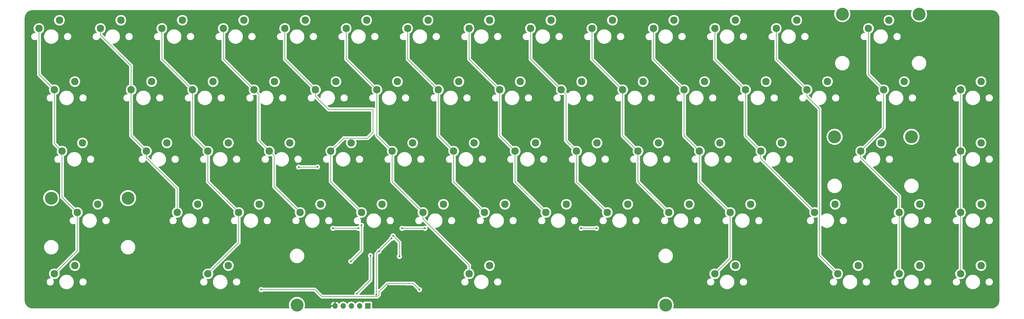
<source format=gbr>
%TF.GenerationSoftware,KiCad,Pcbnew,8.0.4*%
%TF.CreationDate,2024-09-08T22:21:22-07:00*%
%TF.ProjectId,65-wkl-pcb,36352d77-6b6c-42d7-9063-622e6b696361,rev?*%
%TF.SameCoordinates,Original*%
%TF.FileFunction,Copper,L1,Top*%
%TF.FilePolarity,Positive*%
%FSLAX46Y46*%
G04 Gerber Fmt 4.6, Leading zero omitted, Abs format (unit mm)*
G04 Created by KiCad (PCBNEW 8.0.4) date 2024-09-08 22:21:22*
%MOMM*%
%LPD*%
G01*
G04 APERTURE LIST*
%TA.AperFunction,ComponentPad*%
%ADD10C,4.000000*%
%TD*%
%TA.AperFunction,ComponentPad*%
%ADD11C,2.300000*%
%TD*%
%TA.AperFunction,ComponentPad*%
%ADD12O,1.700000X1.700000*%
%TD*%
%TA.AperFunction,ComponentPad*%
%ADD13R,1.700000X1.700000*%
%TD*%
%TA.AperFunction,ViaPad*%
%ADD14C,0.600000*%
%TD*%
%TA.AperFunction,Conductor*%
%ADD15C,0.200000*%
%TD*%
G04 APERTURE END LIST*
D10*
%TO.P,S1,*%
%TO.N,*%
X215106250Y-107950000D03*
X100806250Y-107950000D03*
%TD*%
D11*
%TO.P,MX3,2,2*%
%TO.N,Net-(D3-A)*%
X65246250Y-19526250D03*
%TO.P,MX3,1,1*%
%TO.N,COL2*%
X58896250Y-22066250D03*
%TD*%
%TO.P,MX4,2,2*%
%TO.N,Net-(D4-A)*%
X84296250Y-19526250D03*
%TO.P,MX4,1,1*%
%TO.N,COL3*%
X77946250Y-22066250D03*
%TD*%
%TO.P,MX37,2,2*%
%TO.N,Net-(D37-A)*%
X174783750Y-57626250D03*
%TO.P,MX37,1,1*%
%TO.N,COL7*%
X168433750Y-60166250D03*
%TD*%
%TO.P,MX7,2,2*%
%TO.N,Net-(D7-A)*%
X141446250Y-19526250D03*
%TO.P,MX7,1,1*%
%TO.N,COL6*%
X135096250Y-22066250D03*
%TD*%
%TO.P,MX16,2,2*%
%TO.N,Net-(D16-A)*%
X55721250Y-38576250D03*
%TO.P,MX16,1,1*%
%TO.N,COL1*%
X49371250Y-41116250D03*
%TD*%
%TO.P,MX29,2,2*%
%TO.N,Net-(D29-A)*%
X312896250Y-38576250D03*
%TO.P,MX29,1,1*%
%TO.N,COL14*%
X306546250Y-41116250D03*
%TD*%
%TO.P,MX39,2,2*%
%TO.N,Net-(D39-A)*%
X212883750Y-57626250D03*
%TO.P,MX39,1,1*%
%TO.N,COL9*%
X206533750Y-60166250D03*
%TD*%
%TO.P,MX13,2,2*%
%TO.N,Net-(D13-A)*%
X255746250Y-19526250D03*
%TO.P,MX13,1,1*%
%TO.N,COL12*%
X249396250Y-22066250D03*
%TD*%
%TO.P,MX63,2,2*%
%TO.N,Net-(D63-A)*%
X293846250Y-95726250D03*
%TO.P,MX63,1,1*%
%TO.N,COL13*%
X287496250Y-98266250D03*
%TD*%
%TO.P,MX2,2,2*%
%TO.N,Net-(D2-A)*%
X46196250Y-19526250D03*
%TO.P,MX2,1,1*%
%TO.N,COL1*%
X39846250Y-22066250D03*
%TD*%
%TO.P,MX24,2,2*%
%TO.N,Net-(D24-A)*%
X208121250Y-38576250D03*
%TO.P,MX24,1,1*%
%TO.N,COL9*%
X201771250Y-41116250D03*
%TD*%
%TO.P,MX56,2,2*%
%TO.N,Net-(D56-A)*%
X293846250Y-76676250D03*
%TO.P,MX56,1,1*%
%TO.N,COL13*%
X287496250Y-79216250D03*
%TD*%
%TO.P,MX35,2,2*%
%TO.N,Net-(D35-A)*%
X136683750Y-57626250D03*
%TO.P,MX35,1,1*%
%TO.N,COL5*%
X130333750Y-60166250D03*
%TD*%
%TO.P,MX28,2,2*%
%TO.N,Net-(D28-A)*%
X289083750Y-38576250D03*
%TO.P,MX28,1,1*%
%TO.N,COL13*%
X282733750Y-41116250D03*
%TD*%
%TO.P,MX5,2,2*%
%TO.N,Net-(D5-A)*%
X103346250Y-19526250D03*
%TO.P,MX5,1,1*%
%TO.N,COL4*%
X96996250Y-22066250D03*
%TD*%
%TO.P,MX59,2,2*%
%TO.N,Net-(D59-A)*%
X79533750Y-95726250D03*
%TO.P,MX59,1,1*%
%TO.N,COL2*%
X73183750Y-98266250D03*
%TD*%
%TO.P,MX31,2,2*%
%TO.N,Net-(D31-A)*%
X60483750Y-57626250D03*
%TO.P,MX31,1,1*%
%TO.N,COL1*%
X54133750Y-60166250D03*
%TD*%
%TO.P,MX8,2,2*%
%TO.N,Net-(D8-A)*%
X160496250Y-19526250D03*
%TO.P,MX8,1,1*%
%TO.N,COL7*%
X154146250Y-22066250D03*
%TD*%
%TO.P,MX11,2,2*%
%TO.N,Net-(D11-A)*%
X217646250Y-19526250D03*
%TO.P,MX11,1,1*%
%TO.N,COL10*%
X211296250Y-22066250D03*
%TD*%
%TO.P,MX10,2,2*%
%TO.N,Net-(D10-A)*%
X198596250Y-19526250D03*
%TO.P,MX10,1,1*%
%TO.N,COL9*%
X192246250Y-22066250D03*
%TD*%
%TO.P,MX47,2,2*%
%TO.N,Net-(D47-A)*%
X108108750Y-76676250D03*
%TO.P,MX47,1,1*%
%TO.N,COL3*%
X101758750Y-79216250D03*
%TD*%
%TO.P,MX62,2,2*%
%TO.N,Net-(D62-A)*%
X274796250Y-95726250D03*
%TO.P,MX62,1,1*%
%TO.N,COL12*%
X268446250Y-98266250D03*
%TD*%
%TO.P,MX48,2,2*%
%TO.N,Net-(D48-A)*%
X127158750Y-76676250D03*
%TO.P,MX48,1,1*%
%TO.N,COL4*%
X120808750Y-79216250D03*
%TD*%
%TO.P,MX15,2,2*%
%TO.N,Net-(D15-A)*%
X31908750Y-38576250D03*
%TO.P,MX15,1,1*%
%TO.N,COL0*%
X25558750Y-41116250D03*
%TD*%
%TO.P,MX27,2,2*%
%TO.N,Net-(D27-A)*%
X265271250Y-38576250D03*
%TO.P,MX27,1,1*%
%TO.N,COL12*%
X258921250Y-41116250D03*
%TD*%
%TO.P,MX22,2,2*%
%TO.N,Net-(D22-A)*%
X170021250Y-38576250D03*
%TO.P,MX22,1,1*%
%TO.N,COL7*%
X163671250Y-41116250D03*
%TD*%
%TO.P,MX60,2,2*%
%TO.N,Net-(D60-A)*%
X160496250Y-95726250D03*
%TO.P,MX60,1,1*%
%TO.N,COL5*%
X154146250Y-98266250D03*
%TD*%
%TO.P,MX42,2,2*%
%TO.N,Net-(D42-A)*%
X281940000Y-57626250D03*
%TO.P,MX42,1,1*%
%TO.N,COL13*%
X275590000Y-60166250D03*
%TD*%
%TO.P,MX57,2,2*%
%TO.N,Net-(D57-A)*%
X312896250Y-76676250D03*
%TO.P,MX57,1,1*%
%TO.N,COL14*%
X306546250Y-79216250D03*
%TD*%
%TO.P,MX20,2,2*%
%TO.N,Net-(D20-A)*%
X131921250Y-38576250D03*
%TO.P,MX20,1,1*%
%TO.N,COL5*%
X125571250Y-41116250D03*
%TD*%
%TO.P,MX52,2,2*%
%TO.N,Net-(D52-A)*%
X203358750Y-76676250D03*
%TO.P,MX52,1,1*%
%TO.N,COL8*%
X197008750Y-79216250D03*
%TD*%
%TO.P,MX50,2,2*%
%TO.N,Net-(D50-A)*%
X165258750Y-76676250D03*
%TO.P,MX50,1,1*%
%TO.N,COL6*%
X158908750Y-79216250D03*
%TD*%
%TO.P,MX40,2,2*%
%TO.N,Net-(D40-A)*%
X231933750Y-57626250D03*
%TO.P,MX40,1,1*%
%TO.N,COL10*%
X225583750Y-60166250D03*
%TD*%
%TO.P,MX41,2,2*%
%TO.N,Net-(D41-A)*%
X250983750Y-57626250D03*
%TO.P,MX41,1,1*%
%TO.N,COL11*%
X244633750Y-60166250D03*
%TD*%
%TO.P,MX53,2,2*%
%TO.N,Net-(D53-A)*%
X222408750Y-76676250D03*
%TO.P,MX53,1,1*%
%TO.N,COL9*%
X216058750Y-79216250D03*
%TD*%
%TO.P,MX25,2,2*%
%TO.N,Net-(D25-A)*%
X227171250Y-38576250D03*
%TO.P,MX25,1,1*%
%TO.N,COL10*%
X220821250Y-41116250D03*
%TD*%
D10*
%TO.P,S3,*%
%TO.N,*%
X291306250Y-55721250D03*
X267493750Y-55721250D03*
%TD*%
D11*
%TO.P,MX36,2,2*%
%TO.N,Net-(D36-A)*%
X155733750Y-57626250D03*
%TO.P,MX36,1,1*%
%TO.N,COL6*%
X149383750Y-60166250D03*
%TD*%
%TO.P,MX9,2,2*%
%TO.N,Net-(D9-A)*%
X179546250Y-19526250D03*
%TO.P,MX9,1,1*%
%TO.N,COL8*%
X173196250Y-22066250D03*
%TD*%
%TO.P,MX14,2,2*%
%TO.N,Net-(D14-A)*%
X284321250Y-19526250D03*
%TO.P,MX14,1,1*%
%TO.N,COL13*%
X277971250Y-22066250D03*
%TD*%
%TO.P,MX17,2,2*%
%TO.N,Net-(D17-A)*%
X74771250Y-38576250D03*
%TO.P,MX17,1,1*%
%TO.N,COL2*%
X68421250Y-41116250D03*
%TD*%
%TO.P,MX45,2,2*%
%TO.N,Net-(D45-A)*%
X70008750Y-76676250D03*
%TO.P,MX45,1,1*%
%TO.N,COL1*%
X63658750Y-79216250D03*
%TD*%
%TO.P,MX54,2,2*%
%TO.N,Net-(D54-A)*%
X241458750Y-76676250D03*
%TO.P,MX54,1,1*%
%TO.N,COL10*%
X235108750Y-79216250D03*
%TD*%
%TO.P,MX32,2,2*%
%TO.N,Net-(D32-A)*%
X79533750Y-57626250D03*
%TO.P,MX32,1,1*%
%TO.N,COL2*%
X73183750Y-60166250D03*
%TD*%
%TO.P,MX49,2,2*%
%TO.N,Net-(D49-A)*%
X146208750Y-76676250D03*
%TO.P,MX49,1,1*%
%TO.N,COL5*%
X139858750Y-79216250D03*
%TD*%
%TO.P,MX21,2,2*%
%TO.N,Net-(D21-A)*%
X150971250Y-38576250D03*
%TO.P,MX21,1,1*%
%TO.N,COL6*%
X144621250Y-41116250D03*
%TD*%
%TO.P,MX61,2,2*%
%TO.N,Net-(D61-A)*%
X236696250Y-95726250D03*
%TO.P,MX61,1,1*%
%TO.N,COL10*%
X230346250Y-98266250D03*
%TD*%
%TO.P,MX44,2,2*%
%TO.N,Net-(D44-A)*%
X39052500Y-76676250D03*
%TO.P,MX44,1,1*%
%TO.N,COL0*%
X32702500Y-79216250D03*
%TD*%
%TO.P,MX1,2,2*%
%TO.N,Net-(D1-A)*%
X27146250Y-19526250D03*
%TO.P,MX1,1,1*%
%TO.N,COL0*%
X20796250Y-22066250D03*
%TD*%
%TO.P,MX19,2,2*%
%TO.N,Net-(D19-A)*%
X112871250Y-38576250D03*
%TO.P,MX19,1,1*%
%TO.N,COL4*%
X106521250Y-41116250D03*
%TD*%
%TO.P,MX6,2,2*%
%TO.N,Net-(D6-A)*%
X122396250Y-19526250D03*
%TO.P,MX6,1,1*%
%TO.N,COL5*%
X116046250Y-22066250D03*
%TD*%
%TO.P,MX34,2,2*%
%TO.N,Net-(D34-A)*%
X117633750Y-57626250D03*
%TO.P,MX34,1,1*%
%TO.N,COL4*%
X111283750Y-60166250D03*
%TD*%
D10*
%TO.P,S4,*%
%TO.N,*%
X293687500Y-17621250D03*
X269875000Y-17621250D03*
%TD*%
D11*
%TO.P,MX38,2,2*%
%TO.N,Net-(D38-A)*%
X193833750Y-57626250D03*
%TO.P,MX38,1,1*%
%TO.N,COL8*%
X187483750Y-60166250D03*
%TD*%
%TO.P,MX30,2,2*%
%TO.N,Net-(D30-A)*%
X34290000Y-57626250D03*
%TO.P,MX30,1,1*%
%TO.N,COL0*%
X27940000Y-60166250D03*
%TD*%
%TO.P,MX18,2,2*%
%TO.N,Net-(D18-A)*%
X93821250Y-38576250D03*
%TO.P,MX18,1,1*%
%TO.N,COL3*%
X87471250Y-41116250D03*
%TD*%
%TO.P,MX43,2,2*%
%TO.N,Net-(D43-A)*%
X312896250Y-57626250D03*
%TO.P,MX43,1,1*%
%TO.N,COL14*%
X306546250Y-60166250D03*
%TD*%
%TO.P,MX58,2,2*%
%TO.N,Net-(D58-A)*%
X31908750Y-95726250D03*
%TO.P,MX58,1,1*%
%TO.N,COL0*%
X25558750Y-98266250D03*
%TD*%
%TO.P,MX26,2,2*%
%TO.N,Net-(D26-A)*%
X246221250Y-38576250D03*
%TO.P,MX26,1,1*%
%TO.N,COL11*%
X239871250Y-41116250D03*
%TD*%
%TO.P,MX51,2,2*%
%TO.N,Net-(D51-A)*%
X184308750Y-76676250D03*
%TO.P,MX51,1,1*%
%TO.N,COL7*%
X177958750Y-79216250D03*
%TD*%
%TO.P,MX64,2,2*%
%TO.N,Net-(D64-A)*%
X312896250Y-95726250D03*
%TO.P,MX64,1,1*%
%TO.N,COL14*%
X306546250Y-98266250D03*
%TD*%
%TO.P,MX33,2,2*%
%TO.N,Net-(D33-A)*%
X98583750Y-57626250D03*
%TO.P,MX33,1,1*%
%TO.N,COL3*%
X92233750Y-60166250D03*
%TD*%
%TO.P,MX12,2,2*%
%TO.N,Net-(D12-A)*%
X236696250Y-19526250D03*
%TO.P,MX12,1,1*%
%TO.N,COL11*%
X230346250Y-22066250D03*
%TD*%
%TO.P,MX23,2,2*%
%TO.N,Net-(D23-A)*%
X189071250Y-38576250D03*
%TO.P,MX23,1,1*%
%TO.N,COL8*%
X182721250Y-41116250D03*
%TD*%
%TO.P,MX46,2,2*%
%TO.N,Net-(D46-A)*%
X89058750Y-76676250D03*
%TO.P,MX46,1,1*%
%TO.N,COL2*%
X82708750Y-79216250D03*
%TD*%
%TO.P,MX55,2,2*%
%TO.N,Net-(D55-A)*%
X267652500Y-76676250D03*
%TO.P,MX55,1,1*%
%TO.N,COL11*%
X261302500Y-79216250D03*
%TD*%
D10*
%TO.P,S2,*%
%TO.N,*%
X48418750Y-74771250D03*
X24606250Y-74771250D03*
%TD*%
D12*
%TO.P,J3,5,Pin_5*%
%TO.N,GND*%
X112575993Y-108219357D03*
%TO.P,J3,4,Pin_4*%
%TO.N,+3V3*%
X115115993Y-108219357D03*
%TO.P,J3,3,Pin_3*%
%TO.N,RESET*%
X117655993Y-108219357D03*
%TO.P,J3,2,Pin_2*%
%TO.N,SWD*%
X120195993Y-108219357D03*
D13*
%TO.P,J3,1,Pin_1*%
%TO.N,SWC*%
X122735993Y-108219357D03*
%TD*%
D14*
%TO.N,GND*%
X134669885Y-97869573D03*
X126793750Y-95837500D03*
X120980211Y-97866323D03*
X173831250Y-100012500D03*
X128743542Y-86230535D03*
X111918750Y-77787500D03*
X128793750Y-95837500D03*
X134604882Y-94209893D03*
X104106418Y-55781322D03*
X127793750Y-96837500D03*
X127290279Y-105382475D03*
X172243750Y-83343750D03*
X257175000Y-102393750D03*
X130175000Y-103236871D03*
X129035172Y-101898151D03*
X121677761Y-54175799D03*
X138906250Y-101600000D03*
X131762500Y-85725000D03*
X104092468Y-54257147D03*
X120716948Y-93605363D03*
X114300000Y-93662500D03*
X141393750Y-90037500D03*
X113506250Y-100012500D03*
X199231250Y-76200000D03*
X126793750Y-97837500D03*
X209550000Y-80962500D03*
X132100516Y-108574132D03*
X130175000Y-108737500D03*
X124970501Y-89827356D03*
X128793750Y-97837500D03*
X104092467Y-49407907D03*
X229393750Y-80168750D03*
X283368750Y-99218750D03*
%TO.N,+3V3*%
X123593750Y-92637500D03*
X130605238Y-86517225D03*
X119393750Y-104437500D03*
X132556250Y-92868750D03*
%TO.N,+1V1*%
X130147610Y-87285110D03*
X125414364Y-104776864D03*
X126193750Y-91281250D03*
%TO.N,ROW2*%
X101339242Y-65145546D03*
X107156250Y-65087500D03*
%TO.N,ROW3*%
X193675000Y-84137500D03*
X119856250Y-84137500D03*
X140493750Y-84137500D03*
X188912500Y-84137500D03*
X111918750Y-84137500D03*
X133350000Y-84137500D03*
%TO.N,ROW4*%
X89693750Y-103187500D03*
X138775000Y-103187500D03*
%TO.N,COL4*%
X120808750Y-83185000D03*
X117502390Y-94428860D03*
%TD*%
D15*
%TO.N,COL10*%
X235108750Y-93503750D02*
X235108750Y-79216250D01*
X230346250Y-98266250D02*
X235108750Y-93503750D01*
%TO.N,COL2*%
X73183750Y-98150000D02*
X82708750Y-88625000D01*
X82708750Y-79216250D02*
X82708750Y-88625000D01*
%TO.N,COL5*%
X154146250Y-95548525D02*
X154146250Y-98266250D01*
X139858750Y-81261025D02*
X154146250Y-95548525D01*
X139858750Y-79216250D02*
X139858750Y-81261025D01*
%TO.N,GND*%
X130175000Y-103037979D02*
X129035172Y-101898151D01*
X130175000Y-103236871D02*
X130175000Y-103037979D01*
X127290279Y-105852779D02*
X130175000Y-108737500D01*
X104092468Y-54257147D02*
X104092468Y-55767372D01*
X104092468Y-55767372D02*
X104106418Y-55781322D01*
X130175000Y-103236871D02*
X129435883Y-103236871D01*
X121677761Y-54175799D02*
X104173816Y-54175799D01*
X104092467Y-49407907D02*
X104092468Y-54257147D01*
X129435883Y-103236871D02*
X127290279Y-105382475D01*
X134937500Y-102393750D02*
X134441901Y-101898151D01*
X131937148Y-108737500D02*
X132100516Y-108574132D01*
X127290279Y-105382475D02*
X127290279Y-105852779D01*
X132100516Y-108574132D02*
X134937500Y-105737148D01*
X104092468Y-54257147D02*
X104085967Y-54263647D01*
X134937500Y-105737148D02*
X134937500Y-102393750D01*
X104173816Y-54175799D02*
X104092468Y-54257147D01*
X134441901Y-101898151D02*
X129035172Y-101898151D01*
X130175000Y-108737500D02*
X131937148Y-108737500D01*
%TO.N,+3V3*%
X132556250Y-88468237D02*
X132556250Y-92868750D01*
X130605238Y-86517225D02*
X132556250Y-88468237D01*
X119393750Y-104437500D02*
X123593750Y-100237500D01*
X123593750Y-100237500D02*
X123593750Y-92637500D01*
%TO.N,+1V1*%
X125414364Y-92018356D02*
X126178860Y-91253860D01*
X125414364Y-104776864D02*
X125414364Y-92018356D01*
X126193750Y-91281250D02*
X126193750Y-91268750D01*
X126193750Y-91268750D02*
X126178860Y-91253860D01*
X126178860Y-91253860D02*
X130147610Y-87285110D01*
%TO.N,ROW2*%
X107098204Y-65145546D02*
X107156250Y-65087500D01*
X101339242Y-65145546D02*
X107098204Y-65145546D01*
%TO.N,ROW3*%
X133350000Y-84137500D02*
X140493750Y-84137500D01*
X111918750Y-84137500D02*
X119856250Y-84137500D01*
X188912500Y-84137500D02*
X193675000Y-84137500D01*
%TO.N,ROW4*%
X126206250Y-104833507D02*
X125662893Y-105376864D01*
X136885651Y-101298151D02*
X128786643Y-101298151D01*
X126206250Y-103878544D02*
X126206250Y-104833507D01*
X108551864Y-105376864D02*
X106362500Y-103187500D01*
X125662893Y-105376864D02*
X108551864Y-105376864D01*
X106362500Y-103187500D02*
X89693750Y-103187500D01*
X138775000Y-103187500D02*
X136885651Y-101298151D01*
X128786643Y-101298151D02*
X126206250Y-103878544D01*
%TO.N,COL0*%
X20796250Y-36353750D02*
X25558750Y-41116250D01*
X20796250Y-22066250D02*
X20796250Y-36353750D01*
X27940000Y-60166250D02*
X27940000Y-74453750D01*
X25558750Y-41116250D02*
X25558750Y-57785000D01*
X32702500Y-91122500D02*
X25558750Y-98266250D01*
X27940000Y-74453750D02*
X32702500Y-79216250D01*
X32702500Y-79216250D02*
X32702500Y-91122500D01*
X25558750Y-57785000D02*
X27940000Y-60166250D01*
%TO.N,COL1*%
X49371250Y-55403750D02*
X54133750Y-60166250D01*
X39846250Y-22066250D02*
X39846250Y-24111025D01*
X49371250Y-33636025D02*
X49371250Y-41116250D01*
X54133750Y-62211025D02*
X63658750Y-71736025D01*
X63658750Y-71736025D02*
X63658750Y-79216250D01*
X39846250Y-24111025D02*
X49371250Y-33636025D01*
X54133750Y-60166250D02*
X54133750Y-62211025D01*
X49371250Y-41116250D02*
X49371250Y-55403750D01*
%TO.N,COL2*%
X68421250Y-41116250D02*
X68421250Y-55403750D01*
X58896250Y-31591250D02*
X68421250Y-41116250D01*
X58896250Y-22066250D02*
X58896250Y-31591250D01*
X73183750Y-60166250D02*
X73183750Y-69691250D01*
X73183750Y-69691250D02*
X82708750Y-79216250D01*
X68421250Y-55403750D02*
X73183750Y-60166250D01*
%TO.N,COL3*%
X88937350Y-42582350D02*
X87471250Y-41116250D01*
X92233750Y-60166250D02*
X88937350Y-56869850D01*
X77946250Y-31591250D02*
X87471250Y-41116250D01*
X77946250Y-22066250D02*
X77946250Y-31591250D01*
X101758750Y-79216250D02*
X93699850Y-71157350D01*
X93699850Y-71157350D02*
X93699850Y-61632350D01*
X88937350Y-56869850D02*
X88937350Y-42582350D01*
X93699850Y-61632350D02*
X92233750Y-60166250D01*
%TO.N,COL4*%
X111283750Y-69691250D02*
X120808750Y-79216250D01*
X110597725Y-47237500D02*
X124393750Y-47237500D01*
X120808750Y-91122500D02*
X120808750Y-83185000D01*
X124393750Y-47237500D02*
X124393750Y-54437500D01*
X106521250Y-43161025D02*
X110597725Y-47237500D01*
X96996250Y-31591250D02*
X106521250Y-41116250D01*
X124393750Y-54437500D02*
X122655000Y-56176250D01*
X111283750Y-60166250D02*
X111283750Y-69691250D01*
X96996250Y-22066250D02*
X96996250Y-31591250D01*
X122655000Y-56176250D02*
X115273750Y-56176250D01*
X106521250Y-41116250D02*
X106521250Y-43161025D01*
X115273750Y-56176250D02*
X111283750Y-60166250D01*
X117502390Y-94428860D02*
X120808750Y-91122500D01*
%TO.N,COL5*%
X116046250Y-22066250D02*
X116046250Y-31591250D01*
X130333750Y-69691250D02*
X139858750Y-79216250D01*
X116046250Y-31591250D02*
X125571250Y-41116250D01*
X125571250Y-41116250D02*
X125571250Y-55403750D01*
X130333750Y-60166250D02*
X130333750Y-69691250D01*
X125571250Y-55403750D02*
X130333750Y-60166250D01*
%TO.N,COL6*%
X149383750Y-60166250D02*
X149383750Y-69691250D01*
X144621250Y-55403750D02*
X149383750Y-60166250D01*
X135096250Y-31591250D02*
X144621250Y-41116250D01*
X144621250Y-41116250D02*
X144621250Y-55403750D01*
X149383750Y-69691250D02*
X158908750Y-79216250D01*
X135096250Y-22066250D02*
X135096250Y-31591250D01*
%TO.N,COL7*%
X163671250Y-55403750D02*
X163671250Y-41116250D01*
X168433750Y-69691250D02*
X168433750Y-60166250D01*
X163671250Y-41116250D02*
X154146250Y-31591250D01*
X168433750Y-60166250D02*
X163671250Y-55403750D01*
X154146250Y-31591250D02*
X154146250Y-22066250D01*
X177958750Y-79216250D02*
X168433750Y-69691250D01*
%TO.N,COL8*%
X187483750Y-60166250D02*
X184187350Y-56869850D01*
X184187350Y-56869850D02*
X184187350Y-42582350D01*
X184187350Y-42582350D02*
X182721250Y-41116250D01*
X187483750Y-69691250D02*
X197008750Y-79216250D01*
X187483750Y-60166250D02*
X187483750Y-69691250D01*
X173196250Y-31591250D02*
X182721250Y-41116250D01*
X173196250Y-22066250D02*
X173196250Y-31591250D01*
%TO.N,COL9*%
X201771250Y-55403750D02*
X201771250Y-41116250D01*
X216058750Y-79216250D02*
X206533750Y-69691250D01*
X206533750Y-60166250D02*
X201771250Y-55403750D01*
X201771250Y-41116250D02*
X192246250Y-31591250D01*
X206533750Y-69691250D02*
X206533750Y-60166250D01*
X192246250Y-31591250D02*
X192246250Y-22066250D01*
%TO.N,COL10*%
X211296250Y-31591250D02*
X220821250Y-41116250D01*
X220821250Y-55403750D02*
X225583750Y-60166250D01*
X211296250Y-22066250D02*
X211296250Y-31591250D01*
X225583750Y-60166250D02*
X225583750Y-69691250D01*
X220821250Y-41116250D02*
X220821250Y-55403750D01*
X225583750Y-69691250D02*
X235108750Y-79216250D01*
%TO.N,COL11*%
X244633750Y-60166250D02*
X244633750Y-62547500D01*
X230346250Y-22066250D02*
X230346250Y-31591250D01*
X239871250Y-41116250D02*
X239871250Y-55403750D01*
X239871250Y-55403750D02*
X244633750Y-60166250D01*
X230346250Y-31591250D02*
X239871250Y-41116250D01*
X244633750Y-62547500D02*
X261302500Y-79216250D01*
%TO.N,COL12*%
X249396250Y-31591250D02*
X258921250Y-41116250D01*
X262768600Y-92588600D02*
X268446250Y-98266250D01*
X258921250Y-41116250D02*
X258921250Y-43161025D01*
X262768600Y-47008375D02*
X262768600Y-92588600D01*
X249396250Y-22066250D02*
X249396250Y-31591250D01*
X258921250Y-43161025D02*
X262768600Y-47008375D01*
%TO.N,COL13*%
X275590000Y-60166250D02*
X275590000Y-62211025D01*
X277971250Y-36353750D02*
X282733750Y-41116250D01*
X287496250Y-79216250D02*
X287496250Y-98266250D01*
X282733750Y-53022500D02*
X275590000Y-60166250D01*
X287496250Y-74117275D02*
X287496250Y-79216250D01*
X282733750Y-41116250D02*
X282733750Y-53022500D01*
X275590000Y-62211025D02*
X287496250Y-74117275D01*
X277971250Y-22066250D02*
X277971250Y-36353750D01*
%TO.N,COL14*%
X306546250Y-98266250D02*
X306546250Y-79216250D01*
X306546250Y-60166250D02*
X306546250Y-79216250D01*
X306546250Y-41116250D02*
X306546250Y-60166250D01*
%TD*%
%TA.AperFunction,Conductor*%
%TO.N,GND*%
G36*
X267569340Y-16395185D02*
G01*
X267615095Y-16447989D01*
X267625039Y-16517147D01*
X267614500Y-16552297D01*
X267545496Y-16698937D01*
X267448270Y-16998166D01*
X267389311Y-17307238D01*
X267389310Y-17307245D01*
X267369556Y-17621244D01*
X267369556Y-17621255D01*
X267389310Y-17935254D01*
X267389311Y-17935261D01*
X267448270Y-18244333D01*
X267545497Y-18543566D01*
X267545499Y-18543571D01*
X267679461Y-18828253D01*
X267679464Y-18828259D01*
X267848051Y-19093911D01*
X267848054Y-19093915D01*
X268048606Y-19336340D01*
X268048608Y-19336342D01*
X268277968Y-19551726D01*
X268277978Y-19551734D01*
X268532504Y-19736658D01*
X268532509Y-19736660D01*
X268532516Y-19736666D01*
X268808234Y-19888244D01*
X268808239Y-19888246D01*
X268808241Y-19888247D01*
X268808242Y-19888248D01*
X269100771Y-20004068D01*
X269100774Y-20004069D01*
X269232382Y-20037860D01*
X269405527Y-20082316D01*
X269471010Y-20090588D01*
X269717670Y-20121749D01*
X269717679Y-20121749D01*
X269717682Y-20121750D01*
X269717684Y-20121750D01*
X270032316Y-20121750D01*
X270032318Y-20121750D01*
X270032321Y-20121749D01*
X270032329Y-20121749D01*
X270218593Y-20098218D01*
X270344473Y-20082316D01*
X270649225Y-20004069D01*
X270649228Y-20004068D01*
X270941757Y-19888248D01*
X270941758Y-19888247D01*
X270941756Y-19888247D01*
X270941766Y-19888244D01*
X271217484Y-19736666D01*
X271472030Y-19551728D01*
X271499161Y-19526250D01*
X282665646Y-19526250D01*
X282686028Y-19785240D01*
X282746677Y-20037860D01*
X282846093Y-20277873D01*
X282846095Y-20277877D01*
X282846096Y-20277878D01*
X282981838Y-20499390D01*
X283150561Y-20696939D01*
X283348110Y-20865662D01*
X283569622Y-21001404D01*
X283569624Y-21001404D01*
X283569626Y-21001406D01*
X283630943Y-21026804D01*
X283809640Y-21100823D01*
X284062256Y-21161471D01*
X284321250Y-21181854D01*
X284580244Y-21161471D01*
X284832860Y-21100823D01*
X285072878Y-21001404D01*
X285294390Y-20865662D01*
X285491939Y-20696939D01*
X285660662Y-20499390D01*
X285796404Y-20277878D01*
X285895823Y-20037860D01*
X285956471Y-19785244D01*
X285976854Y-19526250D01*
X285956471Y-19267256D01*
X285895823Y-19014640D01*
X285818621Y-18828259D01*
X285796406Y-18774626D01*
X285677878Y-18581205D01*
X285660662Y-18553110D01*
X285491939Y-18355561D01*
X285294390Y-18186838D01*
X285072878Y-18051096D01*
X285072877Y-18051095D01*
X285072873Y-18051093D01*
X284905658Y-17981831D01*
X284832860Y-17951677D01*
X284832861Y-17951677D01*
X284695171Y-17918620D01*
X284580244Y-17891029D01*
X284580242Y-17891028D01*
X284580241Y-17891028D01*
X284321250Y-17870646D01*
X284062259Y-17891028D01*
X283809639Y-17951677D01*
X283569626Y-18051093D01*
X283348109Y-18186838D01*
X283150561Y-18355561D01*
X282981838Y-18553109D01*
X282846093Y-18774626D01*
X282746677Y-19014639D01*
X282686028Y-19267259D01*
X282665646Y-19526250D01*
X271499161Y-19526250D01*
X271701390Y-19336344D01*
X271901947Y-19093913D01*
X272070537Y-18828257D01*
X272204503Y-18543565D01*
X272301731Y-18244329D01*
X272360688Y-17935265D01*
X272363471Y-17891028D01*
X272380444Y-17621255D01*
X272380444Y-17621244D01*
X272360689Y-17307245D01*
X272360688Y-17307238D01*
X272360688Y-17307235D01*
X272301731Y-16998171D01*
X272204503Y-16698935D01*
X272135499Y-16552295D01*
X272124768Y-16483256D01*
X272153064Y-16419373D01*
X272211407Y-16380930D01*
X272247699Y-16375500D01*
X291314801Y-16375500D01*
X291381840Y-16395185D01*
X291427595Y-16447989D01*
X291437539Y-16517147D01*
X291427000Y-16552297D01*
X291357996Y-16698937D01*
X291260770Y-16998166D01*
X291201811Y-17307238D01*
X291201810Y-17307245D01*
X291182056Y-17621244D01*
X291182056Y-17621255D01*
X291201810Y-17935254D01*
X291201811Y-17935261D01*
X291260770Y-18244333D01*
X291357997Y-18543566D01*
X291357999Y-18543571D01*
X291491961Y-18828253D01*
X291491964Y-18828259D01*
X291660551Y-19093911D01*
X291660554Y-19093915D01*
X291861106Y-19336340D01*
X291861108Y-19336342D01*
X292090468Y-19551726D01*
X292090478Y-19551734D01*
X292345004Y-19736658D01*
X292345009Y-19736660D01*
X292345016Y-19736666D01*
X292620734Y-19888244D01*
X292620739Y-19888246D01*
X292620741Y-19888247D01*
X292620742Y-19888248D01*
X292913271Y-20004068D01*
X292913274Y-20004069D01*
X293044882Y-20037860D01*
X293218027Y-20082316D01*
X293283510Y-20090588D01*
X293530170Y-20121749D01*
X293530179Y-20121749D01*
X293530182Y-20121750D01*
X293530184Y-20121750D01*
X293844816Y-20121750D01*
X293844818Y-20121750D01*
X293844821Y-20121749D01*
X293844829Y-20121749D01*
X294031093Y-20098218D01*
X294156973Y-20082316D01*
X294461725Y-20004069D01*
X294461728Y-20004068D01*
X294754257Y-19888248D01*
X294754258Y-19888247D01*
X294754256Y-19888247D01*
X294754266Y-19888244D01*
X295029984Y-19736666D01*
X295284530Y-19551728D01*
X295513890Y-19336344D01*
X295714447Y-19093913D01*
X295883037Y-18828257D01*
X296017003Y-18543565D01*
X296114231Y-18244329D01*
X296173188Y-17935265D01*
X296175971Y-17891028D01*
X296192944Y-17621255D01*
X296192944Y-17621244D01*
X296173189Y-17307245D01*
X296173188Y-17307238D01*
X296173188Y-17307235D01*
X296114231Y-16998171D01*
X296017003Y-16698935D01*
X295947999Y-16552295D01*
X295937268Y-16483256D01*
X295965564Y-16419373D01*
X296023907Y-16380930D01*
X296060199Y-16375500D01*
X316021608Y-16375500D01*
X316083749Y-16375500D01*
X316091236Y-16375726D01*
X316381296Y-16393271D01*
X316396157Y-16395075D01*
X316528743Y-16419373D01*
X316678298Y-16446780D01*
X316692835Y-16450363D01*
X316966672Y-16535695D01*
X316980663Y-16541000D01*
X317242243Y-16658727D01*
X317255489Y-16665680D01*
X317500965Y-16814075D01*
X317513276Y-16822573D01*
X317737405Y-16998166D01*
X317739073Y-16999473D01*
X317750281Y-17009403D01*
X317953096Y-17212218D01*
X317963026Y-17223426D01*
X318082981Y-17376538D01*
X318139922Y-17449217D01*
X318148428Y-17461540D01*
X318296816Y-17707004D01*
X318303775Y-17720263D01*
X318421497Y-17981831D01*
X318426806Y-17995832D01*
X318512135Y-18269663D01*
X318515719Y-18284201D01*
X318567423Y-18566340D01*
X318569228Y-18581205D01*
X318586774Y-18871263D01*
X318587000Y-18878750D01*
X318587000Y-106533749D01*
X318586774Y-106541236D01*
X318569228Y-106831294D01*
X318567423Y-106846159D01*
X318515719Y-107128298D01*
X318512135Y-107142836D01*
X318426806Y-107416667D01*
X318421497Y-107430668D01*
X318303775Y-107692236D01*
X318296816Y-107705495D01*
X318148428Y-107950959D01*
X318139922Y-107963282D01*
X317963026Y-108189073D01*
X317953096Y-108200281D01*
X317750281Y-108403096D01*
X317739073Y-108413026D01*
X317513282Y-108589922D01*
X317500959Y-108598428D01*
X317255495Y-108746816D01*
X317242236Y-108753775D01*
X316980668Y-108871497D01*
X316966667Y-108876806D01*
X316692836Y-108962135D01*
X316678298Y-108965719D01*
X316396159Y-109017423D01*
X316381294Y-109019228D01*
X316091236Y-109036774D01*
X316083749Y-109037000D01*
X217552915Y-109037000D01*
X217485876Y-109017315D01*
X217440121Y-108964511D01*
X217430177Y-108895353D01*
X217434984Y-108874682D01*
X217485452Y-108719357D01*
X217532981Y-108573079D01*
X217591938Y-108264015D01*
X217610476Y-107969357D01*
X217611694Y-107950005D01*
X217611694Y-107949994D01*
X217591939Y-107635995D01*
X217591938Y-107635988D01*
X217591938Y-107635985D01*
X217532981Y-107326921D01*
X217435753Y-107027685D01*
X217428283Y-107011811D01*
X217364030Y-106875266D01*
X217301787Y-106742993D01*
X217266664Y-106687648D01*
X217133198Y-106477338D01*
X217133195Y-106477334D01*
X216932643Y-106234909D01*
X216932641Y-106234907D01*
X216703281Y-106019523D01*
X216703271Y-106019515D01*
X216448745Y-105834591D01*
X216448738Y-105834586D01*
X216448734Y-105834584D01*
X216173016Y-105683006D01*
X216173013Y-105683004D01*
X216173008Y-105683002D01*
X216173007Y-105683001D01*
X215880478Y-105567181D01*
X215880475Y-105567180D01*
X215575726Y-105488934D01*
X215575713Y-105488932D01*
X215263579Y-105449500D01*
X215263568Y-105449500D01*
X214948932Y-105449500D01*
X214948920Y-105449500D01*
X214636786Y-105488932D01*
X214636773Y-105488934D01*
X214332024Y-105567180D01*
X214332021Y-105567181D01*
X214039492Y-105683001D01*
X214039491Y-105683002D01*
X213763766Y-105834584D01*
X213763754Y-105834591D01*
X213509228Y-106019515D01*
X213509218Y-106019523D01*
X213279858Y-106234907D01*
X213279856Y-106234909D01*
X213079304Y-106477334D01*
X213079301Y-106477338D01*
X212910714Y-106742990D01*
X212910711Y-106742996D01*
X212776749Y-107027678D01*
X212776747Y-107027683D01*
X212679520Y-107326916D01*
X212620561Y-107635988D01*
X212620560Y-107635995D01*
X212600806Y-107949994D01*
X212600806Y-107950005D01*
X212620560Y-108264004D01*
X212620561Y-108264011D01*
X212679520Y-108573083D01*
X212777516Y-108874682D01*
X212779511Y-108944523D01*
X212743431Y-109004356D01*
X212680730Y-109035184D01*
X212659585Y-109037000D01*
X124210493Y-109037000D01*
X124143454Y-109017315D01*
X124097699Y-108964511D01*
X124086493Y-108913000D01*
X124086492Y-107321486D01*
X124086491Y-107321480D01*
X124080084Y-107261873D01*
X124029790Y-107127028D01*
X124029786Y-107127021D01*
X123943540Y-107011812D01*
X123943537Y-107011809D01*
X123828328Y-106925563D01*
X123828321Y-106925559D01*
X123693475Y-106875265D01*
X123693476Y-106875265D01*
X123633876Y-106868858D01*
X123633874Y-106868857D01*
X123633866Y-106868857D01*
X123633857Y-106868857D01*
X121838122Y-106868857D01*
X121838116Y-106868858D01*
X121778509Y-106875265D01*
X121643664Y-106925559D01*
X121643657Y-106925563D01*
X121528448Y-107011809D01*
X121528445Y-107011812D01*
X121442199Y-107127021D01*
X121442196Y-107127026D01*
X121393182Y-107258440D01*
X121351310Y-107314373D01*
X121285846Y-107338790D01*
X121217573Y-107323938D01*
X121189319Y-107302787D01*
X121067395Y-107180863D01*
X121067388Y-107180858D01*
X120873827Y-107045324D01*
X120873823Y-107045322D01*
X120835985Y-107027678D01*
X120659656Y-106945454D01*
X120659652Y-106945453D01*
X120659648Y-106945451D01*
X120431406Y-106884295D01*
X120431396Y-106884293D01*
X120195994Y-106863698D01*
X120195992Y-106863698D01*
X119960589Y-106884293D01*
X119960579Y-106884295D01*
X119732337Y-106945451D01*
X119732328Y-106945455D01*
X119518164Y-107045321D01*
X119518162Y-107045322D01*
X119324590Y-107180862D01*
X119157498Y-107347954D01*
X119027568Y-107533515D01*
X118972991Y-107577140D01*
X118903493Y-107584334D01*
X118841138Y-107552811D01*
X118824418Y-107533515D01*
X118694487Y-107347954D01*
X118527395Y-107180863D01*
X118527388Y-107180858D01*
X118333827Y-107045324D01*
X118333823Y-107045322D01*
X118295985Y-107027678D01*
X118119656Y-106945454D01*
X118119652Y-106945453D01*
X118119648Y-106945451D01*
X117891406Y-106884295D01*
X117891396Y-106884293D01*
X117655994Y-106863698D01*
X117655992Y-106863698D01*
X117420589Y-106884293D01*
X117420579Y-106884295D01*
X117192337Y-106945451D01*
X117192328Y-106945455D01*
X116978164Y-107045321D01*
X116978162Y-107045322D01*
X116784590Y-107180862D01*
X116617498Y-107347954D01*
X116487568Y-107533515D01*
X116432991Y-107577140D01*
X116363493Y-107584334D01*
X116301138Y-107552811D01*
X116284418Y-107533515D01*
X116154487Y-107347954D01*
X115987395Y-107180863D01*
X115987388Y-107180858D01*
X115793827Y-107045324D01*
X115793823Y-107045322D01*
X115755985Y-107027678D01*
X115579656Y-106945454D01*
X115579652Y-106945453D01*
X115579648Y-106945451D01*
X115351406Y-106884295D01*
X115351396Y-106884293D01*
X115115994Y-106863698D01*
X115115992Y-106863698D01*
X114880589Y-106884293D01*
X114880579Y-106884295D01*
X114652337Y-106945451D01*
X114652328Y-106945455D01*
X114438164Y-107045321D01*
X114438162Y-107045322D01*
X114244590Y-107180862D01*
X114077501Y-107347951D01*
X113947262Y-107533952D01*
X113892685Y-107577576D01*
X113823186Y-107584769D01*
X113760832Y-107553247D01*
X113744112Y-107533951D01*
X113614106Y-107348283D01*
X113614101Y-107348277D01*
X113447075Y-107181251D01*
X113253571Y-107045756D01*
X113039485Y-106945927D01*
X113039479Y-106945924D01*
X112825993Y-106888721D01*
X112825993Y-107786345D01*
X112768986Y-107753432D01*
X112641819Y-107719357D01*
X112510167Y-107719357D01*
X112383000Y-107753432D01*
X112325993Y-107786345D01*
X112325993Y-106888721D01*
X112325992Y-106888721D01*
X112112506Y-106945924D01*
X112112500Y-106945927D01*
X111898415Y-107045756D01*
X111898413Y-107045757D01*
X111704919Y-107181243D01*
X111704913Y-107181248D01*
X111537884Y-107348277D01*
X111537879Y-107348283D01*
X111402393Y-107541777D01*
X111402392Y-107541779D01*
X111302563Y-107755864D01*
X111302560Y-107755870D01*
X111245357Y-107969356D01*
X111245357Y-107969357D01*
X112142981Y-107969357D01*
X112110068Y-108026364D01*
X112075993Y-108153531D01*
X112075993Y-108285183D01*
X112110068Y-108412350D01*
X112142981Y-108469357D01*
X111245357Y-108469357D01*
X111302560Y-108682843D01*
X111302563Y-108682849D01*
X111385447Y-108860595D01*
X111395939Y-108929673D01*
X111367419Y-108993457D01*
X111308943Y-109031696D01*
X111273065Y-109037000D01*
X103252915Y-109037000D01*
X103185876Y-109017315D01*
X103140121Y-108964511D01*
X103130177Y-108895353D01*
X103134984Y-108874682D01*
X103185452Y-108719357D01*
X103232981Y-108573079D01*
X103291938Y-108264015D01*
X103310476Y-107969357D01*
X103311694Y-107950005D01*
X103311694Y-107949994D01*
X103291939Y-107635995D01*
X103291938Y-107635988D01*
X103291938Y-107635985D01*
X103232981Y-107326921D01*
X103135753Y-107027685D01*
X103128283Y-107011811D01*
X103064030Y-106875266D01*
X103001787Y-106742993D01*
X102966664Y-106687648D01*
X102833198Y-106477338D01*
X102833195Y-106477334D01*
X102632643Y-106234909D01*
X102632641Y-106234907D01*
X102403281Y-106019523D01*
X102403271Y-106019515D01*
X102148745Y-105834591D01*
X102148738Y-105834586D01*
X102148734Y-105834584D01*
X101873016Y-105683006D01*
X101873013Y-105683004D01*
X101873008Y-105683002D01*
X101873007Y-105683001D01*
X101580478Y-105567181D01*
X101580475Y-105567180D01*
X101275726Y-105488934D01*
X101275713Y-105488932D01*
X100963579Y-105449500D01*
X100963568Y-105449500D01*
X100648932Y-105449500D01*
X100648920Y-105449500D01*
X100336786Y-105488932D01*
X100336773Y-105488934D01*
X100032024Y-105567180D01*
X100032021Y-105567181D01*
X99739492Y-105683001D01*
X99739491Y-105683002D01*
X99463766Y-105834584D01*
X99463754Y-105834591D01*
X99209228Y-106019515D01*
X99209218Y-106019523D01*
X98979858Y-106234907D01*
X98979856Y-106234909D01*
X98779304Y-106477334D01*
X98779301Y-106477338D01*
X98610714Y-106742990D01*
X98610711Y-106742996D01*
X98476749Y-107027678D01*
X98476747Y-107027683D01*
X98379520Y-107326916D01*
X98320561Y-107635988D01*
X98320560Y-107635995D01*
X98300806Y-107949994D01*
X98300806Y-107950005D01*
X98320560Y-108264004D01*
X98320561Y-108264011D01*
X98379520Y-108573083D01*
X98477516Y-108874682D01*
X98479511Y-108944523D01*
X98443431Y-109004356D01*
X98380730Y-109035184D01*
X98359585Y-109037000D01*
X18878751Y-109037000D01*
X18871264Y-109036774D01*
X18581205Y-109019228D01*
X18566340Y-109017423D01*
X18284201Y-108965719D01*
X18269663Y-108962135D01*
X17995832Y-108876806D01*
X17981831Y-108871497D01*
X17720263Y-108753775D01*
X17707004Y-108746816D01*
X17661581Y-108719357D01*
X17461537Y-108598426D01*
X17449217Y-108589922D01*
X17223426Y-108413026D01*
X17212218Y-108403096D01*
X17009403Y-108200281D01*
X16999473Y-108189073D01*
X16971628Y-108153531D01*
X16822573Y-107963276D01*
X16814075Y-107950965D01*
X16665680Y-107705489D01*
X16658727Y-107692243D01*
X16541000Y-107430663D01*
X16535693Y-107416667D01*
X16514280Y-107347951D01*
X16450363Y-107142835D01*
X16446780Y-107128298D01*
X16395076Y-106846159D01*
X16393271Y-106831294D01*
X16375726Y-106541236D01*
X16375500Y-106533749D01*
X16375500Y-103187496D01*
X88888185Y-103187496D01*
X88888185Y-103187503D01*
X88908380Y-103366749D01*
X88908381Y-103366754D01*
X88967961Y-103537023D01*
X89011804Y-103606798D01*
X89063934Y-103689762D01*
X89191488Y-103817316D01*
X89344228Y-103913289D01*
X89406952Y-103935237D01*
X89514495Y-103972868D01*
X89514500Y-103972869D01*
X89693746Y-103993065D01*
X89693750Y-103993065D01*
X89693754Y-103993065D01*
X89872999Y-103972869D01*
X89873002Y-103972868D01*
X89873005Y-103972868D01*
X90043272Y-103913289D01*
X90196012Y-103817316D01*
X90196017Y-103817310D01*
X90198847Y-103815055D01*
X90201025Y-103814165D01*
X90201908Y-103813611D01*
X90202005Y-103813765D01*
X90263533Y-103788645D01*
X90276162Y-103788000D01*
X106062403Y-103788000D01*
X106129442Y-103807685D01*
X106150084Y-103824319D01*
X108067003Y-105741238D01*
X108067013Y-105741249D01*
X108071343Y-105745579D01*
X108071344Y-105745580D01*
X108183148Y-105857384D01*
X108269959Y-105907503D01*
X108269961Y-105907505D01*
X108320077Y-105936440D01*
X108320079Y-105936441D01*
X108472806Y-105977364D01*
X108472807Y-105977364D01*
X125576224Y-105977364D01*
X125576240Y-105977365D01*
X125583836Y-105977365D01*
X125741947Y-105977365D01*
X125741950Y-105977365D01*
X125894678Y-105936441D01*
X125944797Y-105907503D01*
X126031609Y-105857384D01*
X126143413Y-105745580D01*
X126143413Y-105745578D01*
X126153621Y-105735371D01*
X126153623Y-105735368D01*
X126564756Y-105324235D01*
X126564761Y-105324231D01*
X126574964Y-105314027D01*
X126574966Y-105314027D01*
X126686770Y-105202223D01*
X126764648Y-105067334D01*
X126764654Y-105067324D01*
X126765282Y-105066235D01*
X126765827Y-105065292D01*
X126806751Y-104912564D01*
X126806751Y-104754450D01*
X126806751Y-104746855D01*
X126806750Y-104746837D01*
X126806750Y-104178641D01*
X126826435Y-104111602D01*
X126843069Y-104090960D01*
X128999060Y-101934970D01*
X129060383Y-101901485D01*
X129086741Y-101898651D01*
X136585554Y-101898651D01*
X136652593Y-101918336D01*
X136673235Y-101934970D01*
X137944298Y-103206033D01*
X137977783Y-103267356D01*
X137979837Y-103279830D01*
X137989630Y-103366749D01*
X138049210Y-103537021D01*
X138093054Y-103606798D01*
X138145184Y-103689762D01*
X138272738Y-103817316D01*
X138425478Y-103913289D01*
X138488202Y-103935237D01*
X138595745Y-103972868D01*
X138595750Y-103972869D01*
X138774996Y-103993065D01*
X138775000Y-103993065D01*
X138775004Y-103993065D01*
X138954249Y-103972869D01*
X138954252Y-103972868D01*
X138954255Y-103972868D01*
X139124522Y-103913289D01*
X139277262Y-103817316D01*
X139404816Y-103689762D01*
X139500789Y-103537022D01*
X139560368Y-103366755D01*
X139570162Y-103279830D01*
X139580565Y-103187503D01*
X139580565Y-103187496D01*
X139560369Y-103008250D01*
X139560368Y-103008245D01*
X139500788Y-102837976D01*
X139404815Y-102685237D01*
X139277262Y-102557684D01*
X139124521Y-102461710D01*
X138954249Y-102402130D01*
X138867330Y-102392337D01*
X138802916Y-102365270D01*
X138793533Y-102356798D01*
X137373241Y-100936506D01*
X137373239Y-100936503D01*
X137254368Y-100817632D01*
X137254367Y-100817631D01*
X137167555Y-100767511D01*
X137167555Y-100767510D01*
X137167551Y-100767509D01*
X137117436Y-100738574D01*
X136964708Y-100697650D01*
X136806594Y-100697650D01*
X136798998Y-100697650D01*
X136798982Y-100697651D01*
X128873313Y-100697651D01*
X128873297Y-100697650D01*
X128865701Y-100697650D01*
X128707586Y-100697650D01*
X128632868Y-100717671D01*
X128554857Y-100738574D01*
X128554852Y-100738577D01*
X128417933Y-100817626D01*
X128417925Y-100817632D01*
X126226545Y-103009013D01*
X126165222Y-103042498D01*
X126095530Y-103037514D01*
X126039597Y-102995642D01*
X126015180Y-102930178D01*
X126014864Y-102921332D01*
X126014864Y-92318453D01*
X126034549Y-92251414D01*
X126051177Y-92230777D01*
X126164638Y-92117316D01*
X126225957Y-92083834D01*
X126238434Y-92081780D01*
X126372999Y-92066619D01*
X126373002Y-92066618D01*
X126373005Y-92066618D01*
X126543272Y-92007039D01*
X126696012Y-91911066D01*
X126823566Y-91783512D01*
X126919539Y-91630772D01*
X126979118Y-91460505D01*
X126979130Y-91460403D01*
X126994280Y-91325933D01*
X127021346Y-91261518D01*
X127029809Y-91252144D01*
X130166145Y-88115808D01*
X130227466Y-88082325D01*
X130239921Y-88080273D01*
X130326865Y-88070478D01*
X130497132Y-88010899D01*
X130649872Y-87914926D01*
X130777426Y-87787372D01*
X130790676Y-87766283D01*
X130843008Y-87719993D01*
X130912062Y-87709343D01*
X130975911Y-87737717D01*
X130983351Y-87744574D01*
X131919431Y-88680653D01*
X131952916Y-88741976D01*
X131955750Y-88768334D01*
X131955750Y-92286337D01*
X131936065Y-92353376D01*
X131928700Y-92363646D01*
X131926436Y-92366484D01*
X131830461Y-92519226D01*
X131770881Y-92689495D01*
X131770880Y-92689500D01*
X131750685Y-92868746D01*
X131750685Y-92868753D01*
X131770880Y-93047999D01*
X131770881Y-93048004D01*
X131830461Y-93218273D01*
X131831491Y-93219912D01*
X131926434Y-93371012D01*
X132053988Y-93498566D01*
X132144330Y-93555332D01*
X132188056Y-93582807D01*
X132206728Y-93594539D01*
X132217071Y-93598158D01*
X132376995Y-93654118D01*
X132377000Y-93654119D01*
X132556246Y-93674315D01*
X132556250Y-93674315D01*
X132556254Y-93674315D01*
X132735499Y-93654119D01*
X132735502Y-93654118D01*
X132735505Y-93654118D01*
X132905772Y-93594539D01*
X133058512Y-93498566D01*
X133186066Y-93371012D01*
X133282039Y-93218272D01*
X133341618Y-93048005D01*
X133361815Y-92868750D01*
X133356366Y-92820390D01*
X133341619Y-92689500D01*
X133341618Y-92689495D01*
X133333977Y-92667657D01*
X133282039Y-92519228D01*
X133186066Y-92366488D01*
X133186064Y-92366486D01*
X133186063Y-92366484D01*
X133183800Y-92363646D01*
X133182909Y-92361465D01*
X133182361Y-92360592D01*
X133182514Y-92360495D01*
X133157394Y-92298959D01*
X133156750Y-92286337D01*
X133156750Y-88557297D01*
X133156751Y-88557284D01*
X133156751Y-88389181D01*
X133139527Y-88324902D01*
X133115827Y-88236453D01*
X133060770Y-88141090D01*
X133036774Y-88099527D01*
X133036768Y-88099519D01*
X131435938Y-86498690D01*
X131402453Y-86437367D01*
X131400401Y-86424911D01*
X131390606Y-86337970D01*
X131331027Y-86167703D01*
X131235054Y-86014963D01*
X131107500Y-85887409D01*
X130954761Y-85791436D01*
X130784492Y-85731856D01*
X130784487Y-85731855D01*
X130605242Y-85711660D01*
X130605234Y-85711660D01*
X130425988Y-85731855D01*
X130425983Y-85731856D01*
X130255714Y-85791436D01*
X130102975Y-85887409D01*
X129975422Y-86014962D01*
X129879449Y-86167701D01*
X129819869Y-86337970D01*
X129819868Y-86337974D01*
X129801374Y-86502117D01*
X129774307Y-86566531D01*
X129744127Y-86593226D01*
X129645349Y-86655292D01*
X129517794Y-86782847D01*
X129421820Y-86935588D01*
X129362240Y-87105860D01*
X129352447Y-87192778D01*
X129325380Y-87257192D01*
X129316908Y-87266575D01*
X126127566Y-90455917D01*
X126066243Y-90489402D01*
X126053772Y-90491456D01*
X126014495Y-90495882D01*
X125844228Y-90555460D01*
X125691487Y-90651434D01*
X125563934Y-90778987D01*
X125467960Y-90931728D01*
X125408382Y-91101995D01*
X125403956Y-91141271D01*
X125376887Y-91205684D01*
X125368417Y-91215065D01*
X125045650Y-91537834D01*
X124933845Y-91649638D01*
X124933844Y-91649640D01*
X124891490Y-91723000D01*
X124854787Y-91786571D01*
X124813863Y-91939299D01*
X124813863Y-91939301D01*
X124813863Y-92107402D01*
X124813864Y-92107415D01*
X124813864Y-104194451D01*
X124794179Y-104261490D01*
X124786814Y-104271760D01*
X124784550Y-104274598D01*
X124688574Y-104427342D01*
X124628994Y-104597614D01*
X124621262Y-104666247D01*
X124594196Y-104730661D01*
X124536601Y-104770216D01*
X124498042Y-104776364D01*
X120298031Y-104776364D01*
X120230992Y-104756679D01*
X120185237Y-104703875D01*
X120175293Y-104634717D01*
X120177997Y-104623645D01*
X120177568Y-104623547D01*
X120179117Y-104616757D01*
X120179118Y-104616755D01*
X120188911Y-104529829D01*
X120215976Y-104465418D01*
X120224440Y-104456043D01*
X123962463Y-100718021D01*
X123962466Y-100718020D01*
X124074270Y-100606216D01*
X124124389Y-100519404D01*
X124153327Y-100469285D01*
X124194251Y-100316557D01*
X124194251Y-100158443D01*
X124194251Y-100150848D01*
X124194250Y-100150830D01*
X124194250Y-93219912D01*
X124213935Y-93152873D01*
X124221305Y-93142597D01*
X124223560Y-93139767D01*
X124223566Y-93139762D01*
X124319539Y-92987022D01*
X124379118Y-92816755D01*
X124395917Y-92667657D01*
X124399315Y-92637503D01*
X124399315Y-92637496D01*
X124379119Y-92458250D01*
X124379118Y-92458245D01*
X124342423Y-92353376D01*
X124319539Y-92287978D01*
X124223566Y-92135238D01*
X124096012Y-92007684D01*
X124094984Y-92007038D01*
X123943273Y-91911711D01*
X123773004Y-91852131D01*
X123772999Y-91852130D01*
X123593754Y-91831935D01*
X123593746Y-91831935D01*
X123414500Y-91852130D01*
X123414495Y-91852131D01*
X123244226Y-91911711D01*
X123091487Y-92007684D01*
X122963934Y-92135237D01*
X122867961Y-92287976D01*
X122808381Y-92458245D01*
X122808380Y-92458250D01*
X122788185Y-92637496D01*
X122788185Y-92637503D01*
X122808380Y-92816749D01*
X122808381Y-92816754D01*
X122867961Y-92987023D01*
X122963935Y-93139763D01*
X122966195Y-93142597D01*
X122967084Y-93144775D01*
X122967639Y-93145658D01*
X122967484Y-93145755D01*
X122992605Y-93207283D01*
X122993250Y-93219912D01*
X122993250Y-99937402D01*
X122973565Y-100004441D01*
X122956931Y-100025083D01*
X119375215Y-103606798D01*
X119313892Y-103640283D01*
X119301418Y-103642337D01*
X119214500Y-103652130D01*
X119044228Y-103711710D01*
X118891487Y-103807684D01*
X118763934Y-103935237D01*
X118667961Y-104087976D01*
X118608381Y-104258245D01*
X118608380Y-104258250D01*
X118588185Y-104437496D01*
X118588185Y-104437503D01*
X118608380Y-104616746D01*
X118609931Y-104623539D01*
X118607168Y-104624169D01*
X118610066Y-104681219D01*
X118575322Y-104741837D01*
X118513320Y-104774049D01*
X118489470Y-104776364D01*
X108851961Y-104776364D01*
X108784922Y-104756679D01*
X108764280Y-104740045D01*
X106850090Y-102825855D01*
X106850088Y-102825852D01*
X106731217Y-102706981D01*
X106731209Y-102706975D01*
X106629436Y-102648217D01*
X106629434Y-102648216D01*
X106594290Y-102627925D01*
X106594289Y-102627924D01*
X106581763Y-102624567D01*
X106441557Y-102586999D01*
X106283443Y-102586999D01*
X106275847Y-102586999D01*
X106275831Y-102587000D01*
X90276162Y-102587000D01*
X90209123Y-102567315D01*
X90198847Y-102559945D01*
X90196013Y-102557685D01*
X90196012Y-102557684D01*
X90139246Y-102522015D01*
X90043273Y-102461711D01*
X89873004Y-102402131D01*
X89872999Y-102402130D01*
X89693754Y-102381935D01*
X89693746Y-102381935D01*
X89514500Y-102402130D01*
X89514495Y-102402131D01*
X89344226Y-102461711D01*
X89191487Y-102557684D01*
X89063934Y-102685237D01*
X88967961Y-102837976D01*
X88908381Y-103008245D01*
X88908380Y-103008250D01*
X88888185Y-103187496D01*
X16375500Y-103187496D01*
X16375500Y-89864144D01*
X22361850Y-89864144D01*
X22361850Y-90158356D01*
X22400252Y-90450050D01*
X22465281Y-90692742D01*
X22476402Y-90734244D01*
X22588984Y-91006044D01*
X22588992Y-91006060D01*
X22736090Y-91260839D01*
X22736101Y-91260855D01*
X22915198Y-91494259D01*
X22915204Y-91494266D01*
X23123233Y-91702295D01*
X23123240Y-91702301D01*
X23150217Y-91723001D01*
X23356653Y-91881405D01*
X23356660Y-91881409D01*
X23611439Y-92028507D01*
X23611455Y-92028515D01*
X23883255Y-92141097D01*
X23883257Y-92141097D01*
X23883263Y-92141100D01*
X24167450Y-92217248D01*
X24459144Y-92255650D01*
X24459151Y-92255650D01*
X24753349Y-92255650D01*
X24753356Y-92255650D01*
X25045050Y-92217248D01*
X25329237Y-92141100D01*
X25460721Y-92086638D01*
X25601044Y-92028515D01*
X25601047Y-92028513D01*
X25601053Y-92028511D01*
X25855847Y-91881405D01*
X26089261Y-91702300D01*
X26297300Y-91494261D01*
X26476405Y-91260847D01*
X26623511Y-91006053D01*
X26736100Y-90734237D01*
X26812248Y-90450050D01*
X26850650Y-90158356D01*
X26850650Y-89864144D01*
X26812248Y-89572450D01*
X26736100Y-89288263D01*
X26664636Y-89115732D01*
X26623515Y-89016455D01*
X26623507Y-89016439D01*
X26476409Y-88761660D01*
X26476405Y-88761653D01*
X26319587Y-88557284D01*
X26297301Y-88528240D01*
X26297295Y-88528233D01*
X26089266Y-88320204D01*
X26089259Y-88320198D01*
X25855855Y-88141101D01*
X25855853Y-88141099D01*
X25855847Y-88141095D01*
X25855842Y-88141092D01*
X25855839Y-88141090D01*
X25601060Y-87993992D01*
X25601044Y-87993984D01*
X25329244Y-87881402D01*
X25045046Y-87805251D01*
X24753366Y-87766851D01*
X24753361Y-87766850D01*
X24753356Y-87766850D01*
X24459144Y-87766850D01*
X24459138Y-87766850D01*
X24459133Y-87766851D01*
X24167453Y-87805251D01*
X23883255Y-87881402D01*
X23611455Y-87993984D01*
X23611439Y-87993992D01*
X23356660Y-88141090D01*
X23356644Y-88141101D01*
X23123240Y-88320198D01*
X23123233Y-88320204D01*
X22915204Y-88528233D01*
X22915198Y-88528240D01*
X22736101Y-88761644D01*
X22736090Y-88761660D01*
X22588992Y-89016439D01*
X22588984Y-89016455D01*
X22476402Y-89288255D01*
X22400251Y-89572453D01*
X22361851Y-89864133D01*
X22361850Y-89864144D01*
X16375500Y-89864144D01*
X16375500Y-74771244D01*
X22100806Y-74771244D01*
X22100806Y-74771255D01*
X22120560Y-75085254D01*
X22120561Y-75085261D01*
X22179520Y-75394333D01*
X22276747Y-75693566D01*
X22276749Y-75693571D01*
X22410711Y-75978253D01*
X22410714Y-75978259D01*
X22579301Y-76243911D01*
X22579304Y-76243915D01*
X22779856Y-76486340D01*
X22779858Y-76486342D01*
X23009218Y-76701726D01*
X23009228Y-76701734D01*
X23263754Y-76886658D01*
X23263759Y-76886660D01*
X23263766Y-76886666D01*
X23539484Y-77038244D01*
X23539489Y-77038246D01*
X23539491Y-77038247D01*
X23539492Y-77038248D01*
X23832021Y-77154068D01*
X23832024Y-77154069D01*
X23963632Y-77187860D01*
X24136777Y-77232316D01*
X24202260Y-77240588D01*
X24448920Y-77271749D01*
X24448929Y-77271749D01*
X24448932Y-77271750D01*
X24448934Y-77271750D01*
X24763566Y-77271750D01*
X24763568Y-77271750D01*
X24763571Y-77271749D01*
X24763579Y-77271749D01*
X24949843Y-77248218D01*
X25075723Y-77232316D01*
X25380475Y-77154069D01*
X25380478Y-77154068D01*
X25673007Y-77038248D01*
X25673008Y-77038247D01*
X25673006Y-77038247D01*
X25673016Y-77038244D01*
X25948734Y-76886666D01*
X26203280Y-76701728D01*
X26432640Y-76486344D01*
X26633197Y-76243913D01*
X26801787Y-75978257D01*
X26935753Y-75693565D01*
X27032981Y-75394329D01*
X27091938Y-75085265D01*
X27094721Y-75041028D01*
X27111694Y-74771255D01*
X27111694Y-74771245D01*
X27100193Y-74588452D01*
X27115629Y-74520309D01*
X27119287Y-74516712D01*
X27096522Y-74481289D01*
X27092957Y-74461038D01*
X27092427Y-74461105D01*
X27091938Y-74457238D01*
X27091938Y-74457235D01*
X27032981Y-74148171D01*
X26935753Y-73848935D01*
X26929369Y-73835369D01*
X26879945Y-73730337D01*
X26801787Y-73564243D01*
X26633197Y-73298587D01*
X26524544Y-73167248D01*
X26432643Y-73056159D01*
X26432641Y-73056157D01*
X26203281Y-72840773D01*
X26203271Y-72840765D01*
X25948745Y-72655841D01*
X25948738Y-72655836D01*
X25948734Y-72655834D01*
X25673016Y-72504256D01*
X25673013Y-72504254D01*
X25673008Y-72504252D01*
X25673007Y-72504251D01*
X25380478Y-72388431D01*
X25380475Y-72388430D01*
X25075726Y-72310184D01*
X25075713Y-72310182D01*
X24763579Y-72270750D01*
X24763568Y-72270750D01*
X24448932Y-72270750D01*
X24448920Y-72270750D01*
X24136786Y-72310182D01*
X24136773Y-72310184D01*
X23832024Y-72388430D01*
X23832021Y-72388431D01*
X23539492Y-72504251D01*
X23539491Y-72504252D01*
X23263766Y-72655834D01*
X23263754Y-72655841D01*
X23009228Y-72840765D01*
X23009218Y-72840773D01*
X22779858Y-73056157D01*
X22779856Y-73056159D01*
X22579304Y-73298584D01*
X22579301Y-73298588D01*
X22410714Y-73564240D01*
X22410711Y-73564246D01*
X22276749Y-73848928D01*
X22276747Y-73848933D01*
X22179520Y-74148166D01*
X22120561Y-74457238D01*
X22120560Y-74457245D01*
X22100806Y-74771244D01*
X16375500Y-74771244D01*
X16375500Y-24517671D01*
X18400750Y-24517671D01*
X18400750Y-24694828D01*
X18428464Y-24869806D01*
X18483206Y-25038289D01*
X18483207Y-25038292D01*
X18563636Y-25196140D01*
X18667767Y-25339464D01*
X18793036Y-25464733D01*
X18936360Y-25568864D01*
X18999534Y-25601053D01*
X19094207Y-25649292D01*
X19094210Y-25649293D01*
X19178451Y-25676664D01*
X19262695Y-25704036D01*
X19437671Y-25731750D01*
X19437672Y-25731750D01*
X19614828Y-25731750D01*
X19614829Y-25731750D01*
X19789805Y-25704036D01*
X19958292Y-25649292D01*
X20015455Y-25620165D01*
X20084123Y-25607269D01*
X20148863Y-25633544D01*
X20189121Y-25690650D01*
X20195750Y-25730650D01*
X20195750Y-36267080D01*
X20195749Y-36267098D01*
X20195749Y-36432804D01*
X20195748Y-36432804D01*
X20236673Y-36585535D01*
X20265608Y-36635650D01*
X20265609Y-36635654D01*
X20265610Y-36635654D01*
X20315729Y-36722464D01*
X20315731Y-36722467D01*
X20434599Y-36841335D01*
X20434605Y-36841340D01*
X23988189Y-40394924D01*
X24021674Y-40456247D01*
X24016690Y-40525939D01*
X24015069Y-40530057D01*
X23984176Y-40604638D01*
X23984176Y-40604639D01*
X23923528Y-40857259D01*
X23903146Y-41116250D01*
X23923528Y-41375240D01*
X23984177Y-41627860D01*
X24083593Y-41867873D01*
X24219338Y-42089390D01*
X24336684Y-42226785D01*
X24388061Y-42286939D01*
X24417943Y-42312460D01*
X24456136Y-42370966D01*
X24456635Y-42440834D01*
X24419281Y-42499881D01*
X24355934Y-42529359D01*
X24337411Y-42530750D01*
X24200171Y-42530750D01*
X24141845Y-42539988D01*
X24025193Y-42558464D01*
X23856710Y-42613206D01*
X23856707Y-42613207D01*
X23698859Y-42693636D01*
X23639371Y-42736857D01*
X23555536Y-42797767D01*
X23555534Y-42797769D01*
X23555533Y-42797769D01*
X23430269Y-42923033D01*
X23430269Y-42923034D01*
X23430267Y-42923036D01*
X23411688Y-42948608D01*
X23326136Y-43066359D01*
X23245707Y-43224207D01*
X23245706Y-43224210D01*
X23190964Y-43392693D01*
X23163250Y-43567671D01*
X23163250Y-43744828D01*
X23190964Y-43919806D01*
X23245706Y-44088289D01*
X23245707Y-44088292D01*
X23326136Y-44246140D01*
X23430267Y-44389464D01*
X23555536Y-44514733D01*
X23698860Y-44618864D01*
X23762034Y-44651053D01*
X23856707Y-44699292D01*
X23856710Y-44699293D01*
X23940951Y-44726664D01*
X24025195Y-44754036D01*
X24200171Y-44781750D01*
X24200172Y-44781750D01*
X24377328Y-44781750D01*
X24377329Y-44781750D01*
X24552305Y-44754036D01*
X24720792Y-44699292D01*
X24777955Y-44670165D01*
X24846623Y-44657269D01*
X24911363Y-44683544D01*
X24951621Y-44740650D01*
X24958250Y-44780650D01*
X24958250Y-57698330D01*
X24958249Y-57698348D01*
X24958249Y-57864054D01*
X24958248Y-57864054D01*
X24999173Y-58016785D01*
X25028108Y-58066900D01*
X25028109Y-58066904D01*
X25028110Y-58066904D01*
X25078229Y-58153714D01*
X25078231Y-58153717D01*
X25197099Y-58272585D01*
X25197105Y-58272590D01*
X26369439Y-59444924D01*
X26402924Y-59506247D01*
X26397940Y-59575939D01*
X26396319Y-59580057D01*
X26365426Y-59654638D01*
X26365426Y-59654639D01*
X26304778Y-59907259D01*
X26284396Y-60166250D01*
X26304778Y-60425240D01*
X26365427Y-60677860D01*
X26464843Y-60917873D01*
X26600588Y-61139390D01*
X26717934Y-61276785D01*
X26769311Y-61336939D01*
X26799193Y-61362460D01*
X26837386Y-61420966D01*
X26837885Y-61490834D01*
X26800531Y-61549881D01*
X26737184Y-61579359D01*
X26718661Y-61580750D01*
X26581421Y-61580750D01*
X26523095Y-61589988D01*
X26406443Y-61608464D01*
X26237960Y-61663206D01*
X26237957Y-61663207D01*
X26080109Y-61743636D01*
X26020621Y-61786857D01*
X25936786Y-61847767D01*
X25936784Y-61847769D01*
X25936783Y-61847769D01*
X25811519Y-61973033D01*
X25811519Y-61973034D01*
X25811517Y-61973036D01*
X25792937Y-61998609D01*
X25707386Y-62116359D01*
X25626957Y-62274207D01*
X25626956Y-62274210D01*
X25572214Y-62442693D01*
X25544500Y-62617671D01*
X25544500Y-62794828D01*
X25572214Y-62969806D01*
X25626956Y-63138289D01*
X25626957Y-63138292D01*
X25698667Y-63279029D01*
X25707386Y-63296140D01*
X25811517Y-63439464D01*
X25936786Y-63564733D01*
X26080110Y-63668864D01*
X26143284Y-63701053D01*
X26237957Y-63749292D01*
X26237960Y-63749293D01*
X26322201Y-63776664D01*
X26406445Y-63804036D01*
X26581421Y-63831750D01*
X26581422Y-63831750D01*
X26758578Y-63831750D01*
X26758579Y-63831750D01*
X26933555Y-63804036D01*
X27102042Y-63749292D01*
X27159205Y-63720165D01*
X27227873Y-63707269D01*
X27292613Y-63733544D01*
X27332871Y-63790650D01*
X27339500Y-63830650D01*
X27339500Y-74367080D01*
X27339499Y-74367098D01*
X27339499Y-74446354D01*
X27320483Y-74511111D01*
X27340497Y-74538329D01*
X27343723Y-74548572D01*
X27380423Y-74685535D01*
X27399037Y-74717775D01*
X27399036Y-74717775D01*
X27399037Y-74717776D01*
X27459475Y-74822459D01*
X27459481Y-74822467D01*
X27578349Y-74941335D01*
X27578355Y-74941340D01*
X31131939Y-78494924D01*
X31165424Y-78556247D01*
X31160440Y-78625939D01*
X31158819Y-78630057D01*
X31127926Y-78704638D01*
X31127926Y-78704639D01*
X31067278Y-78957259D01*
X31046896Y-79216250D01*
X31067278Y-79475240D01*
X31127927Y-79727860D01*
X31227343Y-79967873D01*
X31227345Y-79967877D01*
X31227346Y-79967878D01*
X31363088Y-80189390D01*
X31531811Y-80386939D01*
X31561693Y-80412460D01*
X31599886Y-80470966D01*
X31600385Y-80540834D01*
X31563031Y-80599881D01*
X31499684Y-80629359D01*
X31481161Y-80630750D01*
X31343921Y-80630750D01*
X31285595Y-80639988D01*
X31168943Y-80658464D01*
X31000460Y-80713206D01*
X31000457Y-80713207D01*
X30842609Y-80793636D01*
X30835078Y-80799108D01*
X30699286Y-80897767D01*
X30699284Y-80897769D01*
X30699283Y-80897769D01*
X30574019Y-81023033D01*
X30574019Y-81023034D01*
X30574017Y-81023036D01*
X30555437Y-81048609D01*
X30469886Y-81166359D01*
X30389457Y-81324207D01*
X30389456Y-81324210D01*
X30334714Y-81492693D01*
X30307000Y-81667671D01*
X30307000Y-81844828D01*
X30334714Y-82019806D01*
X30389456Y-82188289D01*
X30389457Y-82188292D01*
X30463191Y-82333001D01*
X30469886Y-82346140D01*
X30574017Y-82489464D01*
X30699286Y-82614733D01*
X30842610Y-82718864D01*
X30905784Y-82751053D01*
X31000457Y-82799292D01*
X31000460Y-82799293D01*
X31084701Y-82826664D01*
X31168945Y-82854036D01*
X31343921Y-82881750D01*
X31343922Y-82881750D01*
X31521078Y-82881750D01*
X31521079Y-82881750D01*
X31696055Y-82854036D01*
X31864542Y-82799292D01*
X31921705Y-82770165D01*
X31990373Y-82757269D01*
X32055113Y-82783544D01*
X32095371Y-82840650D01*
X32102000Y-82880650D01*
X32102000Y-90822402D01*
X32082315Y-90889441D01*
X32065681Y-90910083D01*
X26280074Y-96695689D01*
X26218751Y-96729174D01*
X26149059Y-96724190D01*
X26144940Y-96722569D01*
X26070360Y-96691676D01*
X25817740Y-96631028D01*
X25817741Y-96631028D01*
X25558750Y-96610646D01*
X25299759Y-96631028D01*
X25047139Y-96691677D01*
X24807126Y-96791093D01*
X24585609Y-96926838D01*
X24388061Y-97095561D01*
X24219338Y-97293109D01*
X24083593Y-97514626D01*
X23984177Y-97754639D01*
X23923528Y-98007259D01*
X23903146Y-98266250D01*
X23923528Y-98525240D01*
X23984177Y-98777860D01*
X24083593Y-99017873D01*
X24083595Y-99017877D01*
X24083596Y-99017878D01*
X24219338Y-99239390D01*
X24388061Y-99436939D01*
X24417943Y-99462460D01*
X24456136Y-99520966D01*
X24456635Y-99590834D01*
X24419281Y-99649881D01*
X24355934Y-99679359D01*
X24337411Y-99680750D01*
X24200171Y-99680750D01*
X24141845Y-99689988D01*
X24025193Y-99708464D01*
X23856710Y-99763206D01*
X23856707Y-99763207D01*
X23698859Y-99843636D01*
X23626290Y-99896361D01*
X23555536Y-99947767D01*
X23555534Y-99947769D01*
X23555533Y-99947769D01*
X23430269Y-100073033D01*
X23430269Y-100073034D01*
X23430267Y-100073036D01*
X23385546Y-100134588D01*
X23326136Y-100216359D01*
X23245707Y-100374207D01*
X23245706Y-100374210D01*
X23190964Y-100542693D01*
X23190964Y-100542695D01*
X23163250Y-100717671D01*
X23163250Y-100894829D01*
X23169851Y-100936503D01*
X23190964Y-101069806D01*
X23245706Y-101238289D01*
X23245707Y-101238292D01*
X23326136Y-101396140D01*
X23430267Y-101539464D01*
X23555536Y-101664733D01*
X23698860Y-101768864D01*
X23762034Y-101801053D01*
X23856707Y-101849292D01*
X23856710Y-101849293D01*
X23940951Y-101876664D01*
X24025195Y-101904036D01*
X24200171Y-101931750D01*
X24200172Y-101931750D01*
X24377328Y-101931750D01*
X24377329Y-101931750D01*
X24552305Y-101904036D01*
X24720792Y-101849292D01*
X24878640Y-101768864D01*
X25021964Y-101664733D01*
X25147233Y-101539464D01*
X25251364Y-101396140D01*
X25331792Y-101238292D01*
X25386536Y-101069805D01*
X25414250Y-100894829D01*
X25414250Y-100717671D01*
X25404981Y-100659150D01*
X27124350Y-100659150D01*
X27124350Y-100953349D01*
X27124351Y-100953366D01*
X27162751Y-101245046D01*
X27238902Y-101529244D01*
X27351484Y-101801044D01*
X27351492Y-101801060D01*
X27498590Y-102055839D01*
X27498601Y-102055855D01*
X27677698Y-102289259D01*
X27677704Y-102289266D01*
X27885733Y-102497295D01*
X27885739Y-102497300D01*
X28119153Y-102676405D01*
X28119160Y-102676409D01*
X28373939Y-102823507D01*
X28373955Y-102823515D01*
X28645755Y-102936097D01*
X28645757Y-102936097D01*
X28645763Y-102936100D01*
X28929950Y-103012248D01*
X29221644Y-103050650D01*
X29221651Y-103050650D01*
X29515849Y-103050650D01*
X29515856Y-103050650D01*
X29807550Y-103012248D01*
X30091737Y-102936100D01*
X30165068Y-102905725D01*
X30363544Y-102823515D01*
X30363547Y-102823513D01*
X30363553Y-102823511D01*
X30618347Y-102676405D01*
X30851761Y-102497300D01*
X31059800Y-102289261D01*
X31238905Y-102055847D01*
X31386011Y-101801053D01*
X31399345Y-101768863D01*
X31498597Y-101529244D01*
X31498596Y-101529244D01*
X31498600Y-101529237D01*
X31574748Y-101245050D01*
X31613150Y-100953356D01*
X31613150Y-100717671D01*
X33323250Y-100717671D01*
X33323250Y-100894829D01*
X33329851Y-100936503D01*
X33350964Y-101069806D01*
X33405706Y-101238289D01*
X33405707Y-101238292D01*
X33486136Y-101396140D01*
X33590267Y-101539464D01*
X33715536Y-101664733D01*
X33858860Y-101768864D01*
X33922034Y-101801053D01*
X34016707Y-101849292D01*
X34016710Y-101849293D01*
X34100951Y-101876664D01*
X34185195Y-101904036D01*
X34360171Y-101931750D01*
X34360172Y-101931750D01*
X34537328Y-101931750D01*
X34537329Y-101931750D01*
X34712305Y-101904036D01*
X34880792Y-101849292D01*
X35038640Y-101768864D01*
X35181964Y-101664733D01*
X35307233Y-101539464D01*
X35411364Y-101396140D01*
X35491792Y-101238292D01*
X35546536Y-101069805D01*
X35574250Y-100894829D01*
X35574250Y-100717671D01*
X35546536Y-100542695D01*
X35491792Y-100374208D01*
X35491792Y-100374207D01*
X35411363Y-100216359D01*
X35307233Y-100073036D01*
X35181964Y-99947767D01*
X35038640Y-99843636D01*
X34975482Y-99811455D01*
X34880792Y-99763207D01*
X34880789Y-99763206D01*
X34712306Y-99708464D01*
X34624817Y-99694607D01*
X34537329Y-99680750D01*
X34360171Y-99680750D01*
X34301845Y-99689988D01*
X34185193Y-99708464D01*
X34016710Y-99763206D01*
X34016707Y-99763207D01*
X33858859Y-99843636D01*
X33786290Y-99896361D01*
X33715536Y-99947767D01*
X33715534Y-99947769D01*
X33715533Y-99947769D01*
X33590269Y-100073033D01*
X33590269Y-100073034D01*
X33590267Y-100073036D01*
X33545546Y-100134588D01*
X33486136Y-100216359D01*
X33405707Y-100374207D01*
X33405706Y-100374210D01*
X33350964Y-100542693D01*
X33350964Y-100542695D01*
X33323250Y-100717671D01*
X31613150Y-100717671D01*
X31613150Y-100659144D01*
X31574748Y-100367450D01*
X31498600Y-100083263D01*
X31475289Y-100026985D01*
X31386015Y-99811455D01*
X31386007Y-99811439D01*
X31238909Y-99556660D01*
X31238905Y-99556653D01*
X31059800Y-99323239D01*
X31059795Y-99323233D01*
X30851766Y-99115204D01*
X30851759Y-99115198D01*
X30618355Y-98936101D01*
X30618353Y-98936099D01*
X30618347Y-98936095D01*
X30618342Y-98936092D01*
X30618339Y-98936090D01*
X30363560Y-98788992D01*
X30363544Y-98788984D01*
X30091744Y-98676402D01*
X29807546Y-98600251D01*
X29515866Y-98561851D01*
X29515861Y-98561850D01*
X29515856Y-98561850D01*
X29221644Y-98561850D01*
X29221638Y-98561850D01*
X29221633Y-98561851D01*
X28929953Y-98600251D01*
X28645755Y-98676402D01*
X28373955Y-98788984D01*
X28373939Y-98788992D01*
X28119160Y-98936090D01*
X28119144Y-98936101D01*
X27885740Y-99115198D01*
X27885733Y-99115204D01*
X27677704Y-99323233D01*
X27677698Y-99323240D01*
X27498601Y-99556644D01*
X27498590Y-99556660D01*
X27351492Y-99811439D01*
X27351484Y-99811455D01*
X27238902Y-100083255D01*
X27162751Y-100367453D01*
X27124351Y-100659133D01*
X27124350Y-100659150D01*
X25404981Y-100659150D01*
X25386536Y-100542695D01*
X25331792Y-100374208D01*
X25331792Y-100374207D01*
X25251363Y-100216359D01*
X25161585Y-100092790D01*
X25138106Y-100026985D01*
X25153931Y-99958931D01*
X25204037Y-99910236D01*
X25272515Y-99896361D01*
X25290848Y-99899332D01*
X25299756Y-99901471D01*
X25558750Y-99921854D01*
X25817744Y-99901471D01*
X26070360Y-99840823D01*
X26310378Y-99741404D01*
X26531890Y-99605662D01*
X26729439Y-99436939D01*
X26898162Y-99239390D01*
X27033904Y-99017878D01*
X27133323Y-98777860D01*
X27193971Y-98525244D01*
X27214354Y-98266250D01*
X27193971Y-98007256D01*
X27133323Y-97754640D01*
X27102428Y-97680054D01*
X27094960Y-97610589D01*
X27126234Y-97548110D01*
X27129281Y-97544952D01*
X28947983Y-95726250D01*
X30253146Y-95726250D01*
X30273528Y-95985240D01*
X30334177Y-96237860D01*
X30433593Y-96477873D01*
X30433595Y-96477877D01*
X30433596Y-96477878D01*
X30569338Y-96699390D01*
X30738061Y-96896939D01*
X30935610Y-97065662D01*
X31157122Y-97201404D01*
X31157124Y-97201404D01*
X31157126Y-97201406D01*
X31218443Y-97226804D01*
X31397140Y-97300823D01*
X31649756Y-97361471D01*
X31908750Y-97381854D01*
X32167744Y-97361471D01*
X32420360Y-97300823D01*
X32660378Y-97201404D01*
X32881890Y-97065662D01*
X33079439Y-96896939D01*
X33248162Y-96699390D01*
X33383904Y-96477878D01*
X33483323Y-96237860D01*
X33543971Y-95985244D01*
X33564354Y-95726250D01*
X33543971Y-95467256D01*
X33483323Y-95214640D01*
X33383904Y-94974622D01*
X33248162Y-94753110D01*
X33079439Y-94555561D01*
X32881890Y-94386838D01*
X32660378Y-94251096D01*
X32660377Y-94251095D01*
X32660373Y-94251093D01*
X32494377Y-94182336D01*
X32420360Y-94151677D01*
X32420361Y-94151677D01*
X32282671Y-94118620D01*
X32167744Y-94091029D01*
X32167742Y-94091028D01*
X32167741Y-94091028D01*
X31908750Y-94070646D01*
X31649759Y-94091028D01*
X31397139Y-94151677D01*
X31157126Y-94251093D01*
X30935609Y-94386838D01*
X30738061Y-94555561D01*
X30569338Y-94753109D01*
X30433593Y-94974626D01*
X30334177Y-95214639D01*
X30273528Y-95467259D01*
X30253146Y-95726250D01*
X28947983Y-95726250D01*
X33061006Y-91613228D01*
X33061011Y-91613224D01*
X33071214Y-91603020D01*
X33071216Y-91603020D01*
X33183020Y-91491216D01*
X33258600Y-91360307D01*
X33262077Y-91354285D01*
X33303000Y-91201557D01*
X33303000Y-91043443D01*
X33303000Y-89864144D01*
X46174350Y-89864144D01*
X46174350Y-90158356D01*
X46212752Y-90450050D01*
X46277781Y-90692742D01*
X46288902Y-90734244D01*
X46401484Y-91006044D01*
X46401492Y-91006060D01*
X46548590Y-91260839D01*
X46548601Y-91260855D01*
X46727698Y-91494259D01*
X46727704Y-91494266D01*
X46935733Y-91702295D01*
X46935740Y-91702301D01*
X46962717Y-91723001D01*
X47169153Y-91881405D01*
X47169160Y-91881409D01*
X47423939Y-92028507D01*
X47423955Y-92028515D01*
X47695755Y-92141097D01*
X47695757Y-92141097D01*
X47695763Y-92141100D01*
X47979950Y-92217248D01*
X48271644Y-92255650D01*
X48271651Y-92255650D01*
X48565849Y-92255650D01*
X48565856Y-92255650D01*
X48857550Y-92217248D01*
X49141737Y-92141100D01*
X49273221Y-92086638D01*
X49413544Y-92028515D01*
X49413547Y-92028513D01*
X49413553Y-92028511D01*
X49668347Y-91881405D01*
X49901761Y-91702300D01*
X50109800Y-91494261D01*
X50288905Y-91260847D01*
X50436011Y-91006053D01*
X50548600Y-90734237D01*
X50624748Y-90450050D01*
X50663150Y-90158356D01*
X50663150Y-89864144D01*
X50624748Y-89572450D01*
X50548600Y-89288263D01*
X50477136Y-89115732D01*
X50436015Y-89016455D01*
X50436007Y-89016439D01*
X50288909Y-88761660D01*
X50288905Y-88761653D01*
X50132087Y-88557284D01*
X50109801Y-88528240D01*
X50109795Y-88528233D01*
X49901766Y-88320204D01*
X49901759Y-88320198D01*
X49668355Y-88141101D01*
X49668353Y-88141099D01*
X49668347Y-88141095D01*
X49668342Y-88141092D01*
X49668339Y-88141090D01*
X49413560Y-87993992D01*
X49413544Y-87993984D01*
X49141744Y-87881402D01*
X48857546Y-87805251D01*
X48565866Y-87766851D01*
X48565861Y-87766850D01*
X48565856Y-87766850D01*
X48271644Y-87766850D01*
X48271638Y-87766850D01*
X48271633Y-87766851D01*
X47979953Y-87805251D01*
X47695755Y-87881402D01*
X47423955Y-87993984D01*
X47423939Y-87993992D01*
X47169160Y-88141090D01*
X47169144Y-88141101D01*
X46935740Y-88320198D01*
X46935733Y-88320204D01*
X46727704Y-88528233D01*
X46727698Y-88528240D01*
X46548601Y-88761644D01*
X46548590Y-88761660D01*
X46401492Y-89016439D01*
X46401484Y-89016455D01*
X46288902Y-89288255D01*
X46212751Y-89572453D01*
X46174351Y-89864133D01*
X46174350Y-89864144D01*
X33303000Y-89864144D01*
X33303000Y-81609150D01*
X34268100Y-81609150D01*
X34268100Y-81903349D01*
X34268101Y-81903366D01*
X34306501Y-82195046D01*
X34382652Y-82479244D01*
X34495234Y-82751044D01*
X34495242Y-82751060D01*
X34642340Y-83005839D01*
X34642351Y-83005855D01*
X34821448Y-83239259D01*
X34821454Y-83239266D01*
X35029483Y-83447295D01*
X35029489Y-83447300D01*
X35262903Y-83626405D01*
X35262910Y-83626409D01*
X35517689Y-83773507D01*
X35517705Y-83773515D01*
X35789505Y-83886097D01*
X35789507Y-83886097D01*
X35789513Y-83886100D01*
X36073700Y-83962248D01*
X36365394Y-84000650D01*
X36365401Y-84000650D01*
X36659599Y-84000650D01*
X36659606Y-84000650D01*
X36951300Y-83962248D01*
X37235487Y-83886100D01*
X37308818Y-83855725D01*
X37507294Y-83773515D01*
X37507297Y-83773513D01*
X37507303Y-83773511D01*
X37762097Y-83626405D01*
X37995511Y-83447300D01*
X38203550Y-83239261D01*
X38382655Y-83005847D01*
X38529761Y-82751053D01*
X38543095Y-82718863D01*
X38642347Y-82479244D01*
X38642346Y-82479244D01*
X38642350Y-82479237D01*
X38718498Y-82195050D01*
X38756900Y-81903356D01*
X38756900Y-81667671D01*
X40467000Y-81667671D01*
X40467000Y-81844828D01*
X40494714Y-82019806D01*
X40549456Y-82188289D01*
X40549457Y-82188292D01*
X40623191Y-82333001D01*
X40629886Y-82346140D01*
X40734017Y-82489464D01*
X40859286Y-82614733D01*
X41002610Y-82718864D01*
X41065784Y-82751053D01*
X41160457Y-82799292D01*
X41160460Y-82799293D01*
X41244701Y-82826664D01*
X41328945Y-82854036D01*
X41503921Y-82881750D01*
X41503922Y-82881750D01*
X41681078Y-82881750D01*
X41681079Y-82881750D01*
X41856055Y-82854036D01*
X42024542Y-82799292D01*
X42182390Y-82718864D01*
X42325714Y-82614733D01*
X42450983Y-82489464D01*
X42555114Y-82346140D01*
X42635542Y-82188292D01*
X42690286Y-82019805D01*
X42718000Y-81844829D01*
X42718000Y-81667671D01*
X42690286Y-81492695D01*
X42635542Y-81324208D01*
X42635542Y-81324207D01*
X42555113Y-81166359D01*
X42450983Y-81023036D01*
X42325714Y-80897767D01*
X42182390Y-80793636D01*
X42119232Y-80761455D01*
X42024542Y-80713207D01*
X42024539Y-80713206D01*
X41856056Y-80658464D01*
X41768567Y-80644607D01*
X41681079Y-80630750D01*
X41503921Y-80630750D01*
X41445595Y-80639988D01*
X41328943Y-80658464D01*
X41160460Y-80713206D01*
X41160457Y-80713207D01*
X41002609Y-80793636D01*
X40995078Y-80799108D01*
X40859286Y-80897767D01*
X40859284Y-80897769D01*
X40859283Y-80897769D01*
X40734019Y-81023033D01*
X40734019Y-81023034D01*
X40734017Y-81023036D01*
X40715437Y-81048609D01*
X40629886Y-81166359D01*
X40549457Y-81324207D01*
X40549456Y-81324210D01*
X40494714Y-81492693D01*
X40467000Y-81667671D01*
X38756900Y-81667671D01*
X38756900Y-81609144D01*
X38718498Y-81317450D01*
X38642350Y-81033263D01*
X38619039Y-80976985D01*
X38529765Y-80761455D01*
X38529757Y-80761439D01*
X38382659Y-80506660D01*
X38382655Y-80506653D01*
X38290794Y-80386938D01*
X38203551Y-80273240D01*
X38203545Y-80273233D01*
X37995516Y-80065204D01*
X37995509Y-80065198D01*
X37762105Y-79886101D01*
X37762103Y-79886099D01*
X37762097Y-79886095D01*
X37762092Y-79886092D01*
X37762089Y-79886090D01*
X37507310Y-79738992D01*
X37507294Y-79738984D01*
X37235494Y-79626402D01*
X36951296Y-79550251D01*
X36659616Y-79511851D01*
X36659611Y-79511850D01*
X36659606Y-79511850D01*
X36365394Y-79511850D01*
X36365388Y-79511850D01*
X36365383Y-79511851D01*
X36073703Y-79550251D01*
X35789505Y-79626402D01*
X35517705Y-79738984D01*
X35517689Y-79738992D01*
X35262910Y-79886090D01*
X35262894Y-79886101D01*
X35029490Y-80065198D01*
X35029483Y-80065204D01*
X34821454Y-80273233D01*
X34821448Y-80273240D01*
X34642351Y-80506644D01*
X34642340Y-80506660D01*
X34495242Y-80761439D01*
X34495234Y-80761455D01*
X34382652Y-81033255D01*
X34306501Y-81317453D01*
X34268101Y-81609133D01*
X34268100Y-81609150D01*
X33303000Y-81609150D01*
X33303000Y-80836857D01*
X33322685Y-80769818D01*
X33375489Y-80724063D01*
X33379548Y-80722296D01*
X33454121Y-80691407D01*
X33454121Y-80691406D01*
X33454128Y-80691404D01*
X33675640Y-80555662D01*
X33873189Y-80386939D01*
X34041912Y-80189390D01*
X34177654Y-79967878D01*
X34277073Y-79727860D01*
X34337721Y-79475244D01*
X34358104Y-79216250D01*
X34337721Y-78957256D01*
X34277073Y-78704640D01*
X34177654Y-78464622D01*
X34041912Y-78243110D01*
X33873189Y-78045561D01*
X33675640Y-77876838D01*
X33454128Y-77741096D01*
X33454127Y-77741095D01*
X33454123Y-77741093D01*
X33273700Y-77666360D01*
X33214110Y-77641677D01*
X33214111Y-77641677D01*
X33022357Y-77595641D01*
X32961494Y-77581029D01*
X32961492Y-77581028D01*
X32961491Y-77581028D01*
X32702500Y-77560646D01*
X32443509Y-77581028D01*
X32190889Y-77641676D01*
X32190888Y-77641676D01*
X32116307Y-77672569D01*
X32046838Y-77680038D01*
X31984359Y-77648762D01*
X31981174Y-77645689D01*
X31011735Y-76676250D01*
X37396896Y-76676250D01*
X37417278Y-76935240D01*
X37477927Y-77187860D01*
X37577343Y-77427873D01*
X37577345Y-77427877D01*
X37577346Y-77427878D01*
X37713088Y-77649390D01*
X37881811Y-77846939D01*
X38079360Y-78015662D01*
X38300872Y-78151404D01*
X38300874Y-78151404D01*
X38300876Y-78151406D01*
X38362193Y-78176804D01*
X38540890Y-78250823D01*
X38793506Y-78311471D01*
X39052500Y-78331854D01*
X39311494Y-78311471D01*
X39564110Y-78250823D01*
X39804128Y-78151404D01*
X40025640Y-78015662D01*
X40223189Y-77846939D01*
X40391912Y-77649390D01*
X40527654Y-77427878D01*
X40627073Y-77187860D01*
X40687721Y-76935244D01*
X40708104Y-76676250D01*
X40687721Y-76417256D01*
X40627073Y-76164640D01*
X40549871Y-75978259D01*
X40527656Y-75924626D01*
X40391911Y-75703109D01*
X40383765Y-75693571D01*
X40223189Y-75505561D01*
X40025640Y-75336838D01*
X39804128Y-75201096D01*
X39804127Y-75201095D01*
X39804123Y-75201093D01*
X39638127Y-75132336D01*
X39564110Y-75101677D01*
X39564111Y-75101677D01*
X39426421Y-75068620D01*
X39311494Y-75041029D01*
X39311492Y-75041028D01*
X39311491Y-75041028D01*
X39052500Y-75020646D01*
X38793509Y-75041028D01*
X38540889Y-75101677D01*
X38300876Y-75201093D01*
X38079359Y-75336838D01*
X37881811Y-75505561D01*
X37713088Y-75703109D01*
X37577343Y-75924626D01*
X37477927Y-76164639D01*
X37417278Y-76417259D01*
X37396896Y-76676250D01*
X31011735Y-76676250D01*
X29106729Y-74771244D01*
X45913306Y-74771244D01*
X45913306Y-74771255D01*
X45933060Y-75085254D01*
X45933061Y-75085261D01*
X45992020Y-75394333D01*
X46089247Y-75693566D01*
X46089249Y-75693571D01*
X46223211Y-75978253D01*
X46223214Y-75978259D01*
X46391801Y-76243911D01*
X46391804Y-76243915D01*
X46592356Y-76486340D01*
X46592358Y-76486342D01*
X46821718Y-76701726D01*
X46821728Y-76701734D01*
X47076254Y-76886658D01*
X47076259Y-76886660D01*
X47076266Y-76886666D01*
X47351984Y-77038244D01*
X47351989Y-77038246D01*
X47351991Y-77038247D01*
X47351992Y-77038248D01*
X47644521Y-77154068D01*
X47644524Y-77154069D01*
X47776132Y-77187860D01*
X47949277Y-77232316D01*
X48014760Y-77240588D01*
X48261420Y-77271749D01*
X48261429Y-77271749D01*
X48261432Y-77271750D01*
X48261434Y-77271750D01*
X48576066Y-77271750D01*
X48576068Y-77271750D01*
X48576071Y-77271749D01*
X48576079Y-77271749D01*
X48762343Y-77248218D01*
X48888223Y-77232316D01*
X49192975Y-77154069D01*
X49192978Y-77154068D01*
X49485507Y-77038248D01*
X49485508Y-77038247D01*
X49485506Y-77038247D01*
X49485516Y-77038244D01*
X49761234Y-76886666D01*
X50015780Y-76701728D01*
X50245140Y-76486344D01*
X50445697Y-76243913D01*
X50614287Y-75978257D01*
X50748253Y-75693565D01*
X50845481Y-75394329D01*
X50904438Y-75085265D01*
X50907221Y-75041028D01*
X50924194Y-74771255D01*
X50924194Y-74771244D01*
X50904439Y-74457245D01*
X50904438Y-74457238D01*
X50904438Y-74457235D01*
X50845481Y-74148171D01*
X50748253Y-73848935D01*
X50741869Y-73835369D01*
X50692445Y-73730337D01*
X50614287Y-73564243D01*
X50445697Y-73298587D01*
X50337044Y-73167248D01*
X50245143Y-73056159D01*
X50245141Y-73056157D01*
X50015781Y-72840773D01*
X50015771Y-72840765D01*
X49761245Y-72655841D01*
X49761238Y-72655836D01*
X49761234Y-72655834D01*
X49485516Y-72504256D01*
X49485513Y-72504254D01*
X49485508Y-72504252D01*
X49485507Y-72504251D01*
X49192978Y-72388431D01*
X49192975Y-72388430D01*
X48888226Y-72310184D01*
X48888213Y-72310182D01*
X48576079Y-72270750D01*
X48576068Y-72270750D01*
X48261432Y-72270750D01*
X48261420Y-72270750D01*
X47949286Y-72310182D01*
X47949273Y-72310184D01*
X47644524Y-72388430D01*
X47644521Y-72388431D01*
X47351992Y-72504251D01*
X47351991Y-72504252D01*
X47076266Y-72655834D01*
X47076254Y-72655841D01*
X46821728Y-72840765D01*
X46821718Y-72840773D01*
X46592358Y-73056157D01*
X46592356Y-73056159D01*
X46391804Y-73298584D01*
X46391801Y-73298588D01*
X46223214Y-73564240D01*
X46223211Y-73564246D01*
X46089249Y-73848928D01*
X46089247Y-73848933D01*
X45992020Y-74148166D01*
X45933061Y-74457238D01*
X45933060Y-74457245D01*
X45913306Y-74771244D01*
X29106729Y-74771244D01*
X28576819Y-74241334D01*
X28543334Y-74180011D01*
X28540500Y-74153653D01*
X28540500Y-62559150D01*
X29505600Y-62559150D01*
X29505600Y-62853349D01*
X29505601Y-62853366D01*
X29544001Y-63145046D01*
X29620152Y-63429244D01*
X29732734Y-63701044D01*
X29732742Y-63701060D01*
X29879840Y-63955839D01*
X29879851Y-63955855D01*
X30058948Y-64189259D01*
X30058954Y-64189266D01*
X30266983Y-64397295D01*
X30266990Y-64397301D01*
X30317781Y-64436274D01*
X30500403Y-64576405D01*
X30500410Y-64576409D01*
X30755189Y-64723507D01*
X30755205Y-64723515D01*
X31027005Y-64836097D01*
X31027007Y-64836097D01*
X31027013Y-64836100D01*
X31311200Y-64912248D01*
X31602894Y-64950650D01*
X31602901Y-64950650D01*
X31897099Y-64950650D01*
X31897106Y-64950650D01*
X32188800Y-64912248D01*
X32472987Y-64836100D01*
X32569745Y-64796022D01*
X32744794Y-64723515D01*
X32744797Y-64723513D01*
X32744803Y-64723511D01*
X32999597Y-64576405D01*
X33233011Y-64397300D01*
X33441050Y-64189261D01*
X33620155Y-63955847D01*
X33767261Y-63701053D01*
X33780595Y-63668863D01*
X33875614Y-63439464D01*
X33879850Y-63429237D01*
X33955998Y-63145050D01*
X33994400Y-62853356D01*
X33994400Y-62617671D01*
X35704500Y-62617671D01*
X35704500Y-62794828D01*
X35732214Y-62969806D01*
X35786956Y-63138289D01*
X35786957Y-63138292D01*
X35858667Y-63279029D01*
X35867386Y-63296140D01*
X35971517Y-63439464D01*
X36096786Y-63564733D01*
X36240110Y-63668864D01*
X36303284Y-63701053D01*
X36397957Y-63749292D01*
X36397960Y-63749293D01*
X36482201Y-63776664D01*
X36566445Y-63804036D01*
X36741421Y-63831750D01*
X36741422Y-63831750D01*
X36918578Y-63831750D01*
X36918579Y-63831750D01*
X37093555Y-63804036D01*
X37262042Y-63749292D01*
X37419890Y-63668864D01*
X37563214Y-63564733D01*
X37688483Y-63439464D01*
X37792614Y-63296140D01*
X37873042Y-63138292D01*
X37927786Y-62969805D01*
X37955500Y-62794829D01*
X37955500Y-62617671D01*
X37927786Y-62442695D01*
X37873042Y-62274208D01*
X37873042Y-62274207D01*
X37792613Y-62116359D01*
X37688483Y-61973036D01*
X37563214Y-61847767D01*
X37419890Y-61743636D01*
X37406491Y-61736809D01*
X37262042Y-61663207D01*
X37262039Y-61663206D01*
X37093556Y-61608464D01*
X37006067Y-61594607D01*
X36918579Y-61580750D01*
X36741421Y-61580750D01*
X36683095Y-61589988D01*
X36566443Y-61608464D01*
X36397960Y-61663206D01*
X36397957Y-61663207D01*
X36240109Y-61743636D01*
X36180621Y-61786857D01*
X36096786Y-61847767D01*
X36096784Y-61847769D01*
X36096783Y-61847769D01*
X35971519Y-61973033D01*
X35971519Y-61973034D01*
X35971517Y-61973036D01*
X35952937Y-61998609D01*
X35867386Y-62116359D01*
X35786957Y-62274207D01*
X35786956Y-62274210D01*
X35732214Y-62442693D01*
X35704500Y-62617671D01*
X33994400Y-62617671D01*
X33994400Y-62559144D01*
X33955998Y-62267450D01*
X33879850Y-61983263D01*
X33860806Y-61937286D01*
X33767265Y-61711455D01*
X33767257Y-61711439D01*
X33620159Y-61456660D01*
X33620155Y-61456653D01*
X33482137Y-61276785D01*
X33441051Y-61223240D01*
X33441045Y-61223233D01*
X33233016Y-61015204D01*
X33233009Y-61015198D01*
X32999605Y-60836101D01*
X32999603Y-60836099D01*
X32999597Y-60836095D01*
X32999592Y-60836092D01*
X32999589Y-60836090D01*
X32744810Y-60688992D01*
X32744794Y-60688984D01*
X32472994Y-60576402D01*
X32188796Y-60500251D01*
X31897116Y-60461851D01*
X31897111Y-60461850D01*
X31897106Y-60461850D01*
X31602894Y-60461850D01*
X31602888Y-60461850D01*
X31602883Y-60461851D01*
X31311203Y-60500251D01*
X31027005Y-60576402D01*
X30755205Y-60688984D01*
X30755189Y-60688992D01*
X30500410Y-60836090D01*
X30500394Y-60836101D01*
X30266990Y-61015198D01*
X30266983Y-61015204D01*
X30058954Y-61223233D01*
X30058948Y-61223240D01*
X29879851Y-61456644D01*
X29879840Y-61456660D01*
X29732742Y-61711439D01*
X29732734Y-61711455D01*
X29620152Y-61983255D01*
X29544001Y-62267453D01*
X29505601Y-62559133D01*
X29505600Y-62559150D01*
X28540500Y-62559150D01*
X28540500Y-61786857D01*
X28560185Y-61719818D01*
X28612989Y-61674063D01*
X28617048Y-61672296D01*
X28691621Y-61641407D01*
X28691621Y-61641406D01*
X28691628Y-61641404D01*
X28913140Y-61505662D01*
X29110689Y-61336939D01*
X29279412Y-61139390D01*
X29415154Y-60917878D01*
X29514573Y-60677860D01*
X29575221Y-60425244D01*
X29595604Y-60166250D01*
X29575221Y-59907256D01*
X29514573Y-59654640D01*
X29415154Y-59414622D01*
X29279412Y-59193110D01*
X29110689Y-58995561D01*
X28913140Y-58826838D01*
X28691628Y-58691096D01*
X28691627Y-58691095D01*
X28691623Y-58691093D01*
X28511200Y-58616360D01*
X28451610Y-58591677D01*
X28451611Y-58591677D01*
X28259857Y-58545641D01*
X28198994Y-58531029D01*
X28198992Y-58531028D01*
X28198991Y-58531028D01*
X27940000Y-58510646D01*
X27681009Y-58531028D01*
X27428389Y-58591676D01*
X27428388Y-58591676D01*
X27353807Y-58622569D01*
X27284338Y-58630038D01*
X27221859Y-58598762D01*
X27218674Y-58595689D01*
X26249235Y-57626250D01*
X32634396Y-57626250D01*
X32654778Y-57885240D01*
X32715427Y-58137860D01*
X32814843Y-58377873D01*
X32814845Y-58377877D01*
X32814846Y-58377878D01*
X32950588Y-58599390D01*
X33119311Y-58796939D01*
X33316860Y-58965662D01*
X33538372Y-59101404D01*
X33538374Y-59101404D01*
X33538376Y-59101406D01*
X33599693Y-59126804D01*
X33778390Y-59200823D01*
X34031006Y-59261471D01*
X34290000Y-59281854D01*
X34548994Y-59261471D01*
X34801610Y-59200823D01*
X35041628Y-59101404D01*
X35263140Y-58965662D01*
X35460689Y-58796939D01*
X35629412Y-58599390D01*
X35765154Y-58377878D01*
X35864573Y-58137860D01*
X35925221Y-57885244D01*
X35945604Y-57626250D01*
X35925221Y-57367256D01*
X35864573Y-57114640D01*
X35787371Y-56928259D01*
X35765156Y-56874626D01*
X35713783Y-56790793D01*
X35629412Y-56653110D01*
X35460689Y-56455561D01*
X35263140Y-56286838D01*
X35041628Y-56151096D01*
X35041627Y-56151095D01*
X35041623Y-56151093D01*
X34875627Y-56082336D01*
X34801610Y-56051677D01*
X34801611Y-56051677D01*
X34663921Y-56018620D01*
X34548994Y-55991029D01*
X34548992Y-55991028D01*
X34548991Y-55991028D01*
X34290000Y-55970646D01*
X34031009Y-55991028D01*
X33778389Y-56051677D01*
X33538376Y-56151093D01*
X33316859Y-56286838D01*
X33119311Y-56455561D01*
X32950588Y-56653109D01*
X32814843Y-56874626D01*
X32715427Y-57114639D01*
X32654778Y-57367259D01*
X32634396Y-57626250D01*
X26249235Y-57626250D01*
X26195569Y-57572584D01*
X26162084Y-57511261D01*
X26159250Y-57484903D01*
X26159250Y-43509150D01*
X27124350Y-43509150D01*
X27124350Y-43803349D01*
X27124351Y-43803366D01*
X27162751Y-44095046D01*
X27238902Y-44379244D01*
X27351484Y-44651044D01*
X27351492Y-44651060D01*
X27498590Y-44905839D01*
X27498601Y-44905855D01*
X27677698Y-45139259D01*
X27677704Y-45139266D01*
X27885733Y-45347295D01*
X27885739Y-45347300D01*
X28119153Y-45526405D01*
X28119160Y-45526409D01*
X28373939Y-45673507D01*
X28373955Y-45673515D01*
X28645755Y-45786097D01*
X28645757Y-45786097D01*
X28645763Y-45786100D01*
X28929950Y-45862248D01*
X29221644Y-45900650D01*
X29221651Y-45900650D01*
X29515849Y-45900650D01*
X29515856Y-45900650D01*
X29807550Y-45862248D01*
X30091737Y-45786100D01*
X30165068Y-45755725D01*
X30363544Y-45673515D01*
X30363547Y-45673513D01*
X30363553Y-45673511D01*
X30618347Y-45526405D01*
X30851761Y-45347300D01*
X31059800Y-45139261D01*
X31238905Y-44905847D01*
X31386011Y-44651053D01*
X31399345Y-44618863D01*
X31498597Y-44379244D01*
X31498596Y-44379244D01*
X31498600Y-44379237D01*
X31574748Y-44095050D01*
X31613150Y-43803356D01*
X31613150Y-43567671D01*
X33323250Y-43567671D01*
X33323250Y-43744828D01*
X33350964Y-43919806D01*
X33405706Y-44088289D01*
X33405707Y-44088292D01*
X33486136Y-44246140D01*
X33590267Y-44389464D01*
X33715536Y-44514733D01*
X33858860Y-44618864D01*
X33922034Y-44651053D01*
X34016707Y-44699292D01*
X34016710Y-44699293D01*
X34100951Y-44726664D01*
X34185195Y-44754036D01*
X34360171Y-44781750D01*
X34360172Y-44781750D01*
X34537328Y-44781750D01*
X34537329Y-44781750D01*
X34712305Y-44754036D01*
X34880792Y-44699292D01*
X35038640Y-44618864D01*
X35181964Y-44514733D01*
X35307233Y-44389464D01*
X35411364Y-44246140D01*
X35491792Y-44088292D01*
X35546536Y-43919805D01*
X35574250Y-43744829D01*
X35574250Y-43567671D01*
X35546536Y-43392695D01*
X35491792Y-43224208D01*
X35491792Y-43224207D01*
X35411363Y-43066359D01*
X35307233Y-42923036D01*
X35181964Y-42797767D01*
X35038640Y-42693636D01*
X35025241Y-42686809D01*
X34880792Y-42613207D01*
X34880789Y-42613206D01*
X34712306Y-42558464D01*
X34624817Y-42544607D01*
X34537329Y-42530750D01*
X34360171Y-42530750D01*
X34301845Y-42539988D01*
X34185193Y-42558464D01*
X34016710Y-42613206D01*
X34016707Y-42613207D01*
X33858859Y-42693636D01*
X33799371Y-42736857D01*
X33715536Y-42797767D01*
X33715534Y-42797769D01*
X33715533Y-42797769D01*
X33590269Y-42923033D01*
X33590269Y-42923034D01*
X33590267Y-42923036D01*
X33571688Y-42948608D01*
X33486136Y-43066359D01*
X33405707Y-43224207D01*
X33405706Y-43224210D01*
X33350964Y-43392693D01*
X33323250Y-43567671D01*
X31613150Y-43567671D01*
X31613150Y-43509144D01*
X31574748Y-43217450D01*
X31498600Y-42933263D01*
X31489913Y-42912290D01*
X31386015Y-42661455D01*
X31386007Y-42661439D01*
X31238909Y-42406660D01*
X31238905Y-42406653D01*
X31100887Y-42226785D01*
X31059801Y-42173240D01*
X31059795Y-42173233D01*
X30851766Y-41965204D01*
X30851759Y-41965198D01*
X30618355Y-41786101D01*
X30618353Y-41786099D01*
X30618347Y-41786095D01*
X30618342Y-41786092D01*
X30618339Y-41786090D01*
X30363560Y-41638992D01*
X30363544Y-41638984D01*
X30091744Y-41526402D01*
X29807546Y-41450251D01*
X29515866Y-41411851D01*
X29515861Y-41411850D01*
X29515856Y-41411850D01*
X29221644Y-41411850D01*
X29221638Y-41411850D01*
X29221633Y-41411851D01*
X28929953Y-41450251D01*
X28645755Y-41526402D01*
X28373955Y-41638984D01*
X28373939Y-41638992D01*
X28119160Y-41786090D01*
X28119144Y-41786101D01*
X27885740Y-41965198D01*
X27885733Y-41965204D01*
X27677704Y-42173233D01*
X27677698Y-42173240D01*
X27498601Y-42406644D01*
X27498590Y-42406660D01*
X27351492Y-42661439D01*
X27351484Y-42661455D01*
X27238902Y-42933255D01*
X27162751Y-43217453D01*
X27124351Y-43509133D01*
X27124350Y-43509150D01*
X26159250Y-43509150D01*
X26159250Y-42736857D01*
X26178935Y-42669818D01*
X26231739Y-42624063D01*
X26235798Y-42622296D01*
X26310371Y-42591407D01*
X26310371Y-42591406D01*
X26310378Y-42591404D01*
X26531890Y-42455662D01*
X26729439Y-42286939D01*
X26898162Y-42089390D01*
X27033904Y-41867878D01*
X27133323Y-41627860D01*
X27193971Y-41375244D01*
X27214354Y-41116250D01*
X27193971Y-40857256D01*
X27133323Y-40604640D01*
X27033904Y-40364622D01*
X26898162Y-40143110D01*
X26729439Y-39945561D01*
X26531890Y-39776838D01*
X26310378Y-39641096D01*
X26310377Y-39641095D01*
X26310373Y-39641093D01*
X26129950Y-39566360D01*
X26070360Y-39541677D01*
X26070361Y-39541677D01*
X25878607Y-39495641D01*
X25817744Y-39481029D01*
X25817742Y-39481028D01*
X25817741Y-39481028D01*
X25558750Y-39460646D01*
X25299759Y-39481028D01*
X25047139Y-39541676D01*
X25047138Y-39541676D01*
X24972557Y-39572569D01*
X24903088Y-39580038D01*
X24840609Y-39548762D01*
X24837424Y-39545689D01*
X23867985Y-38576250D01*
X30253146Y-38576250D01*
X30273528Y-38835240D01*
X30334177Y-39087860D01*
X30433593Y-39327873D01*
X30433595Y-39327877D01*
X30433596Y-39327878D01*
X30569338Y-39549390D01*
X30738061Y-39746939D01*
X30935610Y-39915662D01*
X31157122Y-40051404D01*
X31157124Y-40051404D01*
X31157126Y-40051406D01*
X31218443Y-40076804D01*
X31397140Y-40150823D01*
X31649756Y-40211471D01*
X31908750Y-40231854D01*
X32167744Y-40211471D01*
X32420360Y-40150823D01*
X32660378Y-40051404D01*
X32881890Y-39915662D01*
X33079439Y-39746939D01*
X33248162Y-39549390D01*
X33383904Y-39327878D01*
X33483323Y-39087860D01*
X33543971Y-38835244D01*
X33564354Y-38576250D01*
X33543971Y-38317256D01*
X33483323Y-38064640D01*
X33383904Y-37824622D01*
X33248162Y-37603110D01*
X33079439Y-37405561D01*
X32881890Y-37236838D01*
X32660378Y-37101096D01*
X32660377Y-37101095D01*
X32660373Y-37101093D01*
X32494377Y-37032336D01*
X32420360Y-37001677D01*
X32420361Y-37001677D01*
X32282671Y-36968620D01*
X32167744Y-36941029D01*
X32167742Y-36941028D01*
X32167741Y-36941028D01*
X31908750Y-36920646D01*
X31649759Y-36941028D01*
X31397139Y-37001677D01*
X31157126Y-37101093D01*
X30935609Y-37236838D01*
X30738061Y-37405561D01*
X30569338Y-37603109D01*
X30433593Y-37824626D01*
X30334177Y-38064639D01*
X30273528Y-38317259D01*
X30253146Y-38576250D01*
X23867985Y-38576250D01*
X21433069Y-36141334D01*
X21399584Y-36080011D01*
X21396750Y-36053653D01*
X21396750Y-24459150D01*
X22361850Y-24459150D01*
X22361850Y-24753349D01*
X22361851Y-24753366D01*
X22400251Y-25045046D01*
X22476402Y-25329244D01*
X22588984Y-25601044D01*
X22588992Y-25601060D01*
X22736090Y-25855839D01*
X22736101Y-25855855D01*
X22915198Y-26089259D01*
X22915204Y-26089266D01*
X23123233Y-26297295D01*
X23123239Y-26297300D01*
X23356653Y-26476405D01*
X23356660Y-26476409D01*
X23611439Y-26623507D01*
X23611455Y-26623515D01*
X23883255Y-26736097D01*
X23883257Y-26736097D01*
X23883263Y-26736100D01*
X24167450Y-26812248D01*
X24459144Y-26850650D01*
X24459151Y-26850650D01*
X24753349Y-26850650D01*
X24753356Y-26850650D01*
X25045050Y-26812248D01*
X25329237Y-26736100D01*
X25402568Y-26705725D01*
X25601044Y-26623515D01*
X25601047Y-26623513D01*
X25601053Y-26623511D01*
X25855847Y-26476405D01*
X26089261Y-26297300D01*
X26297300Y-26089261D01*
X26476405Y-25855847D01*
X26623511Y-25601053D01*
X26636845Y-25568863D01*
X26736097Y-25329244D01*
X26736096Y-25329244D01*
X26736100Y-25329237D01*
X26812248Y-25045050D01*
X26850650Y-24753356D01*
X26850650Y-24517671D01*
X28560750Y-24517671D01*
X28560750Y-24694828D01*
X28588464Y-24869806D01*
X28643206Y-25038289D01*
X28643207Y-25038292D01*
X28723636Y-25196140D01*
X28827767Y-25339464D01*
X28953036Y-25464733D01*
X29096360Y-25568864D01*
X29159534Y-25601053D01*
X29254207Y-25649292D01*
X29254210Y-25649293D01*
X29338451Y-25676664D01*
X29422695Y-25704036D01*
X29597671Y-25731750D01*
X29597672Y-25731750D01*
X29774828Y-25731750D01*
X29774829Y-25731750D01*
X29949805Y-25704036D01*
X30118292Y-25649292D01*
X30276140Y-25568864D01*
X30419464Y-25464733D01*
X30544733Y-25339464D01*
X30648864Y-25196140D01*
X30729292Y-25038292D01*
X30784036Y-24869805D01*
X30811750Y-24694829D01*
X30811750Y-24517671D01*
X37450750Y-24517671D01*
X37450750Y-24694828D01*
X37478464Y-24869806D01*
X37533206Y-25038289D01*
X37533207Y-25038292D01*
X37613636Y-25196140D01*
X37717767Y-25339464D01*
X37843036Y-25464733D01*
X37986360Y-25568864D01*
X38049534Y-25601053D01*
X38144207Y-25649292D01*
X38144210Y-25649293D01*
X38228451Y-25676664D01*
X38312695Y-25704036D01*
X38487671Y-25731750D01*
X38487672Y-25731750D01*
X38664828Y-25731750D01*
X38664829Y-25731750D01*
X38839805Y-25704036D01*
X39008292Y-25649292D01*
X39166140Y-25568864D01*
X39309464Y-25464733D01*
X39434733Y-25339464D01*
X39538864Y-25196140D01*
X39619292Y-25038292D01*
X39631557Y-25000543D01*
X39670992Y-24942868D01*
X39735350Y-24915669D01*
X39804197Y-24927581D01*
X39837169Y-24951179D01*
X48734431Y-33848441D01*
X48767916Y-33909764D01*
X48770750Y-33936122D01*
X48770750Y-39495641D01*
X48751065Y-39562680D01*
X48698261Y-39608435D01*
X48694204Y-39610201D01*
X48619629Y-39641091D01*
X48398109Y-39776838D01*
X48200561Y-39945561D01*
X48031838Y-40143109D01*
X47896093Y-40364626D01*
X47796677Y-40604639D01*
X47736028Y-40857259D01*
X47715646Y-41116250D01*
X47736028Y-41375240D01*
X47796677Y-41627860D01*
X47896093Y-41867873D01*
X48031838Y-42089390D01*
X48149184Y-42226785D01*
X48200561Y-42286939D01*
X48230443Y-42312460D01*
X48268636Y-42370966D01*
X48269135Y-42440834D01*
X48231781Y-42499881D01*
X48168434Y-42529359D01*
X48149911Y-42530750D01*
X48012671Y-42530750D01*
X47954345Y-42539988D01*
X47837693Y-42558464D01*
X47669210Y-42613206D01*
X47669207Y-42613207D01*
X47511359Y-42693636D01*
X47451871Y-42736857D01*
X47368036Y-42797767D01*
X47368034Y-42797769D01*
X47368033Y-42797769D01*
X47242769Y-42923033D01*
X47242769Y-42923034D01*
X47242767Y-42923036D01*
X47224188Y-42948608D01*
X47138636Y-43066359D01*
X47058207Y-43224207D01*
X47058206Y-43224210D01*
X47003464Y-43392693D01*
X46975750Y-43567671D01*
X46975750Y-43744828D01*
X47003464Y-43919806D01*
X47058206Y-44088289D01*
X47058207Y-44088292D01*
X47138636Y-44246140D01*
X47242767Y-44389464D01*
X47368036Y-44514733D01*
X47511360Y-44618864D01*
X47574534Y-44651053D01*
X47669207Y-44699292D01*
X47669210Y-44699293D01*
X47753451Y-44726664D01*
X47837695Y-44754036D01*
X48012671Y-44781750D01*
X48012672Y-44781750D01*
X48189828Y-44781750D01*
X48189829Y-44781750D01*
X48364805Y-44754036D01*
X48533292Y-44699292D01*
X48590455Y-44670165D01*
X48659123Y-44657269D01*
X48723863Y-44683544D01*
X48764121Y-44740650D01*
X48770750Y-44780650D01*
X48770750Y-55317080D01*
X48770749Y-55317098D01*
X48770749Y-55482804D01*
X48770748Y-55482804D01*
X48811673Y-55635535D01*
X48840608Y-55685650D01*
X48840609Y-55685654D01*
X48840610Y-55685654D01*
X48890729Y-55772464D01*
X48890731Y-55772467D01*
X49009599Y-55891335D01*
X49009605Y-55891340D01*
X52563189Y-59444924D01*
X52596674Y-59506247D01*
X52591690Y-59575939D01*
X52590069Y-59580057D01*
X52559176Y-59654638D01*
X52559176Y-59654639D01*
X52498528Y-59907259D01*
X52478146Y-60166250D01*
X52498528Y-60425240D01*
X52559177Y-60677860D01*
X52658593Y-60917873D01*
X52794338Y-61139390D01*
X52911684Y-61276785D01*
X52963061Y-61336939D01*
X52992943Y-61362460D01*
X53031136Y-61420966D01*
X53031635Y-61490834D01*
X52994281Y-61549881D01*
X52930934Y-61579359D01*
X52912411Y-61580750D01*
X52775171Y-61580750D01*
X52716845Y-61589988D01*
X52600193Y-61608464D01*
X52431710Y-61663206D01*
X52431707Y-61663207D01*
X52273859Y-61743636D01*
X52214371Y-61786857D01*
X52130536Y-61847767D01*
X52130534Y-61847769D01*
X52130533Y-61847769D01*
X52005269Y-61973033D01*
X52005269Y-61973034D01*
X52005267Y-61973036D01*
X51986687Y-61998609D01*
X51901136Y-62116359D01*
X51820707Y-62274207D01*
X51820706Y-62274210D01*
X51765964Y-62442693D01*
X51738250Y-62617671D01*
X51738250Y-62794828D01*
X51765964Y-62969806D01*
X51820706Y-63138289D01*
X51820707Y-63138292D01*
X51892417Y-63279029D01*
X51901136Y-63296140D01*
X52005267Y-63439464D01*
X52130536Y-63564733D01*
X52273860Y-63668864D01*
X52337034Y-63701053D01*
X52431707Y-63749292D01*
X52431710Y-63749293D01*
X52515951Y-63776664D01*
X52600195Y-63804036D01*
X52775171Y-63831750D01*
X52775172Y-63831750D01*
X52952328Y-63831750D01*
X52952329Y-63831750D01*
X53127305Y-63804036D01*
X53295792Y-63749292D01*
X53453640Y-63668864D01*
X53596964Y-63564733D01*
X53722233Y-63439464D01*
X53826364Y-63296140D01*
X53906792Y-63138292D01*
X53919057Y-63100543D01*
X53958492Y-63042868D01*
X54022850Y-63015669D01*
X54091697Y-63027581D01*
X54124669Y-63051179D01*
X63021931Y-71948441D01*
X63055416Y-72009764D01*
X63058250Y-72036122D01*
X63058250Y-77595641D01*
X63038565Y-77662680D01*
X62985761Y-77708435D01*
X62981704Y-77710201D01*
X62907129Y-77741091D01*
X62685609Y-77876838D01*
X62488061Y-78045561D01*
X62319338Y-78243109D01*
X62183593Y-78464626D01*
X62084177Y-78704639D01*
X62023528Y-78957259D01*
X62003146Y-79216250D01*
X62023528Y-79475240D01*
X62084177Y-79727860D01*
X62183593Y-79967873D01*
X62183595Y-79967877D01*
X62183596Y-79967878D01*
X62319338Y-80189390D01*
X62488061Y-80386939D01*
X62517943Y-80412460D01*
X62556136Y-80470966D01*
X62556635Y-80540834D01*
X62519281Y-80599881D01*
X62455934Y-80629359D01*
X62437411Y-80630750D01*
X62300171Y-80630750D01*
X62241845Y-80639988D01*
X62125193Y-80658464D01*
X61956710Y-80713206D01*
X61956707Y-80713207D01*
X61798859Y-80793636D01*
X61791328Y-80799108D01*
X61655536Y-80897767D01*
X61655534Y-80897769D01*
X61655533Y-80897769D01*
X61530269Y-81023033D01*
X61530269Y-81023034D01*
X61530267Y-81023036D01*
X61511687Y-81048609D01*
X61426136Y-81166359D01*
X61345707Y-81324207D01*
X61345706Y-81324210D01*
X61290964Y-81492693D01*
X61263250Y-81667671D01*
X61263250Y-81844828D01*
X61290964Y-82019806D01*
X61345706Y-82188289D01*
X61345707Y-82188292D01*
X61419441Y-82333001D01*
X61426136Y-82346140D01*
X61530267Y-82489464D01*
X61655536Y-82614733D01*
X61798860Y-82718864D01*
X61862034Y-82751053D01*
X61956707Y-82799292D01*
X61956710Y-82799293D01*
X62040951Y-82826664D01*
X62125195Y-82854036D01*
X62300171Y-82881750D01*
X62300172Y-82881750D01*
X62477328Y-82881750D01*
X62477329Y-82881750D01*
X62652305Y-82854036D01*
X62820792Y-82799292D01*
X62978640Y-82718864D01*
X63121964Y-82614733D01*
X63247233Y-82489464D01*
X63351364Y-82346140D01*
X63431792Y-82188292D01*
X63486536Y-82019805D01*
X63514250Y-81844829D01*
X63514250Y-81667671D01*
X63504981Y-81609150D01*
X65224350Y-81609150D01*
X65224350Y-81903349D01*
X65224351Y-81903366D01*
X65262751Y-82195046D01*
X65338902Y-82479244D01*
X65451484Y-82751044D01*
X65451492Y-82751060D01*
X65598590Y-83005839D01*
X65598601Y-83005855D01*
X65777698Y-83239259D01*
X65777704Y-83239266D01*
X65985733Y-83447295D01*
X65985739Y-83447300D01*
X66219153Y-83626405D01*
X66219160Y-83626409D01*
X66473939Y-83773507D01*
X66473955Y-83773515D01*
X66745755Y-83886097D01*
X66745757Y-83886097D01*
X66745763Y-83886100D01*
X67029950Y-83962248D01*
X67321644Y-84000650D01*
X67321651Y-84000650D01*
X67615849Y-84000650D01*
X67615856Y-84000650D01*
X67907550Y-83962248D01*
X68191737Y-83886100D01*
X68265068Y-83855725D01*
X68463544Y-83773515D01*
X68463547Y-83773513D01*
X68463553Y-83773511D01*
X68718347Y-83626405D01*
X68951761Y-83447300D01*
X69159800Y-83239261D01*
X69338905Y-83005847D01*
X69486011Y-82751053D01*
X69499345Y-82718863D01*
X69598597Y-82479244D01*
X69598596Y-82479244D01*
X69598600Y-82479237D01*
X69674748Y-82195050D01*
X69713150Y-81903356D01*
X69713150Y-81667671D01*
X71423250Y-81667671D01*
X71423250Y-81844828D01*
X71450964Y-82019806D01*
X71505706Y-82188289D01*
X71505707Y-82188292D01*
X71579441Y-82333001D01*
X71586136Y-82346140D01*
X71690267Y-82489464D01*
X71815536Y-82614733D01*
X71958860Y-82718864D01*
X72022034Y-82751053D01*
X72116707Y-82799292D01*
X72116710Y-82799293D01*
X72200951Y-82826664D01*
X72285195Y-82854036D01*
X72460171Y-82881750D01*
X72460172Y-82881750D01*
X72637328Y-82881750D01*
X72637329Y-82881750D01*
X72812305Y-82854036D01*
X72980792Y-82799292D01*
X73138640Y-82718864D01*
X73281964Y-82614733D01*
X73407233Y-82489464D01*
X73511364Y-82346140D01*
X73591792Y-82188292D01*
X73646536Y-82019805D01*
X73674250Y-81844829D01*
X73674250Y-81667671D01*
X73646536Y-81492695D01*
X73591792Y-81324208D01*
X73591792Y-81324207D01*
X73511363Y-81166359D01*
X73407233Y-81023036D01*
X73281964Y-80897767D01*
X73138640Y-80793636D01*
X73075482Y-80761455D01*
X72980792Y-80713207D01*
X72980789Y-80713206D01*
X72812306Y-80658464D01*
X72724817Y-80644607D01*
X72637329Y-80630750D01*
X72460171Y-80630750D01*
X72401845Y-80639988D01*
X72285193Y-80658464D01*
X72116710Y-80713206D01*
X72116707Y-80713207D01*
X71958859Y-80793636D01*
X71951328Y-80799108D01*
X71815536Y-80897767D01*
X71815534Y-80897769D01*
X71815533Y-80897769D01*
X71690269Y-81023033D01*
X71690269Y-81023034D01*
X71690267Y-81023036D01*
X71671687Y-81048609D01*
X71586136Y-81166359D01*
X71505707Y-81324207D01*
X71505706Y-81324210D01*
X71450964Y-81492693D01*
X71423250Y-81667671D01*
X69713150Y-81667671D01*
X69713150Y-81609144D01*
X69674748Y-81317450D01*
X69598600Y-81033263D01*
X69575289Y-80976985D01*
X69486015Y-80761455D01*
X69486007Y-80761439D01*
X69338909Y-80506660D01*
X69338905Y-80506653D01*
X69247044Y-80386938D01*
X69159801Y-80273240D01*
X69159795Y-80273233D01*
X68951766Y-80065204D01*
X68951759Y-80065198D01*
X68718355Y-79886101D01*
X68718353Y-79886099D01*
X68718347Y-79886095D01*
X68718342Y-79886092D01*
X68718339Y-79886090D01*
X68463560Y-79738992D01*
X68463544Y-79738984D01*
X68191744Y-79626402D01*
X67907546Y-79550251D01*
X67615866Y-79511851D01*
X67615861Y-79511850D01*
X67615856Y-79511850D01*
X67321644Y-79511850D01*
X67321638Y-79511850D01*
X67321633Y-79511851D01*
X67029953Y-79550251D01*
X66745755Y-79626402D01*
X66473955Y-79738984D01*
X66473939Y-79738992D01*
X66219160Y-79886090D01*
X66219144Y-79886101D01*
X65985740Y-80065198D01*
X65985733Y-80065204D01*
X65777704Y-80273233D01*
X65777698Y-80273240D01*
X65598601Y-80506644D01*
X65598590Y-80506660D01*
X65451492Y-80761439D01*
X65451484Y-80761455D01*
X65338902Y-81033255D01*
X65262751Y-81317453D01*
X65224351Y-81609133D01*
X65224350Y-81609150D01*
X63504981Y-81609150D01*
X63486536Y-81492695D01*
X63431792Y-81324208D01*
X63431792Y-81324207D01*
X63351363Y-81166359D01*
X63261585Y-81042790D01*
X63238106Y-80976985D01*
X63253931Y-80908931D01*
X63304037Y-80860236D01*
X63372515Y-80846361D01*
X63390848Y-80849332D01*
X63399756Y-80851471D01*
X63658750Y-80871854D01*
X63917744Y-80851471D01*
X64170360Y-80790823D01*
X64410378Y-80691404D01*
X64631890Y-80555662D01*
X64829439Y-80386939D01*
X64998162Y-80189390D01*
X65133904Y-79967878D01*
X65233323Y-79727860D01*
X65293971Y-79475244D01*
X65314354Y-79216250D01*
X65293971Y-78957256D01*
X65233323Y-78704640D01*
X65133904Y-78464622D01*
X64998162Y-78243110D01*
X64829439Y-78045561D01*
X64631890Y-77876838D01*
X64410378Y-77741096D01*
X64410370Y-77741091D01*
X64335796Y-77710201D01*
X64281393Y-77666360D01*
X64259329Y-77600065D01*
X64259250Y-77595641D01*
X64259250Y-76676250D01*
X68353146Y-76676250D01*
X68373528Y-76935240D01*
X68434177Y-77187860D01*
X68533593Y-77427873D01*
X68533595Y-77427877D01*
X68533596Y-77427878D01*
X68669338Y-77649390D01*
X68838061Y-77846939D01*
X69035610Y-78015662D01*
X69257122Y-78151404D01*
X69257124Y-78151404D01*
X69257126Y-78151406D01*
X69318443Y-78176804D01*
X69497140Y-78250823D01*
X69749756Y-78311471D01*
X70008750Y-78331854D01*
X70267744Y-78311471D01*
X70520360Y-78250823D01*
X70760378Y-78151404D01*
X70981890Y-78015662D01*
X71179439Y-77846939D01*
X71348162Y-77649390D01*
X71483904Y-77427878D01*
X71583323Y-77187860D01*
X71643971Y-76935244D01*
X71664354Y-76676250D01*
X71643971Y-76417256D01*
X71583323Y-76164640D01*
X71506121Y-75978259D01*
X71483906Y-75924626D01*
X71348161Y-75703109D01*
X71340015Y-75693571D01*
X71179439Y-75505561D01*
X70981890Y-75336838D01*
X70760378Y-75201096D01*
X70760377Y-75201095D01*
X70760373Y-75201093D01*
X70594377Y-75132336D01*
X70520360Y-75101677D01*
X70520361Y-75101677D01*
X70382671Y-75068620D01*
X70267744Y-75041029D01*
X70267742Y-75041028D01*
X70267741Y-75041028D01*
X70008750Y-75020646D01*
X69749759Y-75041028D01*
X69497139Y-75101677D01*
X69257126Y-75201093D01*
X69035609Y-75336838D01*
X68838061Y-75505561D01*
X68669338Y-75703109D01*
X68533593Y-75924626D01*
X68434177Y-76164639D01*
X68373528Y-76417259D01*
X68353146Y-76676250D01*
X64259250Y-76676250D01*
X64259250Y-71656970D01*
X64259250Y-71656968D01*
X64218327Y-71504241D01*
X64218327Y-71504240D01*
X64218327Y-71504239D01*
X64189389Y-71454120D01*
X64189387Y-71454117D01*
X64139270Y-71367309D01*
X64027466Y-71255505D01*
X64027465Y-71255504D01*
X64023135Y-71251174D01*
X64023124Y-71251164D01*
X57934291Y-65162331D01*
X57900806Y-65101008D01*
X57905790Y-65031316D01*
X57947662Y-64975383D01*
X58013126Y-64950966D01*
X58021972Y-64950650D01*
X58090849Y-64950650D01*
X58090856Y-64950650D01*
X58382550Y-64912248D01*
X58666737Y-64836100D01*
X58763495Y-64796022D01*
X58938544Y-64723515D01*
X58938547Y-64723513D01*
X58938553Y-64723511D01*
X59193347Y-64576405D01*
X59426761Y-64397300D01*
X59634800Y-64189261D01*
X59813905Y-63955847D01*
X59961011Y-63701053D01*
X59974345Y-63668863D01*
X60069364Y-63439464D01*
X60073600Y-63429237D01*
X60149748Y-63145050D01*
X60188150Y-62853356D01*
X60188150Y-62617671D01*
X61898250Y-62617671D01*
X61898250Y-62794828D01*
X61925964Y-62969806D01*
X61980706Y-63138289D01*
X61980707Y-63138292D01*
X62052417Y-63279029D01*
X62061136Y-63296140D01*
X62165267Y-63439464D01*
X62290536Y-63564733D01*
X62433860Y-63668864D01*
X62497034Y-63701053D01*
X62591707Y-63749292D01*
X62591710Y-63749293D01*
X62675951Y-63776664D01*
X62760195Y-63804036D01*
X62935171Y-63831750D01*
X62935172Y-63831750D01*
X63112328Y-63831750D01*
X63112329Y-63831750D01*
X63287305Y-63804036D01*
X63455792Y-63749292D01*
X63613640Y-63668864D01*
X63756964Y-63564733D01*
X63882233Y-63439464D01*
X63986364Y-63296140D01*
X64066792Y-63138292D01*
X64121536Y-62969805D01*
X64149250Y-62794829D01*
X64149250Y-62617671D01*
X64121536Y-62442695D01*
X64066792Y-62274208D01*
X64066792Y-62274207D01*
X63986363Y-62116359D01*
X63882233Y-61973036D01*
X63756964Y-61847767D01*
X63613640Y-61743636D01*
X63600241Y-61736809D01*
X63455792Y-61663207D01*
X63455789Y-61663206D01*
X63287306Y-61608464D01*
X63199817Y-61594607D01*
X63112329Y-61580750D01*
X62935171Y-61580750D01*
X62876845Y-61589988D01*
X62760193Y-61608464D01*
X62591710Y-61663206D01*
X62591707Y-61663207D01*
X62433859Y-61743636D01*
X62374371Y-61786857D01*
X62290536Y-61847767D01*
X62290534Y-61847769D01*
X62290533Y-61847769D01*
X62165269Y-61973033D01*
X62165269Y-61973034D01*
X62165267Y-61973036D01*
X62146687Y-61998609D01*
X62061136Y-62116359D01*
X61980707Y-62274207D01*
X61980706Y-62274210D01*
X61925964Y-62442693D01*
X61898250Y-62617671D01*
X60188150Y-62617671D01*
X60188150Y-62559144D01*
X60149748Y-62267450D01*
X60073600Y-61983263D01*
X60054556Y-61937286D01*
X59961015Y-61711455D01*
X59961007Y-61711439D01*
X59813909Y-61456660D01*
X59813905Y-61456653D01*
X59675887Y-61276785D01*
X59634801Y-61223240D01*
X59634795Y-61223233D01*
X59426766Y-61015204D01*
X59426759Y-61015198D01*
X59193355Y-60836101D01*
X59193353Y-60836099D01*
X59193347Y-60836095D01*
X59193342Y-60836092D01*
X59193339Y-60836090D01*
X58938560Y-60688992D01*
X58938544Y-60688984D01*
X58666744Y-60576402D01*
X58382546Y-60500251D01*
X58090866Y-60461851D01*
X58090861Y-60461850D01*
X58090856Y-60461850D01*
X57796644Y-60461850D01*
X57796638Y-60461850D01*
X57796633Y-60461851D01*
X57504953Y-60500251D01*
X57220755Y-60576402D01*
X56948955Y-60688984D01*
X56948939Y-60688992D01*
X56694160Y-60836090D01*
X56694144Y-60836101D01*
X56460740Y-61015198D01*
X56460733Y-61015204D01*
X56252704Y-61223233D01*
X56252698Y-61223240D01*
X56073601Y-61456644D01*
X56073590Y-61456660D01*
X55926492Y-61711439D01*
X55926484Y-61711455D01*
X55813902Y-61983255D01*
X55737751Y-62267453D01*
X55699351Y-62559133D01*
X55699350Y-62559150D01*
X55699350Y-62628028D01*
X55679665Y-62695067D01*
X55626861Y-62740822D01*
X55557703Y-62750766D01*
X55494147Y-62721741D01*
X55487669Y-62715709D01*
X54770569Y-61998609D01*
X54737084Y-61937286D01*
X54734250Y-61910928D01*
X54734250Y-61786857D01*
X54753935Y-61719818D01*
X54806739Y-61674063D01*
X54810798Y-61672296D01*
X54885371Y-61641407D01*
X54885371Y-61641406D01*
X54885378Y-61641404D01*
X55106890Y-61505662D01*
X55304439Y-61336939D01*
X55473162Y-61139390D01*
X55608904Y-60917878D01*
X55708323Y-60677860D01*
X55768971Y-60425244D01*
X55789354Y-60166250D01*
X55768971Y-59907256D01*
X55708323Y-59654640D01*
X55608904Y-59414622D01*
X55473162Y-59193110D01*
X55304439Y-58995561D01*
X55106890Y-58826838D01*
X54885378Y-58691096D01*
X54885377Y-58691095D01*
X54885373Y-58691093D01*
X54704950Y-58616360D01*
X54645360Y-58591677D01*
X54645361Y-58591677D01*
X54453607Y-58545641D01*
X54392744Y-58531029D01*
X54392742Y-58531028D01*
X54392741Y-58531028D01*
X54133750Y-58510646D01*
X53874759Y-58531028D01*
X53622139Y-58591676D01*
X53622138Y-58591676D01*
X53547557Y-58622569D01*
X53478088Y-58630038D01*
X53415609Y-58598762D01*
X53412424Y-58595689D01*
X52442985Y-57626250D01*
X58828146Y-57626250D01*
X58848528Y-57885240D01*
X58909177Y-58137860D01*
X59008593Y-58377873D01*
X59008595Y-58377877D01*
X59008596Y-58377878D01*
X59144338Y-58599390D01*
X59313061Y-58796939D01*
X59510610Y-58965662D01*
X59732122Y-59101404D01*
X59732124Y-59101404D01*
X59732126Y-59101406D01*
X59793443Y-59126804D01*
X59972140Y-59200823D01*
X60224756Y-59261471D01*
X60483750Y-59281854D01*
X60742744Y-59261471D01*
X60995360Y-59200823D01*
X61235378Y-59101404D01*
X61456890Y-58965662D01*
X61654439Y-58796939D01*
X61823162Y-58599390D01*
X61958904Y-58377878D01*
X62058323Y-58137860D01*
X62118971Y-57885244D01*
X62139354Y-57626250D01*
X62118971Y-57367256D01*
X62058323Y-57114640D01*
X61981121Y-56928259D01*
X61958906Y-56874626D01*
X61907533Y-56790793D01*
X61823162Y-56653110D01*
X61654439Y-56455561D01*
X61456890Y-56286838D01*
X61235378Y-56151096D01*
X61235377Y-56151095D01*
X61235373Y-56151093D01*
X61069377Y-56082336D01*
X60995360Y-56051677D01*
X60995361Y-56051677D01*
X60857671Y-56018620D01*
X60742744Y-55991029D01*
X60742742Y-55991028D01*
X60742741Y-55991028D01*
X60483750Y-55970646D01*
X60224759Y-55991028D01*
X59972139Y-56051677D01*
X59732126Y-56151093D01*
X59510609Y-56286838D01*
X59313061Y-56455561D01*
X59144338Y-56653109D01*
X59008593Y-56874626D01*
X58909177Y-57114639D01*
X58848528Y-57367259D01*
X58828146Y-57626250D01*
X52442985Y-57626250D01*
X50008069Y-55191334D01*
X49974584Y-55130011D01*
X49971750Y-55103653D01*
X49971750Y-43509150D01*
X50936850Y-43509150D01*
X50936850Y-43803349D01*
X50936851Y-43803366D01*
X50975251Y-44095046D01*
X51051402Y-44379244D01*
X51163984Y-44651044D01*
X51163992Y-44651060D01*
X51311090Y-44905839D01*
X51311101Y-44905855D01*
X51490198Y-45139259D01*
X51490204Y-45139266D01*
X51698233Y-45347295D01*
X51698239Y-45347300D01*
X51931653Y-45526405D01*
X51931660Y-45526409D01*
X52186439Y-45673507D01*
X52186455Y-45673515D01*
X52458255Y-45786097D01*
X52458257Y-45786097D01*
X52458263Y-45786100D01*
X52742450Y-45862248D01*
X53034144Y-45900650D01*
X53034151Y-45900650D01*
X53328349Y-45900650D01*
X53328356Y-45900650D01*
X53620050Y-45862248D01*
X53904237Y-45786100D01*
X53977568Y-45755725D01*
X54176044Y-45673515D01*
X54176047Y-45673513D01*
X54176053Y-45673511D01*
X54430847Y-45526405D01*
X54664261Y-45347300D01*
X54872300Y-45139261D01*
X55051405Y-44905847D01*
X55198511Y-44651053D01*
X55211845Y-44618863D01*
X55311097Y-44379244D01*
X55311096Y-44379244D01*
X55311100Y-44379237D01*
X55387248Y-44095050D01*
X55425650Y-43803356D01*
X55425650Y-43567671D01*
X57135750Y-43567671D01*
X57135750Y-43744828D01*
X57163464Y-43919806D01*
X57218206Y-44088289D01*
X57218207Y-44088292D01*
X57298636Y-44246140D01*
X57402767Y-44389464D01*
X57528036Y-44514733D01*
X57671360Y-44618864D01*
X57734534Y-44651053D01*
X57829207Y-44699292D01*
X57829210Y-44699293D01*
X57913451Y-44726664D01*
X57997695Y-44754036D01*
X58172671Y-44781750D01*
X58172672Y-44781750D01*
X58349828Y-44781750D01*
X58349829Y-44781750D01*
X58524805Y-44754036D01*
X58693292Y-44699292D01*
X58851140Y-44618864D01*
X58994464Y-44514733D01*
X59119733Y-44389464D01*
X59223864Y-44246140D01*
X59304292Y-44088292D01*
X59359036Y-43919805D01*
X59386750Y-43744829D01*
X59386750Y-43567671D01*
X59359036Y-43392695D01*
X59304292Y-43224208D01*
X59304292Y-43224207D01*
X59223863Y-43066359D01*
X59119733Y-42923036D01*
X58994464Y-42797767D01*
X58851140Y-42693636D01*
X58837741Y-42686809D01*
X58693292Y-42613207D01*
X58693289Y-42613206D01*
X58524806Y-42558464D01*
X58437317Y-42544607D01*
X58349829Y-42530750D01*
X58172671Y-42530750D01*
X58114345Y-42539988D01*
X57997693Y-42558464D01*
X57829210Y-42613206D01*
X57829207Y-42613207D01*
X57671359Y-42693636D01*
X57611871Y-42736857D01*
X57528036Y-42797767D01*
X57528034Y-42797769D01*
X57528033Y-42797769D01*
X57402769Y-42923033D01*
X57402769Y-42923034D01*
X57402767Y-42923036D01*
X57384188Y-42948608D01*
X57298636Y-43066359D01*
X57218207Y-43224207D01*
X57218206Y-43224210D01*
X57163464Y-43392693D01*
X57135750Y-43567671D01*
X55425650Y-43567671D01*
X55425650Y-43509144D01*
X55387248Y-43217450D01*
X55311100Y-42933263D01*
X55302413Y-42912290D01*
X55198515Y-42661455D01*
X55198507Y-42661439D01*
X55051409Y-42406660D01*
X55051405Y-42406653D01*
X54913387Y-42226785D01*
X54872301Y-42173240D01*
X54872295Y-42173233D01*
X54664266Y-41965204D01*
X54664259Y-41965198D01*
X54430855Y-41786101D01*
X54430853Y-41786099D01*
X54430847Y-41786095D01*
X54430842Y-41786092D01*
X54430839Y-41786090D01*
X54176060Y-41638992D01*
X54176044Y-41638984D01*
X53904244Y-41526402D01*
X53620046Y-41450251D01*
X53328366Y-41411851D01*
X53328361Y-41411850D01*
X53328356Y-41411850D01*
X53034144Y-41411850D01*
X53034138Y-41411850D01*
X53034133Y-41411851D01*
X52742453Y-41450251D01*
X52458255Y-41526402D01*
X52186455Y-41638984D01*
X52186439Y-41638992D01*
X51931660Y-41786090D01*
X51931644Y-41786101D01*
X51698240Y-41965198D01*
X51698233Y-41965204D01*
X51490204Y-42173233D01*
X51490198Y-42173240D01*
X51311101Y-42406644D01*
X51311090Y-42406660D01*
X51163992Y-42661439D01*
X51163984Y-42661455D01*
X51051402Y-42933255D01*
X50975251Y-43217453D01*
X50936851Y-43509133D01*
X50936850Y-43509150D01*
X49971750Y-43509150D01*
X49971750Y-42736857D01*
X49991435Y-42669818D01*
X50044239Y-42624063D01*
X50048298Y-42622296D01*
X50122871Y-42591407D01*
X50122871Y-42591406D01*
X50122878Y-42591404D01*
X50344390Y-42455662D01*
X50541939Y-42286939D01*
X50710662Y-42089390D01*
X50846404Y-41867878D01*
X50945823Y-41627860D01*
X51006471Y-41375244D01*
X51026854Y-41116250D01*
X51006471Y-40857256D01*
X50945823Y-40604640D01*
X50846404Y-40364622D01*
X50710662Y-40143110D01*
X50541939Y-39945561D01*
X50344390Y-39776838D01*
X50122878Y-39641096D01*
X50122870Y-39641091D01*
X50048296Y-39610201D01*
X49993893Y-39566360D01*
X49971829Y-39500065D01*
X49971750Y-39495641D01*
X49971750Y-38576250D01*
X54065646Y-38576250D01*
X54086028Y-38835240D01*
X54146677Y-39087860D01*
X54246093Y-39327873D01*
X54246095Y-39327877D01*
X54246096Y-39327878D01*
X54381838Y-39549390D01*
X54550561Y-39746939D01*
X54748110Y-39915662D01*
X54969622Y-40051404D01*
X54969624Y-40051404D01*
X54969626Y-40051406D01*
X55030943Y-40076804D01*
X55209640Y-40150823D01*
X55462256Y-40211471D01*
X55721250Y-40231854D01*
X55980244Y-40211471D01*
X56232860Y-40150823D01*
X56472878Y-40051404D01*
X56694390Y-39915662D01*
X56891939Y-39746939D01*
X57060662Y-39549390D01*
X57196404Y-39327878D01*
X57295823Y-39087860D01*
X57356471Y-38835244D01*
X57376854Y-38576250D01*
X57356471Y-38317256D01*
X57295823Y-38064640D01*
X57196404Y-37824622D01*
X57060662Y-37603110D01*
X56891939Y-37405561D01*
X56694390Y-37236838D01*
X56472878Y-37101096D01*
X56472877Y-37101095D01*
X56472873Y-37101093D01*
X56306877Y-37032336D01*
X56232860Y-37001677D01*
X56232861Y-37001677D01*
X56095171Y-36968620D01*
X55980244Y-36941029D01*
X55980242Y-36941028D01*
X55980241Y-36941028D01*
X55721250Y-36920646D01*
X55462259Y-36941028D01*
X55209639Y-37001677D01*
X54969626Y-37101093D01*
X54748109Y-37236838D01*
X54550561Y-37405561D01*
X54381838Y-37603109D01*
X54246093Y-37824626D01*
X54146677Y-38064639D01*
X54086028Y-38317259D01*
X54065646Y-38576250D01*
X49971750Y-38576250D01*
X49971750Y-33556970D01*
X49971750Y-33556968D01*
X49930827Y-33404241D01*
X49930827Y-33404240D01*
X49930827Y-33404239D01*
X49901889Y-33354120D01*
X49901887Y-33354117D01*
X49851770Y-33267309D01*
X49739966Y-33155505D01*
X49739965Y-33155504D01*
X49735635Y-33151174D01*
X49735624Y-33151164D01*
X43646791Y-27062331D01*
X43613306Y-27001008D01*
X43618290Y-26931316D01*
X43660162Y-26875383D01*
X43725626Y-26850966D01*
X43734472Y-26850650D01*
X43803349Y-26850650D01*
X43803356Y-26850650D01*
X44095050Y-26812248D01*
X44379237Y-26736100D01*
X44452568Y-26705725D01*
X44651044Y-26623515D01*
X44651047Y-26623513D01*
X44651053Y-26623511D01*
X44905847Y-26476405D01*
X45139261Y-26297300D01*
X45347300Y-26089261D01*
X45526405Y-25855847D01*
X45673511Y-25601053D01*
X45686845Y-25568863D01*
X45786097Y-25329244D01*
X45786096Y-25329244D01*
X45786100Y-25329237D01*
X45862248Y-25045050D01*
X45900650Y-24753356D01*
X45900650Y-24517671D01*
X47610750Y-24517671D01*
X47610750Y-24694828D01*
X47638464Y-24869806D01*
X47693206Y-25038289D01*
X47693207Y-25038292D01*
X47773636Y-25196140D01*
X47877767Y-25339464D01*
X48003036Y-25464733D01*
X48146360Y-25568864D01*
X48209534Y-25601053D01*
X48304207Y-25649292D01*
X48304210Y-25649293D01*
X48388451Y-25676664D01*
X48472695Y-25704036D01*
X48647671Y-25731750D01*
X48647672Y-25731750D01*
X48824828Y-25731750D01*
X48824829Y-25731750D01*
X48999805Y-25704036D01*
X49168292Y-25649292D01*
X49326140Y-25568864D01*
X49469464Y-25464733D01*
X49594733Y-25339464D01*
X49698864Y-25196140D01*
X49779292Y-25038292D01*
X49834036Y-24869805D01*
X49861750Y-24694829D01*
X49861750Y-24517671D01*
X56500750Y-24517671D01*
X56500750Y-24694828D01*
X56528464Y-24869806D01*
X56583206Y-25038289D01*
X56583207Y-25038292D01*
X56663636Y-25196140D01*
X56767767Y-25339464D01*
X56893036Y-25464733D01*
X57036360Y-25568864D01*
X57099534Y-25601053D01*
X57194207Y-25649292D01*
X57194210Y-25649293D01*
X57278451Y-25676664D01*
X57362695Y-25704036D01*
X57537671Y-25731750D01*
X57537672Y-25731750D01*
X57714828Y-25731750D01*
X57714829Y-25731750D01*
X57889805Y-25704036D01*
X58058292Y-25649292D01*
X58115455Y-25620165D01*
X58184123Y-25607269D01*
X58248863Y-25633544D01*
X58289121Y-25690650D01*
X58295750Y-25730650D01*
X58295750Y-31504580D01*
X58295749Y-31504598D01*
X58295749Y-31670304D01*
X58295748Y-31670304D01*
X58295749Y-31670307D01*
X58336673Y-31823035D01*
X58361737Y-31866447D01*
X58415727Y-31959962D01*
X58415731Y-31959967D01*
X58534599Y-32078835D01*
X58534605Y-32078840D01*
X66850689Y-40394924D01*
X66884174Y-40456247D01*
X66879190Y-40525939D01*
X66877569Y-40530057D01*
X66846676Y-40604638D01*
X66846676Y-40604639D01*
X66786028Y-40857259D01*
X66765646Y-41116250D01*
X66786028Y-41375240D01*
X66846677Y-41627860D01*
X66946093Y-41867873D01*
X67081838Y-42089390D01*
X67199184Y-42226785D01*
X67250561Y-42286939D01*
X67280443Y-42312460D01*
X67318636Y-42370966D01*
X67319135Y-42440834D01*
X67281781Y-42499881D01*
X67218434Y-42529359D01*
X67199911Y-42530750D01*
X67062671Y-42530750D01*
X67004345Y-42539988D01*
X66887693Y-42558464D01*
X66719210Y-42613206D01*
X66719207Y-42613207D01*
X66561359Y-42693636D01*
X66501871Y-42736857D01*
X66418036Y-42797767D01*
X66418034Y-42797769D01*
X66418033Y-42797769D01*
X66292769Y-42923033D01*
X66292769Y-42923034D01*
X66292767Y-42923036D01*
X66274188Y-42948608D01*
X66188636Y-43066359D01*
X66108207Y-43224207D01*
X66108206Y-43224210D01*
X66053464Y-43392693D01*
X66025750Y-43567671D01*
X66025750Y-43744828D01*
X66053464Y-43919806D01*
X66108206Y-44088289D01*
X66108207Y-44088292D01*
X66188636Y-44246140D01*
X66292767Y-44389464D01*
X66418036Y-44514733D01*
X66561360Y-44618864D01*
X66624534Y-44651053D01*
X66719207Y-44699292D01*
X66719210Y-44699293D01*
X66803451Y-44726664D01*
X66887695Y-44754036D01*
X67062671Y-44781750D01*
X67062672Y-44781750D01*
X67239828Y-44781750D01*
X67239829Y-44781750D01*
X67414805Y-44754036D01*
X67583292Y-44699292D01*
X67640455Y-44670165D01*
X67709123Y-44657269D01*
X67773863Y-44683544D01*
X67814121Y-44740650D01*
X67820750Y-44780650D01*
X67820750Y-55317080D01*
X67820749Y-55317098D01*
X67820749Y-55482804D01*
X67820748Y-55482804D01*
X67861673Y-55635535D01*
X67890608Y-55685650D01*
X67890609Y-55685654D01*
X67890610Y-55685654D01*
X67940729Y-55772464D01*
X67940731Y-55772467D01*
X68059599Y-55891335D01*
X68059605Y-55891340D01*
X71613189Y-59444924D01*
X71646674Y-59506247D01*
X71641690Y-59575939D01*
X71640069Y-59580057D01*
X71609176Y-59654638D01*
X71609176Y-59654639D01*
X71548528Y-59907259D01*
X71528146Y-60166250D01*
X71548528Y-60425240D01*
X71609177Y-60677860D01*
X71708593Y-60917873D01*
X71844338Y-61139390D01*
X71961684Y-61276785D01*
X72013061Y-61336939D01*
X72042943Y-61362460D01*
X72081136Y-61420966D01*
X72081635Y-61490834D01*
X72044281Y-61549881D01*
X71980934Y-61579359D01*
X71962411Y-61580750D01*
X71825171Y-61580750D01*
X71766845Y-61589988D01*
X71650193Y-61608464D01*
X71481710Y-61663206D01*
X71481707Y-61663207D01*
X71323859Y-61743636D01*
X71264371Y-61786857D01*
X71180536Y-61847767D01*
X71180534Y-61847769D01*
X71180533Y-61847769D01*
X71055269Y-61973033D01*
X71055269Y-61973034D01*
X71055267Y-61973036D01*
X71036687Y-61998609D01*
X70951136Y-62116359D01*
X70870707Y-62274207D01*
X70870706Y-62274210D01*
X70815964Y-62442693D01*
X70788250Y-62617671D01*
X70788250Y-62794828D01*
X70815964Y-62969806D01*
X70870706Y-63138289D01*
X70870707Y-63138292D01*
X70942417Y-63279029D01*
X70951136Y-63296140D01*
X71055267Y-63439464D01*
X71180536Y-63564733D01*
X71323860Y-63668864D01*
X71387034Y-63701053D01*
X71481707Y-63749292D01*
X71481710Y-63749293D01*
X71565951Y-63776664D01*
X71650195Y-63804036D01*
X71825171Y-63831750D01*
X71825172Y-63831750D01*
X72002328Y-63831750D01*
X72002329Y-63831750D01*
X72177305Y-63804036D01*
X72345792Y-63749292D01*
X72402955Y-63720165D01*
X72471623Y-63707269D01*
X72536363Y-63733544D01*
X72576621Y-63790650D01*
X72583250Y-63830650D01*
X72583250Y-69604580D01*
X72583249Y-69604598D01*
X72583249Y-69770304D01*
X72583248Y-69770304D01*
X72583249Y-69770307D01*
X72624173Y-69923035D01*
X72649237Y-69966447D01*
X72703227Y-70059962D01*
X72703231Y-70059967D01*
X72822099Y-70178835D01*
X72822105Y-70178840D01*
X81138189Y-78494924D01*
X81171674Y-78556247D01*
X81166690Y-78625939D01*
X81165069Y-78630057D01*
X81134176Y-78704638D01*
X81134176Y-78704639D01*
X81073528Y-78957259D01*
X81053146Y-79216250D01*
X81073528Y-79475240D01*
X81134177Y-79727860D01*
X81233593Y-79967873D01*
X81233595Y-79967877D01*
X81233596Y-79967878D01*
X81369338Y-80189390D01*
X81538061Y-80386939D01*
X81567943Y-80412460D01*
X81606136Y-80470966D01*
X81606635Y-80540834D01*
X81569281Y-80599881D01*
X81505934Y-80629359D01*
X81487411Y-80630750D01*
X81350171Y-80630750D01*
X81291845Y-80639988D01*
X81175193Y-80658464D01*
X81006710Y-80713206D01*
X81006707Y-80713207D01*
X80848859Y-80793636D01*
X80841328Y-80799108D01*
X80705536Y-80897767D01*
X80705534Y-80897769D01*
X80705533Y-80897769D01*
X80580269Y-81023033D01*
X80580269Y-81023034D01*
X80580267Y-81023036D01*
X80561687Y-81048609D01*
X80476136Y-81166359D01*
X80395707Y-81324207D01*
X80395706Y-81324210D01*
X80340964Y-81492693D01*
X80313250Y-81667671D01*
X80313250Y-81844828D01*
X80340964Y-82019806D01*
X80395706Y-82188289D01*
X80395707Y-82188292D01*
X80469441Y-82333001D01*
X80476136Y-82346140D01*
X80580267Y-82489464D01*
X80705536Y-82614733D01*
X80848860Y-82718864D01*
X80912034Y-82751053D01*
X81006707Y-82799292D01*
X81006710Y-82799293D01*
X81090951Y-82826664D01*
X81175195Y-82854036D01*
X81350171Y-82881750D01*
X81350172Y-82881750D01*
X81527328Y-82881750D01*
X81527329Y-82881750D01*
X81702305Y-82854036D01*
X81870792Y-82799292D01*
X81927955Y-82770165D01*
X81996623Y-82757269D01*
X82061363Y-82783544D01*
X82101621Y-82840650D01*
X82108250Y-82880650D01*
X82108250Y-88324902D01*
X82088565Y-88391941D01*
X82071931Y-88412583D01*
X73822663Y-96661850D01*
X73761340Y-96695335D01*
X73700225Y-96692279D01*
X73700097Y-96692814D01*
X73697252Y-96692131D01*
X73696671Y-96692102D01*
X73695367Y-96691678D01*
X73442740Y-96631028D01*
X73442741Y-96631028D01*
X73183750Y-96610646D01*
X72924759Y-96631028D01*
X72672139Y-96691677D01*
X72432126Y-96791093D01*
X72210609Y-96926838D01*
X72013061Y-97095561D01*
X71844338Y-97293109D01*
X71708593Y-97514626D01*
X71609177Y-97754639D01*
X71548528Y-98007259D01*
X71528146Y-98266250D01*
X71548528Y-98525240D01*
X71609177Y-98777860D01*
X71708593Y-99017873D01*
X71708595Y-99017877D01*
X71708596Y-99017878D01*
X71844338Y-99239390D01*
X72013061Y-99436939D01*
X72042943Y-99462460D01*
X72081136Y-99520966D01*
X72081635Y-99590834D01*
X72044281Y-99649881D01*
X71980934Y-99679359D01*
X71962411Y-99680750D01*
X71825171Y-99680750D01*
X71766845Y-99689988D01*
X71650193Y-99708464D01*
X71481710Y-99763206D01*
X71481707Y-99763207D01*
X71323859Y-99843636D01*
X71251290Y-99896361D01*
X71180536Y-99947767D01*
X71180534Y-99947769D01*
X71180533Y-99947769D01*
X71055269Y-100073033D01*
X71055269Y-100073034D01*
X71055267Y-100073036D01*
X71010546Y-100134588D01*
X70951136Y-100216359D01*
X70870707Y-100374207D01*
X70870706Y-100374210D01*
X70815964Y-100542693D01*
X70815964Y-100542695D01*
X70788250Y-100717671D01*
X70788250Y-100894829D01*
X70794851Y-100936503D01*
X70815964Y-101069806D01*
X70870706Y-101238289D01*
X70870707Y-101238292D01*
X70951136Y-101396140D01*
X71055267Y-101539464D01*
X71180536Y-101664733D01*
X71323860Y-101768864D01*
X71387034Y-101801053D01*
X71481707Y-101849292D01*
X71481710Y-101849293D01*
X71565951Y-101876664D01*
X71650195Y-101904036D01*
X71825171Y-101931750D01*
X71825172Y-101931750D01*
X72002328Y-101931750D01*
X72002329Y-101931750D01*
X72177305Y-101904036D01*
X72345792Y-101849292D01*
X72503640Y-101768864D01*
X72646964Y-101664733D01*
X72772233Y-101539464D01*
X72876364Y-101396140D01*
X72956792Y-101238292D01*
X73011536Y-101069805D01*
X73039250Y-100894829D01*
X73039250Y-100717671D01*
X73029981Y-100659150D01*
X74749350Y-100659150D01*
X74749350Y-100953349D01*
X74749351Y-100953366D01*
X74787751Y-101245046D01*
X74863902Y-101529244D01*
X74976484Y-101801044D01*
X74976492Y-101801060D01*
X75123590Y-102055839D01*
X75123601Y-102055855D01*
X75302698Y-102289259D01*
X75302704Y-102289266D01*
X75510733Y-102497295D01*
X75510739Y-102497300D01*
X75744153Y-102676405D01*
X75744160Y-102676409D01*
X75998939Y-102823507D01*
X75998955Y-102823515D01*
X76270755Y-102936097D01*
X76270757Y-102936097D01*
X76270763Y-102936100D01*
X76554950Y-103012248D01*
X76846644Y-103050650D01*
X76846651Y-103050650D01*
X77140849Y-103050650D01*
X77140856Y-103050650D01*
X77432550Y-103012248D01*
X77716737Y-102936100D01*
X77790068Y-102905725D01*
X77988544Y-102823515D01*
X77988547Y-102823513D01*
X77988553Y-102823511D01*
X78243347Y-102676405D01*
X78476761Y-102497300D01*
X78684800Y-102289261D01*
X78863905Y-102055847D01*
X79011011Y-101801053D01*
X79024345Y-101768863D01*
X79123597Y-101529244D01*
X79123596Y-101529244D01*
X79123600Y-101529237D01*
X79199748Y-101245050D01*
X79238150Y-100953356D01*
X79238150Y-100717671D01*
X80948250Y-100717671D01*
X80948250Y-100894829D01*
X80954851Y-100936503D01*
X80975964Y-101069806D01*
X81030706Y-101238289D01*
X81030707Y-101238292D01*
X81111136Y-101396140D01*
X81215267Y-101539464D01*
X81340536Y-101664733D01*
X81483860Y-101768864D01*
X81547034Y-101801053D01*
X81641707Y-101849292D01*
X81641710Y-101849293D01*
X81725951Y-101876664D01*
X81810195Y-101904036D01*
X81985171Y-101931750D01*
X81985172Y-101931750D01*
X82162328Y-101931750D01*
X82162329Y-101931750D01*
X82337305Y-101904036D01*
X82505792Y-101849292D01*
X82663640Y-101768864D01*
X82806964Y-101664733D01*
X82932233Y-101539464D01*
X83036364Y-101396140D01*
X83116792Y-101238292D01*
X83171536Y-101069805D01*
X83199250Y-100894829D01*
X83199250Y-100717671D01*
X83171536Y-100542695D01*
X83116792Y-100374208D01*
X83116792Y-100374207D01*
X83036363Y-100216359D01*
X82932233Y-100073036D01*
X82806964Y-99947767D01*
X82663640Y-99843636D01*
X82600482Y-99811455D01*
X82505792Y-99763207D01*
X82505789Y-99763206D01*
X82337306Y-99708464D01*
X82249817Y-99694607D01*
X82162329Y-99680750D01*
X81985171Y-99680750D01*
X81926845Y-99689988D01*
X81810193Y-99708464D01*
X81641710Y-99763206D01*
X81641707Y-99763207D01*
X81483859Y-99843636D01*
X81411290Y-99896361D01*
X81340536Y-99947767D01*
X81340534Y-99947769D01*
X81340533Y-99947769D01*
X81215269Y-100073033D01*
X81215269Y-100073034D01*
X81215267Y-100073036D01*
X81170546Y-100134588D01*
X81111136Y-100216359D01*
X81030707Y-100374207D01*
X81030706Y-100374210D01*
X80975964Y-100542693D01*
X80975964Y-100542695D01*
X80948250Y-100717671D01*
X79238150Y-100717671D01*
X79238150Y-100659144D01*
X79199748Y-100367450D01*
X79123600Y-100083263D01*
X79100289Y-100026985D01*
X79011015Y-99811455D01*
X79011007Y-99811439D01*
X78863909Y-99556660D01*
X78863905Y-99556653D01*
X78684800Y-99323239D01*
X78684795Y-99323233D01*
X78476766Y-99115204D01*
X78476759Y-99115198D01*
X78243355Y-98936101D01*
X78243353Y-98936099D01*
X78243347Y-98936095D01*
X78243342Y-98936092D01*
X78243339Y-98936090D01*
X77988560Y-98788992D01*
X77988544Y-98788984D01*
X77716744Y-98676402D01*
X77432546Y-98600251D01*
X77140866Y-98561851D01*
X77140861Y-98561850D01*
X77140856Y-98561850D01*
X76846644Y-98561850D01*
X76846638Y-98561850D01*
X76846633Y-98561851D01*
X76554953Y-98600251D01*
X76270755Y-98676402D01*
X75998955Y-98788984D01*
X75998939Y-98788992D01*
X75744160Y-98936090D01*
X75744144Y-98936101D01*
X75510740Y-99115198D01*
X75510733Y-99115204D01*
X75302704Y-99323233D01*
X75302698Y-99323240D01*
X75123601Y-99556644D01*
X75123590Y-99556660D01*
X74976492Y-99811439D01*
X74976484Y-99811455D01*
X74863902Y-100083255D01*
X74787751Y-100367453D01*
X74749351Y-100659133D01*
X74749350Y-100659150D01*
X73029981Y-100659150D01*
X73011536Y-100542695D01*
X72956792Y-100374208D01*
X72956792Y-100374207D01*
X72876363Y-100216359D01*
X72786585Y-100092790D01*
X72763106Y-100026985D01*
X72778931Y-99958931D01*
X72829037Y-99910236D01*
X72897515Y-99896361D01*
X72915848Y-99899332D01*
X72924756Y-99901471D01*
X73183750Y-99921854D01*
X73442744Y-99901471D01*
X73695360Y-99840823D01*
X73935378Y-99741404D01*
X74156890Y-99605662D01*
X74354439Y-99436939D01*
X74523162Y-99239390D01*
X74658904Y-99017878D01*
X74758323Y-98777860D01*
X74818971Y-98525244D01*
X74839354Y-98266250D01*
X74818971Y-98007256D01*
X74758323Y-97754640D01*
X74693379Y-97597853D01*
X74685911Y-97528388D01*
X74717186Y-97465909D01*
X74720232Y-97462751D01*
X76456733Y-95726250D01*
X77878146Y-95726250D01*
X77898528Y-95985240D01*
X77959177Y-96237860D01*
X78058593Y-96477873D01*
X78058595Y-96477877D01*
X78058596Y-96477878D01*
X78194338Y-96699390D01*
X78363061Y-96896939D01*
X78560610Y-97065662D01*
X78782122Y-97201404D01*
X78782124Y-97201404D01*
X78782126Y-97201406D01*
X78843443Y-97226804D01*
X79022140Y-97300823D01*
X79274756Y-97361471D01*
X79533750Y-97381854D01*
X79792744Y-97361471D01*
X80045360Y-97300823D01*
X80285378Y-97201404D01*
X80506890Y-97065662D01*
X80704439Y-96896939D01*
X80873162Y-96699390D01*
X81008904Y-96477878D01*
X81108323Y-96237860D01*
X81168971Y-95985244D01*
X81189354Y-95726250D01*
X81168971Y-95467256D01*
X81108323Y-95214640D01*
X81008904Y-94974622D01*
X80873162Y-94753110D01*
X80704439Y-94555561D01*
X80506890Y-94386838D01*
X80285378Y-94251096D01*
X80285377Y-94251095D01*
X80285373Y-94251093D01*
X80119377Y-94182336D01*
X80045360Y-94151677D01*
X80045361Y-94151677D01*
X79907671Y-94118620D01*
X79792744Y-94091029D01*
X79792742Y-94091028D01*
X79792741Y-94091028D01*
X79533750Y-94070646D01*
X79274759Y-94091028D01*
X79022139Y-94151677D01*
X78782126Y-94251093D01*
X78560609Y-94386838D01*
X78363061Y-94555561D01*
X78194338Y-94753109D01*
X78058593Y-94974626D01*
X77959177Y-95214639D01*
X77898528Y-95467259D01*
X77878146Y-95726250D01*
X76456733Y-95726250D01*
X79620089Y-92562894D01*
X98561850Y-92562894D01*
X98561850Y-92857106D01*
X98563383Y-92868750D01*
X98590692Y-93076190D01*
X98600252Y-93148800D01*
X98619306Y-93219912D01*
X98676402Y-93432994D01*
X98788984Y-93704794D01*
X98788992Y-93704810D01*
X98936090Y-93959589D01*
X98936101Y-93959605D01*
X99115198Y-94193009D01*
X99115204Y-94193016D01*
X99323233Y-94401045D01*
X99323240Y-94401051D01*
X99383634Y-94447393D01*
X99556653Y-94580155D01*
X99556660Y-94580159D01*
X99811439Y-94727257D01*
X99811455Y-94727265D01*
X100083255Y-94839847D01*
X100083257Y-94839847D01*
X100083263Y-94839850D01*
X100367450Y-94915998D01*
X100659144Y-94954400D01*
X100659151Y-94954400D01*
X100953349Y-94954400D01*
X100953356Y-94954400D01*
X101245050Y-94915998D01*
X101529237Y-94839850D01*
X101677635Y-94778382D01*
X101801044Y-94727265D01*
X101801047Y-94727263D01*
X101801053Y-94727261D01*
X102055847Y-94580155D01*
X102289261Y-94401050D01*
X102497300Y-94193011D01*
X102676405Y-93959597D01*
X102823511Y-93704803D01*
X102824229Y-93703071D01*
X102936097Y-93432994D01*
X102936096Y-93432994D01*
X102936100Y-93432987D01*
X103012248Y-93148800D01*
X103050650Y-92857106D01*
X103050650Y-92562894D01*
X103012248Y-92271200D01*
X102936100Y-91987013D01*
X102936097Y-91987005D01*
X102823515Y-91715205D01*
X102823507Y-91715189D01*
X102676409Y-91460410D01*
X102676405Y-91460403D01*
X102594979Y-91354287D01*
X102497301Y-91226990D01*
X102497295Y-91226983D01*
X102289266Y-91018954D01*
X102289259Y-91018948D01*
X102055855Y-90839851D01*
X102055853Y-90839849D01*
X102055847Y-90839845D01*
X102055842Y-90839842D01*
X102055839Y-90839840D01*
X101801060Y-90692742D01*
X101801044Y-90692734D01*
X101529244Y-90580152D01*
X101437096Y-90555461D01*
X101245050Y-90504002D01*
X101245049Y-90504001D01*
X101245046Y-90504001D01*
X100953366Y-90465601D01*
X100953361Y-90465600D01*
X100953356Y-90465600D01*
X100659144Y-90465600D01*
X100659138Y-90465600D01*
X100659133Y-90465601D01*
X100367453Y-90504001D01*
X100083255Y-90580152D01*
X99811455Y-90692734D01*
X99811439Y-90692742D01*
X99556660Y-90839840D01*
X99556644Y-90839851D01*
X99323240Y-91018948D01*
X99323233Y-91018954D01*
X99115204Y-91226983D01*
X99115198Y-91226990D01*
X98936101Y-91460394D01*
X98936090Y-91460410D01*
X98788992Y-91715189D01*
X98788984Y-91715205D01*
X98676402Y-91987005D01*
X98600251Y-92271203D01*
X98561851Y-92562883D01*
X98561850Y-92562894D01*
X79620089Y-92562894D01*
X83077463Y-89105521D01*
X83077466Y-89105520D01*
X83189270Y-88993716D01*
X83239389Y-88906904D01*
X83268327Y-88856785D01*
X83309250Y-88704057D01*
X83309250Y-88545943D01*
X83309250Y-81609150D01*
X84274350Y-81609150D01*
X84274350Y-81903349D01*
X84274351Y-81903366D01*
X84312751Y-82195046D01*
X84388902Y-82479244D01*
X84501484Y-82751044D01*
X84501492Y-82751060D01*
X84648590Y-83005839D01*
X84648601Y-83005855D01*
X84827698Y-83239259D01*
X84827704Y-83239266D01*
X85035733Y-83447295D01*
X85035739Y-83447300D01*
X85269153Y-83626405D01*
X85269160Y-83626409D01*
X85523939Y-83773507D01*
X85523955Y-83773515D01*
X85795755Y-83886097D01*
X85795757Y-83886097D01*
X85795763Y-83886100D01*
X86079950Y-83962248D01*
X86371644Y-84000650D01*
X86371651Y-84000650D01*
X86665849Y-84000650D01*
X86665856Y-84000650D01*
X86957550Y-83962248D01*
X87241737Y-83886100D01*
X87315068Y-83855725D01*
X87513544Y-83773515D01*
X87513547Y-83773513D01*
X87513553Y-83773511D01*
X87768347Y-83626405D01*
X88001761Y-83447300D01*
X88209800Y-83239261D01*
X88388905Y-83005847D01*
X88536011Y-82751053D01*
X88549345Y-82718863D01*
X88648597Y-82479244D01*
X88648596Y-82479244D01*
X88648600Y-82479237D01*
X88724748Y-82195050D01*
X88763150Y-81903356D01*
X88763150Y-81667671D01*
X90473250Y-81667671D01*
X90473250Y-81844828D01*
X90500964Y-82019806D01*
X90555706Y-82188289D01*
X90555707Y-82188292D01*
X90629441Y-82333001D01*
X90636136Y-82346140D01*
X90740267Y-82489464D01*
X90865536Y-82614733D01*
X91008860Y-82718864D01*
X91072034Y-82751053D01*
X91166707Y-82799292D01*
X91166710Y-82799293D01*
X91250951Y-82826664D01*
X91335195Y-82854036D01*
X91510171Y-82881750D01*
X91510172Y-82881750D01*
X91687328Y-82881750D01*
X91687329Y-82881750D01*
X91862305Y-82854036D01*
X92030792Y-82799292D01*
X92188640Y-82718864D01*
X92331964Y-82614733D01*
X92457233Y-82489464D01*
X92561364Y-82346140D01*
X92641792Y-82188292D01*
X92696536Y-82019805D01*
X92724250Y-81844829D01*
X92724250Y-81667671D01*
X92696536Y-81492695D01*
X92641792Y-81324208D01*
X92641792Y-81324207D01*
X92561363Y-81166359D01*
X92457233Y-81023036D01*
X92331964Y-80897767D01*
X92188640Y-80793636D01*
X92125482Y-80761455D01*
X92030792Y-80713207D01*
X92030789Y-80713206D01*
X91862306Y-80658464D01*
X91774817Y-80644607D01*
X91687329Y-80630750D01*
X91510171Y-80630750D01*
X91451845Y-80639988D01*
X91335193Y-80658464D01*
X91166710Y-80713206D01*
X91166707Y-80713207D01*
X91008859Y-80793636D01*
X91001328Y-80799108D01*
X90865536Y-80897767D01*
X90865534Y-80897769D01*
X90865533Y-80897769D01*
X90740269Y-81023033D01*
X90740269Y-81023034D01*
X90740267Y-81023036D01*
X90721687Y-81048609D01*
X90636136Y-81166359D01*
X90555707Y-81324207D01*
X90555706Y-81324210D01*
X90500964Y-81492693D01*
X90473250Y-81667671D01*
X88763150Y-81667671D01*
X88763150Y-81609144D01*
X88724748Y-81317450D01*
X88648600Y-81033263D01*
X88625289Y-80976985D01*
X88536015Y-80761455D01*
X88536007Y-80761439D01*
X88388909Y-80506660D01*
X88388905Y-80506653D01*
X88297044Y-80386938D01*
X88209801Y-80273240D01*
X88209795Y-80273233D01*
X88001766Y-80065204D01*
X88001759Y-80065198D01*
X87768355Y-79886101D01*
X87768353Y-79886099D01*
X87768347Y-79886095D01*
X87768342Y-79886092D01*
X87768339Y-79886090D01*
X87513560Y-79738992D01*
X87513544Y-79738984D01*
X87241744Y-79626402D01*
X86957546Y-79550251D01*
X86665866Y-79511851D01*
X86665861Y-79511850D01*
X86665856Y-79511850D01*
X86371644Y-79511850D01*
X86371638Y-79511850D01*
X86371633Y-79511851D01*
X86079953Y-79550251D01*
X85795755Y-79626402D01*
X85523955Y-79738984D01*
X85523939Y-79738992D01*
X85269160Y-79886090D01*
X85269144Y-79886101D01*
X85035740Y-80065198D01*
X85035733Y-80065204D01*
X84827704Y-80273233D01*
X84827698Y-80273240D01*
X84648601Y-80506644D01*
X84648590Y-80506660D01*
X84501492Y-80761439D01*
X84501484Y-80761455D01*
X84388902Y-81033255D01*
X84312751Y-81317453D01*
X84274351Y-81609133D01*
X84274350Y-81609150D01*
X83309250Y-81609150D01*
X83309250Y-80836857D01*
X83328935Y-80769818D01*
X83381739Y-80724063D01*
X83385798Y-80722296D01*
X83460371Y-80691407D01*
X83460371Y-80691406D01*
X83460378Y-80691404D01*
X83681890Y-80555662D01*
X83879439Y-80386939D01*
X84048162Y-80189390D01*
X84183904Y-79967878D01*
X84283323Y-79727860D01*
X84343971Y-79475244D01*
X84364354Y-79216250D01*
X84343971Y-78957256D01*
X84283323Y-78704640D01*
X84183904Y-78464622D01*
X84048162Y-78243110D01*
X83879439Y-78045561D01*
X83681890Y-77876838D01*
X83460378Y-77741096D01*
X83460377Y-77741095D01*
X83460373Y-77741093D01*
X83279950Y-77666360D01*
X83220360Y-77641677D01*
X83220361Y-77641677D01*
X83028607Y-77595641D01*
X82967744Y-77581029D01*
X82967742Y-77581028D01*
X82967741Y-77581028D01*
X82708750Y-77560646D01*
X82449759Y-77581028D01*
X82197139Y-77641676D01*
X82197138Y-77641676D01*
X82122557Y-77672569D01*
X82053088Y-77680038D01*
X81990609Y-77648762D01*
X81987424Y-77645689D01*
X81017985Y-76676250D01*
X87403146Y-76676250D01*
X87423528Y-76935240D01*
X87484177Y-77187860D01*
X87583593Y-77427873D01*
X87583595Y-77427877D01*
X87583596Y-77427878D01*
X87719338Y-77649390D01*
X87888061Y-77846939D01*
X88085610Y-78015662D01*
X88307122Y-78151404D01*
X88307124Y-78151404D01*
X88307126Y-78151406D01*
X88368443Y-78176804D01*
X88547140Y-78250823D01*
X88799756Y-78311471D01*
X89058750Y-78331854D01*
X89317744Y-78311471D01*
X89570360Y-78250823D01*
X89810378Y-78151404D01*
X90031890Y-78015662D01*
X90229439Y-77846939D01*
X90398162Y-77649390D01*
X90533904Y-77427878D01*
X90633323Y-77187860D01*
X90693971Y-76935244D01*
X90714354Y-76676250D01*
X90693971Y-76417256D01*
X90633323Y-76164640D01*
X90556121Y-75978259D01*
X90533906Y-75924626D01*
X90398161Y-75703109D01*
X90390015Y-75693571D01*
X90229439Y-75505561D01*
X90031890Y-75336838D01*
X89810378Y-75201096D01*
X89810377Y-75201095D01*
X89810373Y-75201093D01*
X89644377Y-75132336D01*
X89570360Y-75101677D01*
X89570361Y-75101677D01*
X89432671Y-75068620D01*
X89317744Y-75041029D01*
X89317742Y-75041028D01*
X89317741Y-75041028D01*
X89058750Y-75020646D01*
X88799759Y-75041028D01*
X88547139Y-75101677D01*
X88307126Y-75201093D01*
X88085609Y-75336838D01*
X87888061Y-75505561D01*
X87719338Y-75703109D01*
X87583593Y-75924626D01*
X87484177Y-76164639D01*
X87423528Y-76417259D01*
X87403146Y-76676250D01*
X81017985Y-76676250D01*
X73820569Y-69478834D01*
X73787084Y-69417511D01*
X73784250Y-69391153D01*
X73784250Y-62559150D01*
X74749350Y-62559150D01*
X74749350Y-62853349D01*
X74749351Y-62853366D01*
X74787751Y-63145046D01*
X74863902Y-63429244D01*
X74976484Y-63701044D01*
X74976492Y-63701060D01*
X75123590Y-63955839D01*
X75123601Y-63955855D01*
X75302698Y-64189259D01*
X75302704Y-64189266D01*
X75510733Y-64397295D01*
X75510740Y-64397301D01*
X75561531Y-64436274D01*
X75744153Y-64576405D01*
X75744160Y-64576409D01*
X75998939Y-64723507D01*
X75998955Y-64723515D01*
X76270755Y-64836097D01*
X76270757Y-64836097D01*
X76270763Y-64836100D01*
X76554950Y-64912248D01*
X76846644Y-64950650D01*
X76846651Y-64950650D01*
X77140849Y-64950650D01*
X77140856Y-64950650D01*
X77432550Y-64912248D01*
X77716737Y-64836100D01*
X77813495Y-64796022D01*
X77988544Y-64723515D01*
X77988547Y-64723513D01*
X77988553Y-64723511D01*
X78243347Y-64576405D01*
X78476761Y-64397300D01*
X78684800Y-64189261D01*
X78863905Y-63955847D01*
X79011011Y-63701053D01*
X79024345Y-63668863D01*
X79119364Y-63439464D01*
X79123600Y-63429237D01*
X79199748Y-63145050D01*
X79238150Y-62853356D01*
X79238150Y-62617671D01*
X80948250Y-62617671D01*
X80948250Y-62794828D01*
X80975964Y-62969806D01*
X81030706Y-63138289D01*
X81030707Y-63138292D01*
X81102417Y-63279029D01*
X81111136Y-63296140D01*
X81215267Y-63439464D01*
X81340536Y-63564733D01*
X81483860Y-63668864D01*
X81547034Y-63701053D01*
X81641707Y-63749292D01*
X81641710Y-63749293D01*
X81725951Y-63776664D01*
X81810195Y-63804036D01*
X81985171Y-63831750D01*
X81985172Y-63831750D01*
X82162328Y-63831750D01*
X82162329Y-63831750D01*
X82337305Y-63804036D01*
X82505792Y-63749292D01*
X82663640Y-63668864D01*
X82806964Y-63564733D01*
X82932233Y-63439464D01*
X83036364Y-63296140D01*
X83116792Y-63138292D01*
X83171536Y-62969805D01*
X83199250Y-62794829D01*
X83199250Y-62617671D01*
X83171536Y-62442695D01*
X83116792Y-62274208D01*
X83116792Y-62274207D01*
X83036363Y-62116359D01*
X82932233Y-61973036D01*
X82806964Y-61847767D01*
X82663640Y-61743636D01*
X82650241Y-61736809D01*
X82505792Y-61663207D01*
X82505789Y-61663206D01*
X82337306Y-61608464D01*
X82249817Y-61594607D01*
X82162329Y-61580750D01*
X81985171Y-61580750D01*
X81926845Y-61589988D01*
X81810193Y-61608464D01*
X81641710Y-61663206D01*
X81641707Y-61663207D01*
X81483859Y-61743636D01*
X81424371Y-61786857D01*
X81340536Y-61847767D01*
X81340534Y-61847769D01*
X81340533Y-61847769D01*
X81215269Y-61973033D01*
X81215269Y-61973034D01*
X81215267Y-61973036D01*
X81196687Y-61998609D01*
X81111136Y-62116359D01*
X81030707Y-62274207D01*
X81030706Y-62274210D01*
X80975964Y-62442693D01*
X80948250Y-62617671D01*
X79238150Y-62617671D01*
X79238150Y-62559144D01*
X79199748Y-62267450D01*
X79123600Y-61983263D01*
X79104556Y-61937286D01*
X79011015Y-61711455D01*
X79011007Y-61711439D01*
X78863909Y-61456660D01*
X78863905Y-61456653D01*
X78725887Y-61276785D01*
X78684801Y-61223240D01*
X78684795Y-61223233D01*
X78476766Y-61015204D01*
X78476759Y-61015198D01*
X78243355Y-60836101D01*
X78243353Y-60836099D01*
X78243347Y-60836095D01*
X78243342Y-60836092D01*
X78243339Y-60836090D01*
X77988560Y-60688992D01*
X77988544Y-60688984D01*
X77716744Y-60576402D01*
X77432546Y-60500251D01*
X77140866Y-60461851D01*
X77140861Y-60461850D01*
X77140856Y-60461850D01*
X76846644Y-60461850D01*
X76846638Y-60461850D01*
X76846633Y-60461851D01*
X76554953Y-60500251D01*
X76270755Y-60576402D01*
X75998955Y-60688984D01*
X75998939Y-60688992D01*
X75744160Y-60836090D01*
X75744144Y-60836101D01*
X75510740Y-61015198D01*
X75510733Y-61015204D01*
X75302704Y-61223233D01*
X75302698Y-61223240D01*
X75123601Y-61456644D01*
X75123590Y-61456660D01*
X74976492Y-61711439D01*
X74976484Y-61711455D01*
X74863902Y-61983255D01*
X74787751Y-62267453D01*
X74749351Y-62559133D01*
X74749350Y-62559150D01*
X73784250Y-62559150D01*
X73784250Y-61786857D01*
X73803935Y-61719818D01*
X73856739Y-61674063D01*
X73860798Y-61672296D01*
X73935371Y-61641407D01*
X73935371Y-61641406D01*
X73935378Y-61641404D01*
X74156890Y-61505662D01*
X74354439Y-61336939D01*
X74523162Y-61139390D01*
X74658904Y-60917878D01*
X74758323Y-60677860D01*
X74818971Y-60425244D01*
X74839354Y-60166250D01*
X74818971Y-59907256D01*
X74758323Y-59654640D01*
X74658904Y-59414622D01*
X74523162Y-59193110D01*
X74354439Y-58995561D01*
X74156890Y-58826838D01*
X73935378Y-58691096D01*
X73935377Y-58691095D01*
X73935373Y-58691093D01*
X73754950Y-58616360D01*
X73695360Y-58591677D01*
X73695361Y-58591677D01*
X73503607Y-58545641D01*
X73442744Y-58531029D01*
X73442742Y-58531028D01*
X73442741Y-58531028D01*
X73183750Y-58510646D01*
X72924759Y-58531028D01*
X72672139Y-58591676D01*
X72672138Y-58591676D01*
X72597557Y-58622569D01*
X72528088Y-58630038D01*
X72465609Y-58598762D01*
X72462424Y-58595689D01*
X71492985Y-57626250D01*
X77878146Y-57626250D01*
X77898528Y-57885240D01*
X77959177Y-58137860D01*
X78058593Y-58377873D01*
X78058595Y-58377877D01*
X78058596Y-58377878D01*
X78194338Y-58599390D01*
X78363061Y-58796939D01*
X78560610Y-58965662D01*
X78782122Y-59101404D01*
X78782124Y-59101404D01*
X78782126Y-59101406D01*
X78843443Y-59126804D01*
X79022140Y-59200823D01*
X79274756Y-59261471D01*
X79533750Y-59281854D01*
X79792744Y-59261471D01*
X80045360Y-59200823D01*
X80285378Y-59101404D01*
X80506890Y-58965662D01*
X80704439Y-58796939D01*
X80873162Y-58599390D01*
X81008904Y-58377878D01*
X81108323Y-58137860D01*
X81168971Y-57885244D01*
X81189354Y-57626250D01*
X81168971Y-57367256D01*
X81108323Y-57114640D01*
X81031121Y-56928259D01*
X81008906Y-56874626D01*
X80957533Y-56790793D01*
X80873162Y-56653110D01*
X80704439Y-56455561D01*
X80506890Y-56286838D01*
X80285378Y-56151096D01*
X80285377Y-56151095D01*
X80285373Y-56151093D01*
X80119377Y-56082336D01*
X80045360Y-56051677D01*
X80045361Y-56051677D01*
X79907671Y-56018620D01*
X79792744Y-55991029D01*
X79792742Y-55991028D01*
X79792741Y-55991028D01*
X79533750Y-55970646D01*
X79274759Y-55991028D01*
X79022139Y-56051677D01*
X78782126Y-56151093D01*
X78560609Y-56286838D01*
X78363061Y-56455561D01*
X78194338Y-56653109D01*
X78058593Y-56874626D01*
X77959177Y-57114639D01*
X77898528Y-57367259D01*
X77878146Y-57626250D01*
X71492985Y-57626250D01*
X69058069Y-55191334D01*
X69024584Y-55130011D01*
X69021750Y-55103653D01*
X69021750Y-43509150D01*
X69986850Y-43509150D01*
X69986850Y-43803349D01*
X69986851Y-43803366D01*
X70025251Y-44095046D01*
X70101402Y-44379244D01*
X70213984Y-44651044D01*
X70213992Y-44651060D01*
X70361090Y-44905839D01*
X70361101Y-44905855D01*
X70540198Y-45139259D01*
X70540204Y-45139266D01*
X70748233Y-45347295D01*
X70748239Y-45347300D01*
X70981653Y-45526405D01*
X70981660Y-45526409D01*
X71236439Y-45673507D01*
X71236455Y-45673515D01*
X71508255Y-45786097D01*
X71508257Y-45786097D01*
X71508263Y-45786100D01*
X71792450Y-45862248D01*
X72084144Y-45900650D01*
X72084151Y-45900650D01*
X72378349Y-45900650D01*
X72378356Y-45900650D01*
X72670050Y-45862248D01*
X72954237Y-45786100D01*
X73027568Y-45755725D01*
X73226044Y-45673515D01*
X73226047Y-45673513D01*
X73226053Y-45673511D01*
X73480847Y-45526405D01*
X73714261Y-45347300D01*
X73922300Y-45139261D01*
X74101405Y-44905847D01*
X74248511Y-44651053D01*
X74261845Y-44618863D01*
X74361097Y-44379244D01*
X74361096Y-44379244D01*
X74361100Y-44379237D01*
X74437248Y-44095050D01*
X74475650Y-43803356D01*
X74475650Y-43567671D01*
X76185750Y-43567671D01*
X76185750Y-43744828D01*
X76213464Y-43919806D01*
X76268206Y-44088289D01*
X76268207Y-44088292D01*
X76348636Y-44246140D01*
X76452767Y-44389464D01*
X76578036Y-44514733D01*
X76721360Y-44618864D01*
X76784534Y-44651053D01*
X76879207Y-44699292D01*
X76879210Y-44699293D01*
X76963451Y-44726664D01*
X77047695Y-44754036D01*
X77222671Y-44781750D01*
X77222672Y-44781750D01*
X77399828Y-44781750D01*
X77399829Y-44781750D01*
X77574805Y-44754036D01*
X77743292Y-44699292D01*
X77901140Y-44618864D01*
X78044464Y-44514733D01*
X78169733Y-44389464D01*
X78273864Y-44246140D01*
X78354292Y-44088292D01*
X78409036Y-43919805D01*
X78436750Y-43744829D01*
X78436750Y-43567671D01*
X78409036Y-43392695D01*
X78354292Y-43224208D01*
X78354292Y-43224207D01*
X78273863Y-43066359D01*
X78169733Y-42923036D01*
X78044464Y-42797767D01*
X77901140Y-42693636D01*
X77887741Y-42686809D01*
X77743292Y-42613207D01*
X77743289Y-42613206D01*
X77574806Y-42558464D01*
X77487317Y-42544607D01*
X77399829Y-42530750D01*
X77222671Y-42530750D01*
X77164345Y-42539988D01*
X77047693Y-42558464D01*
X76879210Y-42613206D01*
X76879207Y-42613207D01*
X76721359Y-42693636D01*
X76661871Y-42736857D01*
X76578036Y-42797767D01*
X76578034Y-42797769D01*
X76578033Y-42797769D01*
X76452769Y-42923033D01*
X76452769Y-42923034D01*
X76452767Y-42923036D01*
X76434188Y-42948608D01*
X76348636Y-43066359D01*
X76268207Y-43224207D01*
X76268206Y-43224210D01*
X76213464Y-43392693D01*
X76185750Y-43567671D01*
X74475650Y-43567671D01*
X74475650Y-43509144D01*
X74437248Y-43217450D01*
X74361100Y-42933263D01*
X74352413Y-42912290D01*
X74248515Y-42661455D01*
X74248507Y-42661439D01*
X74101409Y-42406660D01*
X74101405Y-42406653D01*
X73963387Y-42226785D01*
X73922301Y-42173240D01*
X73922295Y-42173233D01*
X73714266Y-41965204D01*
X73714259Y-41965198D01*
X73480855Y-41786101D01*
X73480853Y-41786099D01*
X73480847Y-41786095D01*
X73480842Y-41786092D01*
X73480839Y-41786090D01*
X73226060Y-41638992D01*
X73226044Y-41638984D01*
X72954244Y-41526402D01*
X72670046Y-41450251D01*
X72378366Y-41411851D01*
X72378361Y-41411850D01*
X72378356Y-41411850D01*
X72084144Y-41411850D01*
X72084138Y-41411850D01*
X72084133Y-41411851D01*
X71792453Y-41450251D01*
X71508255Y-41526402D01*
X71236455Y-41638984D01*
X71236439Y-41638992D01*
X70981660Y-41786090D01*
X70981644Y-41786101D01*
X70748240Y-41965198D01*
X70748233Y-41965204D01*
X70540204Y-42173233D01*
X70540198Y-42173240D01*
X70361101Y-42406644D01*
X70361090Y-42406660D01*
X70213992Y-42661439D01*
X70213984Y-42661455D01*
X70101402Y-42933255D01*
X70025251Y-43217453D01*
X69986851Y-43509133D01*
X69986850Y-43509150D01*
X69021750Y-43509150D01*
X69021750Y-42736857D01*
X69041435Y-42669818D01*
X69094239Y-42624063D01*
X69098298Y-42622296D01*
X69172871Y-42591407D01*
X69172871Y-42591406D01*
X69172878Y-42591404D01*
X69394390Y-42455662D01*
X69591939Y-42286939D01*
X69760662Y-42089390D01*
X69896404Y-41867878D01*
X69995823Y-41627860D01*
X70056471Y-41375244D01*
X70076854Y-41116250D01*
X70056471Y-40857256D01*
X69995823Y-40604640D01*
X69896404Y-40364622D01*
X69760662Y-40143110D01*
X69591939Y-39945561D01*
X69394390Y-39776838D01*
X69172878Y-39641096D01*
X69172877Y-39641095D01*
X69172873Y-39641093D01*
X68992450Y-39566360D01*
X68932860Y-39541677D01*
X68932861Y-39541677D01*
X68741107Y-39495641D01*
X68680244Y-39481029D01*
X68680242Y-39481028D01*
X68680241Y-39481028D01*
X68421250Y-39460646D01*
X68162259Y-39481028D01*
X67909639Y-39541676D01*
X67909638Y-39541676D01*
X67835057Y-39572569D01*
X67765588Y-39580038D01*
X67703109Y-39548762D01*
X67699924Y-39545689D01*
X66730485Y-38576250D01*
X73115646Y-38576250D01*
X73136028Y-38835240D01*
X73196677Y-39087860D01*
X73296093Y-39327873D01*
X73296095Y-39327877D01*
X73296096Y-39327878D01*
X73431838Y-39549390D01*
X73600561Y-39746939D01*
X73798110Y-39915662D01*
X74019622Y-40051404D01*
X74019624Y-40051404D01*
X74019626Y-40051406D01*
X74080943Y-40076804D01*
X74259640Y-40150823D01*
X74512256Y-40211471D01*
X74771250Y-40231854D01*
X75030244Y-40211471D01*
X75282860Y-40150823D01*
X75522878Y-40051404D01*
X75744390Y-39915662D01*
X75941939Y-39746939D01*
X76110662Y-39549390D01*
X76246404Y-39327878D01*
X76345823Y-39087860D01*
X76406471Y-38835244D01*
X76426854Y-38576250D01*
X76406471Y-38317256D01*
X76345823Y-38064640D01*
X76246404Y-37824622D01*
X76110662Y-37603110D01*
X75941939Y-37405561D01*
X75744390Y-37236838D01*
X75522878Y-37101096D01*
X75522877Y-37101095D01*
X75522873Y-37101093D01*
X75356877Y-37032336D01*
X75282860Y-37001677D01*
X75282861Y-37001677D01*
X75145171Y-36968620D01*
X75030244Y-36941029D01*
X75030242Y-36941028D01*
X75030241Y-36941028D01*
X74771250Y-36920646D01*
X74512259Y-36941028D01*
X74259639Y-37001677D01*
X74019626Y-37101093D01*
X73798109Y-37236838D01*
X73600561Y-37405561D01*
X73431838Y-37603109D01*
X73296093Y-37824626D01*
X73196677Y-38064639D01*
X73136028Y-38317259D01*
X73115646Y-38576250D01*
X66730485Y-38576250D01*
X59533069Y-31378834D01*
X59499584Y-31317511D01*
X59496750Y-31291153D01*
X59496750Y-24459150D01*
X60461850Y-24459150D01*
X60461850Y-24753349D01*
X60461851Y-24753366D01*
X60500251Y-25045046D01*
X60576402Y-25329244D01*
X60688984Y-25601044D01*
X60688992Y-25601060D01*
X60836090Y-25855839D01*
X60836101Y-25855855D01*
X61015198Y-26089259D01*
X61015204Y-26089266D01*
X61223233Y-26297295D01*
X61223239Y-26297300D01*
X61456653Y-26476405D01*
X61456660Y-26476409D01*
X61711439Y-26623507D01*
X61711455Y-26623515D01*
X61983255Y-26736097D01*
X61983257Y-26736097D01*
X61983263Y-26736100D01*
X62267450Y-26812248D01*
X62559144Y-26850650D01*
X62559151Y-26850650D01*
X62853349Y-26850650D01*
X62853356Y-26850650D01*
X63145050Y-26812248D01*
X63429237Y-26736100D01*
X63502568Y-26705725D01*
X63701044Y-26623515D01*
X63701047Y-26623513D01*
X63701053Y-26623511D01*
X63955847Y-26476405D01*
X64189261Y-26297300D01*
X64397300Y-26089261D01*
X64576405Y-25855847D01*
X64723511Y-25601053D01*
X64736845Y-25568863D01*
X64836097Y-25329244D01*
X64836096Y-25329244D01*
X64836100Y-25329237D01*
X64912248Y-25045050D01*
X64950650Y-24753356D01*
X64950650Y-24517671D01*
X66660750Y-24517671D01*
X66660750Y-24694828D01*
X66688464Y-24869806D01*
X66743206Y-25038289D01*
X66743207Y-25038292D01*
X66823636Y-25196140D01*
X66927767Y-25339464D01*
X67053036Y-25464733D01*
X67196360Y-25568864D01*
X67259534Y-25601053D01*
X67354207Y-25649292D01*
X67354210Y-25649293D01*
X67438451Y-25676664D01*
X67522695Y-25704036D01*
X67697671Y-25731750D01*
X67697672Y-25731750D01*
X67874828Y-25731750D01*
X67874829Y-25731750D01*
X68049805Y-25704036D01*
X68218292Y-25649292D01*
X68376140Y-25568864D01*
X68519464Y-25464733D01*
X68644733Y-25339464D01*
X68748864Y-25196140D01*
X68829292Y-25038292D01*
X68884036Y-24869805D01*
X68911750Y-24694829D01*
X68911750Y-24517671D01*
X75550750Y-24517671D01*
X75550750Y-24694828D01*
X75578464Y-24869806D01*
X75633206Y-25038289D01*
X75633207Y-25038292D01*
X75713636Y-25196140D01*
X75817767Y-25339464D01*
X75943036Y-25464733D01*
X76086360Y-25568864D01*
X76149534Y-25601053D01*
X76244207Y-25649292D01*
X76244210Y-25649293D01*
X76328451Y-25676664D01*
X76412695Y-25704036D01*
X76587671Y-25731750D01*
X76587672Y-25731750D01*
X76764828Y-25731750D01*
X76764829Y-25731750D01*
X76939805Y-25704036D01*
X77108292Y-25649292D01*
X77165455Y-25620165D01*
X77234123Y-25607269D01*
X77298863Y-25633544D01*
X77339121Y-25690650D01*
X77345750Y-25730650D01*
X77345750Y-31504580D01*
X77345749Y-31504598D01*
X77345749Y-31670304D01*
X77345748Y-31670304D01*
X77345749Y-31670307D01*
X77386673Y-31823035D01*
X77411737Y-31866447D01*
X77465727Y-31959962D01*
X77465731Y-31959967D01*
X77584599Y-32078835D01*
X77584605Y-32078840D01*
X85900689Y-40394924D01*
X85934174Y-40456247D01*
X85929190Y-40525939D01*
X85927569Y-40530057D01*
X85896676Y-40604638D01*
X85896676Y-40604639D01*
X85836028Y-40857259D01*
X85815646Y-41116250D01*
X85836028Y-41375240D01*
X85896677Y-41627860D01*
X85996093Y-41867873D01*
X86131838Y-42089390D01*
X86249184Y-42226785D01*
X86300561Y-42286939D01*
X86330443Y-42312460D01*
X86368636Y-42370966D01*
X86369135Y-42440834D01*
X86331781Y-42499881D01*
X86268434Y-42529359D01*
X86249911Y-42530750D01*
X86112671Y-42530750D01*
X86054345Y-42539988D01*
X85937693Y-42558464D01*
X85769210Y-42613206D01*
X85769207Y-42613207D01*
X85611359Y-42693636D01*
X85551871Y-42736857D01*
X85468036Y-42797767D01*
X85468034Y-42797769D01*
X85468033Y-42797769D01*
X85342769Y-42923033D01*
X85342769Y-42923034D01*
X85342767Y-42923036D01*
X85324188Y-42948608D01*
X85238636Y-43066359D01*
X85158207Y-43224207D01*
X85158206Y-43224210D01*
X85103464Y-43392693D01*
X85075750Y-43567671D01*
X85075750Y-43744828D01*
X85103464Y-43919806D01*
X85158206Y-44088289D01*
X85158207Y-44088292D01*
X85238636Y-44246140D01*
X85342767Y-44389464D01*
X85468036Y-44514733D01*
X85611360Y-44618864D01*
X85674534Y-44651053D01*
X85769207Y-44699292D01*
X85769210Y-44699293D01*
X85853451Y-44726664D01*
X85937695Y-44754036D01*
X86112671Y-44781750D01*
X86112672Y-44781750D01*
X86289828Y-44781750D01*
X86289829Y-44781750D01*
X86464805Y-44754036D01*
X86633292Y-44699292D01*
X86791140Y-44618864D01*
X86934464Y-44514733D01*
X87059733Y-44389464D01*
X87163864Y-44246140D01*
X87244292Y-44088292D01*
X87299036Y-43919805D01*
X87326750Y-43744829D01*
X87326750Y-43567671D01*
X87299036Y-43392695D01*
X87244292Y-43224208D01*
X87244292Y-43224207D01*
X87163863Y-43066359D01*
X87074085Y-42942790D01*
X87050606Y-42876985D01*
X87066431Y-42808931D01*
X87116537Y-42760236D01*
X87185015Y-42746361D01*
X87203348Y-42749332D01*
X87212256Y-42751471D01*
X87471250Y-42771854D01*
X87730244Y-42751471D01*
X87982860Y-42690823D01*
X88057441Y-42659929D01*
X88126909Y-42652461D01*
X88189388Y-42683736D01*
X88192553Y-42686789D01*
X88300532Y-42794767D01*
X88334016Y-42856088D01*
X88336850Y-42882447D01*
X88336850Y-56783180D01*
X88336849Y-56783198D01*
X88336849Y-56948904D01*
X88336848Y-56948904D01*
X88377773Y-57101635D01*
X88406708Y-57151750D01*
X88406709Y-57151754D01*
X88406710Y-57151754D01*
X88456829Y-57238564D01*
X88456831Y-57238567D01*
X88575699Y-57357435D01*
X88575704Y-57357439D01*
X90663190Y-59444926D01*
X90696674Y-59506247D01*
X90691690Y-59575939D01*
X90690069Y-59580057D01*
X90659177Y-59654635D01*
X90659177Y-59654637D01*
X90598528Y-59907259D01*
X90578146Y-60166250D01*
X90598528Y-60425240D01*
X90659177Y-60677860D01*
X90758593Y-60917873D01*
X90894338Y-61139390D01*
X91011684Y-61276785D01*
X91063061Y-61336939D01*
X91092943Y-61362460D01*
X91131136Y-61420966D01*
X91131635Y-61490834D01*
X91094281Y-61549881D01*
X91030934Y-61579359D01*
X91012411Y-61580750D01*
X90875171Y-61580750D01*
X90816845Y-61589988D01*
X90700193Y-61608464D01*
X90531710Y-61663206D01*
X90531707Y-61663207D01*
X90373859Y-61743636D01*
X90314371Y-61786857D01*
X90230536Y-61847767D01*
X90230534Y-61847769D01*
X90230533Y-61847769D01*
X90105269Y-61973033D01*
X90105269Y-61973034D01*
X90105267Y-61973036D01*
X90086687Y-61998609D01*
X90001136Y-62116359D01*
X89920707Y-62274207D01*
X89920706Y-62274210D01*
X89865964Y-62442693D01*
X89838250Y-62617671D01*
X89838250Y-62794828D01*
X89865964Y-62969806D01*
X89920706Y-63138289D01*
X89920707Y-63138292D01*
X89992417Y-63279029D01*
X90001136Y-63296140D01*
X90105267Y-63439464D01*
X90230536Y-63564733D01*
X90373860Y-63668864D01*
X90437034Y-63701053D01*
X90531707Y-63749292D01*
X90531710Y-63749293D01*
X90615951Y-63776664D01*
X90700195Y-63804036D01*
X90875171Y-63831750D01*
X90875172Y-63831750D01*
X91052328Y-63831750D01*
X91052329Y-63831750D01*
X91227305Y-63804036D01*
X91395792Y-63749292D01*
X91553640Y-63668864D01*
X91696964Y-63564733D01*
X91822233Y-63439464D01*
X91926364Y-63296140D01*
X92006792Y-63138292D01*
X92061536Y-62969805D01*
X92089250Y-62794829D01*
X92089250Y-62617671D01*
X92061536Y-62442695D01*
X92006792Y-62274208D01*
X92006792Y-62274207D01*
X91926363Y-62116359D01*
X91836585Y-61992790D01*
X91813106Y-61926985D01*
X91828931Y-61858931D01*
X91879037Y-61810236D01*
X91947515Y-61796361D01*
X91965848Y-61799332D01*
X91974756Y-61801471D01*
X92233750Y-61821854D01*
X92492744Y-61801471D01*
X92745360Y-61740823D01*
X92819941Y-61709929D01*
X92889409Y-61702461D01*
X92951888Y-61733736D01*
X92955053Y-61736789D01*
X93063032Y-61844767D01*
X93096516Y-61906088D01*
X93099350Y-61932447D01*
X93099350Y-71070680D01*
X93099349Y-71070698D01*
X93099349Y-71236404D01*
X93099348Y-71236404D01*
X93099349Y-71236407D01*
X93140273Y-71389135D01*
X93140274Y-71389137D01*
X93140273Y-71389137D01*
X93146575Y-71400051D01*
X93146576Y-71400052D01*
X93219327Y-71526062D01*
X93219331Y-71526067D01*
X93338199Y-71644935D01*
X93338205Y-71644940D01*
X100188189Y-78494925D01*
X100221674Y-78556248D01*
X100216690Y-78625940D01*
X100215069Y-78630059D01*
X100184176Y-78704639D01*
X100123528Y-78957259D01*
X100103146Y-79216250D01*
X100123528Y-79475240D01*
X100184177Y-79727860D01*
X100283593Y-79967873D01*
X100283595Y-79967877D01*
X100283596Y-79967878D01*
X100419338Y-80189390D01*
X100588061Y-80386939D01*
X100617943Y-80412460D01*
X100656136Y-80470966D01*
X100656635Y-80540834D01*
X100619281Y-80599881D01*
X100555934Y-80629359D01*
X100537411Y-80630750D01*
X100400171Y-80630750D01*
X100341845Y-80639988D01*
X100225193Y-80658464D01*
X100056710Y-80713206D01*
X100056707Y-80713207D01*
X99898859Y-80793636D01*
X99891328Y-80799108D01*
X99755536Y-80897767D01*
X99755534Y-80897769D01*
X99755533Y-80897769D01*
X99630269Y-81023033D01*
X99630269Y-81023034D01*
X99630267Y-81023036D01*
X99611687Y-81048609D01*
X99526136Y-81166359D01*
X99445707Y-81324207D01*
X99445706Y-81324210D01*
X99390964Y-81492693D01*
X99363250Y-81667671D01*
X99363250Y-81844828D01*
X99390964Y-82019806D01*
X99445706Y-82188289D01*
X99445707Y-82188292D01*
X99519441Y-82333001D01*
X99526136Y-82346140D01*
X99630267Y-82489464D01*
X99755536Y-82614733D01*
X99898860Y-82718864D01*
X99962034Y-82751053D01*
X100056707Y-82799292D01*
X100056710Y-82799293D01*
X100140951Y-82826664D01*
X100225195Y-82854036D01*
X100400171Y-82881750D01*
X100400172Y-82881750D01*
X100577328Y-82881750D01*
X100577329Y-82881750D01*
X100752305Y-82854036D01*
X100920792Y-82799292D01*
X101078640Y-82718864D01*
X101221964Y-82614733D01*
X101347233Y-82489464D01*
X101451364Y-82346140D01*
X101531792Y-82188292D01*
X101586536Y-82019805D01*
X101614250Y-81844829D01*
X101614250Y-81667671D01*
X101604981Y-81609150D01*
X103324350Y-81609150D01*
X103324350Y-81903349D01*
X103324351Y-81903366D01*
X103362751Y-82195046D01*
X103438902Y-82479244D01*
X103551484Y-82751044D01*
X103551492Y-82751060D01*
X103698590Y-83005839D01*
X103698601Y-83005855D01*
X103877698Y-83239259D01*
X103877704Y-83239266D01*
X104085733Y-83447295D01*
X104085739Y-83447300D01*
X104319153Y-83626405D01*
X104319160Y-83626409D01*
X104573939Y-83773507D01*
X104573955Y-83773515D01*
X104845755Y-83886097D01*
X104845757Y-83886097D01*
X104845763Y-83886100D01*
X105129950Y-83962248D01*
X105421644Y-84000650D01*
X105421651Y-84000650D01*
X105715849Y-84000650D01*
X105715856Y-84000650D01*
X106007550Y-83962248D01*
X106291737Y-83886100D01*
X106365068Y-83855725D01*
X106563544Y-83773515D01*
X106563547Y-83773513D01*
X106563553Y-83773511D01*
X106818347Y-83626405D01*
X107051761Y-83447300D01*
X107259800Y-83239261D01*
X107438905Y-83005847D01*
X107586011Y-82751053D01*
X107599345Y-82718863D01*
X107698597Y-82479244D01*
X107698596Y-82479244D01*
X107698600Y-82479237D01*
X107774748Y-82195050D01*
X107813150Y-81903356D01*
X107813150Y-81667671D01*
X109523250Y-81667671D01*
X109523250Y-81844828D01*
X109550964Y-82019806D01*
X109605706Y-82188289D01*
X109605707Y-82188292D01*
X109679441Y-82333001D01*
X109686136Y-82346140D01*
X109790267Y-82489464D01*
X109915536Y-82614733D01*
X110058860Y-82718864D01*
X110122034Y-82751053D01*
X110216707Y-82799292D01*
X110216710Y-82799293D01*
X110300951Y-82826664D01*
X110385195Y-82854036D01*
X110560171Y-82881750D01*
X110560172Y-82881750D01*
X110737328Y-82881750D01*
X110737329Y-82881750D01*
X110912305Y-82854036D01*
X111080792Y-82799292D01*
X111238640Y-82718864D01*
X111381964Y-82614733D01*
X111507233Y-82489464D01*
X111611364Y-82346140D01*
X111691792Y-82188292D01*
X111746536Y-82019805D01*
X111774250Y-81844829D01*
X111774250Y-81667671D01*
X111746536Y-81492695D01*
X111691792Y-81324208D01*
X111691792Y-81324207D01*
X111611363Y-81166359D01*
X111507233Y-81023036D01*
X111381964Y-80897767D01*
X111238640Y-80793636D01*
X111175482Y-80761455D01*
X111080792Y-80713207D01*
X111080789Y-80713206D01*
X110912306Y-80658464D01*
X110824817Y-80644607D01*
X110737329Y-80630750D01*
X110560171Y-80630750D01*
X110501845Y-80639988D01*
X110385193Y-80658464D01*
X110216710Y-80713206D01*
X110216707Y-80713207D01*
X110058859Y-80793636D01*
X110051328Y-80799108D01*
X109915536Y-80897767D01*
X109915534Y-80897769D01*
X109915533Y-80897769D01*
X109790269Y-81023033D01*
X109790269Y-81023034D01*
X109790267Y-81023036D01*
X109771687Y-81048609D01*
X109686136Y-81166359D01*
X109605707Y-81324207D01*
X109605706Y-81324210D01*
X109550964Y-81492693D01*
X109523250Y-81667671D01*
X107813150Y-81667671D01*
X107813150Y-81609144D01*
X107774748Y-81317450D01*
X107698600Y-81033263D01*
X107675289Y-80976985D01*
X107586015Y-80761455D01*
X107586007Y-80761439D01*
X107438909Y-80506660D01*
X107438905Y-80506653D01*
X107347044Y-80386938D01*
X107259801Y-80273240D01*
X107259795Y-80273233D01*
X107051766Y-80065204D01*
X107051759Y-80065198D01*
X106818355Y-79886101D01*
X106818353Y-79886099D01*
X106818347Y-79886095D01*
X106818342Y-79886092D01*
X106818339Y-79886090D01*
X106563560Y-79738992D01*
X106563544Y-79738984D01*
X106291744Y-79626402D01*
X106007546Y-79550251D01*
X105715866Y-79511851D01*
X105715861Y-79511850D01*
X105715856Y-79511850D01*
X105421644Y-79511850D01*
X105421638Y-79511850D01*
X105421633Y-79511851D01*
X105129953Y-79550251D01*
X104845755Y-79626402D01*
X104573955Y-79738984D01*
X104573939Y-79738992D01*
X104319160Y-79886090D01*
X104319144Y-79886101D01*
X104085740Y-80065198D01*
X104085733Y-80065204D01*
X103877704Y-80273233D01*
X103877698Y-80273240D01*
X103698601Y-80506644D01*
X103698590Y-80506660D01*
X103551492Y-80761439D01*
X103551484Y-80761455D01*
X103438902Y-81033255D01*
X103362751Y-81317453D01*
X103324351Y-81609133D01*
X103324350Y-81609150D01*
X101604981Y-81609150D01*
X101586536Y-81492695D01*
X101531792Y-81324208D01*
X101531792Y-81324207D01*
X101451363Y-81166359D01*
X101361585Y-81042790D01*
X101338106Y-80976985D01*
X101353931Y-80908931D01*
X101404037Y-80860236D01*
X101472515Y-80846361D01*
X101490848Y-80849332D01*
X101499756Y-80851471D01*
X101758750Y-80871854D01*
X102017744Y-80851471D01*
X102270360Y-80790823D01*
X102510378Y-80691404D01*
X102731890Y-80555662D01*
X102929439Y-80386939D01*
X103098162Y-80189390D01*
X103233904Y-79967878D01*
X103333323Y-79727860D01*
X103393971Y-79475244D01*
X103414354Y-79216250D01*
X103393971Y-78957256D01*
X103333323Y-78704640D01*
X103233904Y-78464622D01*
X103098162Y-78243110D01*
X102929439Y-78045561D01*
X102731890Y-77876838D01*
X102510378Y-77741096D01*
X102510377Y-77741095D01*
X102510373Y-77741093D01*
X102329950Y-77666360D01*
X102270360Y-77641677D01*
X102270361Y-77641677D01*
X102078607Y-77595641D01*
X102017744Y-77581029D01*
X102017742Y-77581028D01*
X102017741Y-77581028D01*
X101758750Y-77560646D01*
X101499759Y-77581028D01*
X101247139Y-77641676D01*
X101172559Y-77672569D01*
X101103090Y-77680038D01*
X101040610Y-77648763D01*
X101037425Y-77645689D01*
X100067986Y-76676250D01*
X106453146Y-76676250D01*
X106473528Y-76935240D01*
X106534177Y-77187860D01*
X106633593Y-77427873D01*
X106633595Y-77427877D01*
X106633596Y-77427878D01*
X106769338Y-77649390D01*
X106938061Y-77846939D01*
X107135610Y-78015662D01*
X107357122Y-78151404D01*
X107357124Y-78151404D01*
X107357126Y-78151406D01*
X107418443Y-78176804D01*
X107597140Y-78250823D01*
X107849756Y-78311471D01*
X108108750Y-78331854D01*
X108367744Y-78311471D01*
X108620360Y-78250823D01*
X108860378Y-78151404D01*
X109081890Y-78015662D01*
X109279439Y-77846939D01*
X109448162Y-77649390D01*
X109583904Y-77427878D01*
X109683323Y-77187860D01*
X109743971Y-76935244D01*
X109764354Y-76676250D01*
X109743971Y-76417256D01*
X109683323Y-76164640D01*
X109606121Y-75978259D01*
X109583906Y-75924626D01*
X109448161Y-75703109D01*
X109440015Y-75693571D01*
X109279439Y-75505561D01*
X109081890Y-75336838D01*
X108860378Y-75201096D01*
X108860377Y-75201095D01*
X108860373Y-75201093D01*
X108694377Y-75132336D01*
X108620360Y-75101677D01*
X108620361Y-75101677D01*
X108482671Y-75068620D01*
X108367744Y-75041029D01*
X108367742Y-75041028D01*
X108367741Y-75041028D01*
X108108750Y-75020646D01*
X107849759Y-75041028D01*
X107597139Y-75101677D01*
X107357126Y-75201093D01*
X107135609Y-75336838D01*
X106938061Y-75505561D01*
X106769338Y-75703109D01*
X106633593Y-75924626D01*
X106534177Y-76164639D01*
X106473528Y-76417259D01*
X106453146Y-76676250D01*
X100067986Y-76676250D01*
X94336669Y-70944933D01*
X94303184Y-70883610D01*
X94300350Y-70857252D01*
X94300350Y-65145542D01*
X100533677Y-65145542D01*
X100533677Y-65145549D01*
X100553872Y-65324795D01*
X100553873Y-65324800D01*
X100613453Y-65495069D01*
X100672953Y-65589762D01*
X100709426Y-65647808D01*
X100836980Y-65775362D01*
X100989720Y-65871335D01*
X101051821Y-65893065D01*
X101159987Y-65930914D01*
X101159992Y-65930915D01*
X101339238Y-65951111D01*
X101339242Y-65951111D01*
X101339246Y-65951111D01*
X101518491Y-65930915D01*
X101518494Y-65930914D01*
X101518497Y-65930914D01*
X101688764Y-65871335D01*
X101841504Y-65775362D01*
X101841509Y-65775356D01*
X101844339Y-65773101D01*
X101846517Y-65772211D01*
X101847400Y-65771657D01*
X101847497Y-65771811D01*
X101909025Y-65746691D01*
X101921654Y-65746046D01*
X106663987Y-65746046D01*
X106729959Y-65765052D01*
X106806727Y-65813289D01*
X106806731Y-65813290D01*
X106976987Y-65872866D01*
X106976993Y-65872867D01*
X106976995Y-65872868D01*
X106976996Y-65872868D01*
X106977000Y-65872869D01*
X107156246Y-65893065D01*
X107156250Y-65893065D01*
X107156254Y-65893065D01*
X107335499Y-65872869D01*
X107335502Y-65872868D01*
X107335505Y-65872868D01*
X107505772Y-65813289D01*
X107658512Y-65717316D01*
X107786066Y-65589762D01*
X107882039Y-65437022D01*
X107941618Y-65266755D01*
X107955275Y-65145546D01*
X107961815Y-65087503D01*
X107961815Y-65087496D01*
X107941619Y-64908250D01*
X107941618Y-64908245D01*
X107882038Y-64737976D01*
X107786065Y-64585237D01*
X107658512Y-64457684D01*
X107505773Y-64361711D01*
X107335504Y-64302131D01*
X107335499Y-64302130D01*
X107156254Y-64281935D01*
X107156246Y-64281935D01*
X106977000Y-64302130D01*
X106976995Y-64302131D01*
X106806726Y-64361711D01*
X106653987Y-64457684D01*
X106602945Y-64508727D01*
X106541622Y-64542212D01*
X106515264Y-64545046D01*
X101921654Y-64545046D01*
X101854615Y-64525361D01*
X101844339Y-64517991D01*
X101841505Y-64515731D01*
X101841504Y-64515730D01*
X101784738Y-64480061D01*
X101688765Y-64419757D01*
X101518496Y-64360177D01*
X101518491Y-64360176D01*
X101339246Y-64339981D01*
X101339238Y-64339981D01*
X101159992Y-64360176D01*
X101159987Y-64360177D01*
X100989718Y-64419757D01*
X100836979Y-64515730D01*
X100709426Y-64643283D01*
X100613453Y-64796022D01*
X100553873Y-64966291D01*
X100553872Y-64966296D01*
X100533677Y-65145542D01*
X94300350Y-65145542D01*
X94300350Y-64436274D01*
X94320035Y-64369235D01*
X94372839Y-64323480D01*
X94441997Y-64313536D01*
X94505553Y-64342561D01*
X94512031Y-64348593D01*
X94560733Y-64397295D01*
X94560740Y-64397301D01*
X94611531Y-64436274D01*
X94794153Y-64576405D01*
X94794160Y-64576409D01*
X95048939Y-64723507D01*
X95048955Y-64723515D01*
X95320755Y-64836097D01*
X95320757Y-64836097D01*
X95320763Y-64836100D01*
X95604950Y-64912248D01*
X95896644Y-64950650D01*
X95896651Y-64950650D01*
X96190849Y-64950650D01*
X96190856Y-64950650D01*
X96482550Y-64912248D01*
X96766737Y-64836100D01*
X96863495Y-64796022D01*
X97038544Y-64723515D01*
X97038547Y-64723513D01*
X97038553Y-64723511D01*
X97293347Y-64576405D01*
X97526761Y-64397300D01*
X97734800Y-64189261D01*
X97913905Y-63955847D01*
X98061011Y-63701053D01*
X98074345Y-63668863D01*
X98169364Y-63439464D01*
X98173600Y-63429237D01*
X98249748Y-63145050D01*
X98288150Y-62853356D01*
X98288150Y-62617671D01*
X99998250Y-62617671D01*
X99998250Y-62794828D01*
X100025964Y-62969806D01*
X100080706Y-63138289D01*
X100080707Y-63138292D01*
X100152417Y-63279029D01*
X100161136Y-63296140D01*
X100265267Y-63439464D01*
X100390536Y-63564733D01*
X100533860Y-63668864D01*
X100597034Y-63701053D01*
X100691707Y-63749292D01*
X100691710Y-63749293D01*
X100775951Y-63776664D01*
X100860195Y-63804036D01*
X101035171Y-63831750D01*
X101035172Y-63831750D01*
X101212328Y-63831750D01*
X101212329Y-63831750D01*
X101387305Y-63804036D01*
X101555792Y-63749292D01*
X101713640Y-63668864D01*
X101856964Y-63564733D01*
X101982233Y-63439464D01*
X102086364Y-63296140D01*
X102166792Y-63138292D01*
X102221536Y-62969805D01*
X102249250Y-62794829D01*
X102249250Y-62617671D01*
X102221536Y-62442695D01*
X102166792Y-62274208D01*
X102166792Y-62274207D01*
X102086363Y-62116359D01*
X101982233Y-61973036D01*
X101856964Y-61847767D01*
X101713640Y-61743636D01*
X101700241Y-61736809D01*
X101555792Y-61663207D01*
X101555789Y-61663206D01*
X101387306Y-61608464D01*
X101299817Y-61594607D01*
X101212329Y-61580750D01*
X101035171Y-61580750D01*
X100976845Y-61589988D01*
X100860193Y-61608464D01*
X100691710Y-61663206D01*
X100691707Y-61663207D01*
X100533859Y-61743636D01*
X100474371Y-61786857D01*
X100390536Y-61847767D01*
X100390534Y-61847769D01*
X100390533Y-61847769D01*
X100265269Y-61973033D01*
X100265269Y-61973034D01*
X100265267Y-61973036D01*
X100246687Y-61998609D01*
X100161136Y-62116359D01*
X100080707Y-62274207D01*
X100080706Y-62274210D01*
X100025964Y-62442693D01*
X99998250Y-62617671D01*
X98288150Y-62617671D01*
X98288150Y-62559144D01*
X98249748Y-62267450D01*
X98173600Y-61983263D01*
X98154556Y-61937286D01*
X98061015Y-61711455D01*
X98061007Y-61711439D01*
X97913909Y-61456660D01*
X97913905Y-61456653D01*
X97775887Y-61276785D01*
X97734801Y-61223240D01*
X97734795Y-61223233D01*
X97526766Y-61015204D01*
X97526759Y-61015198D01*
X97293355Y-60836101D01*
X97293353Y-60836099D01*
X97293347Y-60836095D01*
X97293342Y-60836092D01*
X97293339Y-60836090D01*
X97038560Y-60688992D01*
X97038544Y-60688984D01*
X96766744Y-60576402D01*
X96482546Y-60500251D01*
X96190866Y-60461851D01*
X96190861Y-60461850D01*
X96190856Y-60461850D01*
X95896644Y-60461850D01*
X95896638Y-60461850D01*
X95896633Y-60461851D01*
X95604953Y-60500251D01*
X95320755Y-60576402D01*
X95048955Y-60688984D01*
X95048939Y-60688992D01*
X94794160Y-60836090D01*
X94794144Y-60836101D01*
X94560740Y-61015198D01*
X94560733Y-61015204D01*
X94352708Y-61223230D01*
X94352699Y-61223239D01*
X94346412Y-61231433D01*
X94289983Y-61272633D01*
X94220237Y-61276785D01*
X94160359Y-61243623D01*
X93804310Y-60887574D01*
X93770825Y-60826251D01*
X93775809Y-60756559D01*
X93777430Y-60752440D01*
X93808323Y-60677860D01*
X93868971Y-60425244D01*
X93889354Y-60166250D01*
X93868971Y-59907256D01*
X93808323Y-59654640D01*
X93708904Y-59414622D01*
X93573162Y-59193110D01*
X93404439Y-58995561D01*
X93206890Y-58826838D01*
X92985378Y-58691096D01*
X92985377Y-58691095D01*
X92985373Y-58691093D01*
X92804950Y-58616360D01*
X92745360Y-58591677D01*
X92745361Y-58591677D01*
X92553607Y-58545641D01*
X92492744Y-58531029D01*
X92492742Y-58531028D01*
X92492741Y-58531028D01*
X92233750Y-58510646D01*
X91974759Y-58531028D01*
X91722139Y-58591676D01*
X91647559Y-58622569D01*
X91578090Y-58630038D01*
X91515610Y-58598763D01*
X91512425Y-58595689D01*
X90542986Y-57626250D01*
X96928146Y-57626250D01*
X96948528Y-57885240D01*
X97009177Y-58137860D01*
X97108593Y-58377873D01*
X97108595Y-58377877D01*
X97108596Y-58377878D01*
X97244338Y-58599390D01*
X97413061Y-58796939D01*
X97610610Y-58965662D01*
X97832122Y-59101404D01*
X97832124Y-59101404D01*
X97832126Y-59101406D01*
X97893443Y-59126804D01*
X98072140Y-59200823D01*
X98324756Y-59261471D01*
X98583750Y-59281854D01*
X98842744Y-59261471D01*
X99095360Y-59200823D01*
X99335378Y-59101404D01*
X99556890Y-58965662D01*
X99754439Y-58796939D01*
X99923162Y-58599390D01*
X100058904Y-58377878D01*
X100158323Y-58137860D01*
X100218971Y-57885244D01*
X100239354Y-57626250D01*
X100218971Y-57367256D01*
X100158323Y-57114640D01*
X100081121Y-56928259D01*
X100058906Y-56874626D01*
X100007533Y-56790793D01*
X99923162Y-56653110D01*
X99754439Y-56455561D01*
X99556890Y-56286838D01*
X99335378Y-56151096D01*
X99335377Y-56151095D01*
X99335373Y-56151093D01*
X99169377Y-56082336D01*
X99095360Y-56051677D01*
X99095361Y-56051677D01*
X98957671Y-56018620D01*
X98842744Y-55991029D01*
X98842742Y-55991028D01*
X98842741Y-55991028D01*
X98583750Y-55970646D01*
X98324759Y-55991028D01*
X98072139Y-56051677D01*
X97832126Y-56151093D01*
X97610609Y-56286838D01*
X97413061Y-56455561D01*
X97244338Y-56653109D01*
X97108593Y-56874626D01*
X97009177Y-57114639D01*
X96948528Y-57367259D01*
X96928146Y-57626250D01*
X90542986Y-57626250D01*
X89574169Y-56657433D01*
X89540684Y-56596110D01*
X89537850Y-56569752D01*
X89537850Y-45386274D01*
X89557535Y-45319235D01*
X89610339Y-45273480D01*
X89679497Y-45263536D01*
X89743053Y-45292561D01*
X89749531Y-45298593D01*
X89798233Y-45347295D01*
X89798239Y-45347300D01*
X90031653Y-45526405D01*
X90031660Y-45526409D01*
X90286439Y-45673507D01*
X90286455Y-45673515D01*
X90558255Y-45786097D01*
X90558257Y-45786097D01*
X90558263Y-45786100D01*
X90842450Y-45862248D01*
X91134144Y-45900650D01*
X91134151Y-45900650D01*
X91428349Y-45900650D01*
X91428356Y-45900650D01*
X91720050Y-45862248D01*
X92004237Y-45786100D01*
X92077568Y-45755725D01*
X92276044Y-45673515D01*
X92276047Y-45673513D01*
X92276053Y-45673511D01*
X92530847Y-45526405D01*
X92764261Y-45347300D01*
X92972300Y-45139261D01*
X93151405Y-44905847D01*
X93298511Y-44651053D01*
X93311845Y-44618863D01*
X93411097Y-44379244D01*
X93411096Y-44379244D01*
X93411100Y-44379237D01*
X93487248Y-44095050D01*
X93525650Y-43803356D01*
X93525650Y-43567671D01*
X95235750Y-43567671D01*
X95235750Y-43744828D01*
X95263464Y-43919806D01*
X95318206Y-44088289D01*
X95318207Y-44088292D01*
X95398636Y-44246140D01*
X95502767Y-44389464D01*
X95628036Y-44514733D01*
X95771360Y-44618864D01*
X95834534Y-44651053D01*
X95929207Y-44699292D01*
X95929210Y-44699293D01*
X96013451Y-44726664D01*
X96097695Y-44754036D01*
X96272671Y-44781750D01*
X96272672Y-44781750D01*
X96449828Y-44781750D01*
X96449829Y-44781750D01*
X96624805Y-44754036D01*
X96793292Y-44699292D01*
X96951140Y-44618864D01*
X97094464Y-44514733D01*
X97219733Y-44389464D01*
X97323864Y-44246140D01*
X97404292Y-44088292D01*
X97459036Y-43919805D01*
X97486750Y-43744829D01*
X97486750Y-43567671D01*
X97459036Y-43392695D01*
X97404292Y-43224208D01*
X97404292Y-43224207D01*
X97323863Y-43066359D01*
X97219733Y-42923036D01*
X97094464Y-42797767D01*
X96951140Y-42693636D01*
X96937741Y-42686809D01*
X96793292Y-42613207D01*
X96793289Y-42613206D01*
X96624806Y-42558464D01*
X96537317Y-42544607D01*
X96449829Y-42530750D01*
X96272671Y-42530750D01*
X96214345Y-42539988D01*
X96097693Y-42558464D01*
X95929210Y-42613206D01*
X95929207Y-42613207D01*
X95771359Y-42693636D01*
X95711871Y-42736857D01*
X95628036Y-42797767D01*
X95628034Y-42797769D01*
X95628033Y-42797769D01*
X95502769Y-42923033D01*
X95502769Y-42923034D01*
X95502767Y-42923036D01*
X95484188Y-42948608D01*
X95398636Y-43066359D01*
X95318207Y-43224207D01*
X95318206Y-43224210D01*
X95263464Y-43392693D01*
X95235750Y-43567671D01*
X93525650Y-43567671D01*
X93525650Y-43509144D01*
X93487248Y-43217450D01*
X93411100Y-42933263D01*
X93402413Y-42912290D01*
X93298515Y-42661455D01*
X93298507Y-42661439D01*
X93151409Y-42406660D01*
X93151405Y-42406653D01*
X93013387Y-42226785D01*
X92972301Y-42173240D01*
X92972295Y-42173233D01*
X92764266Y-41965204D01*
X92764259Y-41965198D01*
X92530855Y-41786101D01*
X92530853Y-41786099D01*
X92530847Y-41786095D01*
X92530842Y-41786092D01*
X92530839Y-41786090D01*
X92276060Y-41638992D01*
X92276044Y-41638984D01*
X92004244Y-41526402D01*
X91720046Y-41450251D01*
X91428366Y-41411851D01*
X91428361Y-41411850D01*
X91428356Y-41411850D01*
X91134144Y-41411850D01*
X91134138Y-41411850D01*
X91134133Y-41411851D01*
X90842453Y-41450251D01*
X90558255Y-41526402D01*
X90286455Y-41638984D01*
X90286439Y-41638992D01*
X90031660Y-41786090D01*
X90031644Y-41786101D01*
X89798240Y-41965198D01*
X89798233Y-41965204D01*
X89590208Y-42173230D01*
X89590199Y-42173239D01*
X89583912Y-42181433D01*
X89527483Y-42222633D01*
X89457737Y-42226785D01*
X89397859Y-42193623D01*
X89041810Y-41837574D01*
X89008325Y-41776251D01*
X89013309Y-41706559D01*
X89014930Y-41702440D01*
X89045823Y-41627860D01*
X89106471Y-41375244D01*
X89126854Y-41116250D01*
X89106471Y-40857256D01*
X89045823Y-40604640D01*
X88946404Y-40364622D01*
X88810662Y-40143110D01*
X88641939Y-39945561D01*
X88444390Y-39776838D01*
X88222878Y-39641096D01*
X88222877Y-39641095D01*
X88222873Y-39641093D01*
X88042450Y-39566360D01*
X87982860Y-39541677D01*
X87982861Y-39541677D01*
X87791107Y-39495641D01*
X87730244Y-39481029D01*
X87730242Y-39481028D01*
X87730241Y-39481028D01*
X87471250Y-39460646D01*
X87212259Y-39481028D01*
X86959639Y-39541676D01*
X86959638Y-39541676D01*
X86885057Y-39572569D01*
X86815588Y-39580038D01*
X86753109Y-39548762D01*
X86749924Y-39545689D01*
X85780485Y-38576250D01*
X92165646Y-38576250D01*
X92186028Y-38835240D01*
X92246677Y-39087860D01*
X92346093Y-39327873D01*
X92346095Y-39327877D01*
X92346096Y-39327878D01*
X92481838Y-39549390D01*
X92650561Y-39746939D01*
X92848110Y-39915662D01*
X93069622Y-40051404D01*
X93069624Y-40051404D01*
X93069626Y-40051406D01*
X93130943Y-40076804D01*
X93309640Y-40150823D01*
X93562256Y-40211471D01*
X93821250Y-40231854D01*
X94080244Y-40211471D01*
X94332860Y-40150823D01*
X94572878Y-40051404D01*
X94794390Y-39915662D01*
X94991939Y-39746939D01*
X95160662Y-39549390D01*
X95296404Y-39327878D01*
X95395823Y-39087860D01*
X95456471Y-38835244D01*
X95476854Y-38576250D01*
X95456471Y-38317256D01*
X95395823Y-38064640D01*
X95296404Y-37824622D01*
X95160662Y-37603110D01*
X94991939Y-37405561D01*
X94794390Y-37236838D01*
X94572878Y-37101096D01*
X94572877Y-37101095D01*
X94572873Y-37101093D01*
X94406877Y-37032336D01*
X94332860Y-37001677D01*
X94332861Y-37001677D01*
X94195171Y-36968620D01*
X94080244Y-36941029D01*
X94080242Y-36941028D01*
X94080241Y-36941028D01*
X93821250Y-36920646D01*
X93562259Y-36941028D01*
X93309639Y-37001677D01*
X93069626Y-37101093D01*
X92848109Y-37236838D01*
X92650561Y-37405561D01*
X92481838Y-37603109D01*
X92346093Y-37824626D01*
X92246677Y-38064639D01*
X92186028Y-38317259D01*
X92165646Y-38576250D01*
X85780485Y-38576250D01*
X78583069Y-31378834D01*
X78549584Y-31317511D01*
X78546750Y-31291153D01*
X78546750Y-24459150D01*
X79511850Y-24459150D01*
X79511850Y-24753349D01*
X79511851Y-24753366D01*
X79550251Y-25045046D01*
X79626402Y-25329244D01*
X79738984Y-25601044D01*
X79738992Y-25601060D01*
X79886090Y-25855839D01*
X79886101Y-25855855D01*
X80065198Y-26089259D01*
X80065204Y-26089266D01*
X80273233Y-26297295D01*
X80273239Y-26297300D01*
X80506653Y-26476405D01*
X80506660Y-26476409D01*
X80761439Y-26623507D01*
X80761455Y-26623515D01*
X81033255Y-26736097D01*
X81033257Y-26736097D01*
X81033263Y-26736100D01*
X81317450Y-26812248D01*
X81609144Y-26850650D01*
X81609151Y-26850650D01*
X81903349Y-26850650D01*
X81903356Y-26850650D01*
X82195050Y-26812248D01*
X82479237Y-26736100D01*
X82552568Y-26705725D01*
X82751044Y-26623515D01*
X82751047Y-26623513D01*
X82751053Y-26623511D01*
X83005847Y-26476405D01*
X83239261Y-26297300D01*
X83447300Y-26089261D01*
X83626405Y-25855847D01*
X83773511Y-25601053D01*
X83786845Y-25568863D01*
X83886097Y-25329244D01*
X83886096Y-25329244D01*
X83886100Y-25329237D01*
X83962248Y-25045050D01*
X84000650Y-24753356D01*
X84000650Y-24517671D01*
X85710750Y-24517671D01*
X85710750Y-24694828D01*
X85738464Y-24869806D01*
X85793206Y-25038289D01*
X85793207Y-25038292D01*
X85873636Y-25196140D01*
X85977767Y-25339464D01*
X86103036Y-25464733D01*
X86246360Y-25568864D01*
X86309534Y-25601053D01*
X86404207Y-25649292D01*
X86404210Y-25649293D01*
X86488451Y-25676664D01*
X86572695Y-25704036D01*
X86747671Y-25731750D01*
X86747672Y-25731750D01*
X86924828Y-25731750D01*
X86924829Y-25731750D01*
X87099805Y-25704036D01*
X87268292Y-25649292D01*
X87426140Y-25568864D01*
X87569464Y-25464733D01*
X87694733Y-25339464D01*
X87798864Y-25196140D01*
X87879292Y-25038292D01*
X87934036Y-24869805D01*
X87961750Y-24694829D01*
X87961750Y-24517671D01*
X94600750Y-24517671D01*
X94600750Y-24694828D01*
X94628464Y-24869806D01*
X94683206Y-25038289D01*
X94683207Y-25038292D01*
X94763636Y-25196140D01*
X94867767Y-25339464D01*
X94993036Y-25464733D01*
X95136360Y-25568864D01*
X95199534Y-25601053D01*
X95294207Y-25649292D01*
X95294210Y-25649293D01*
X95378451Y-25676664D01*
X95462695Y-25704036D01*
X95637671Y-25731750D01*
X95637672Y-25731750D01*
X95814828Y-25731750D01*
X95814829Y-25731750D01*
X95989805Y-25704036D01*
X96158292Y-25649292D01*
X96215455Y-25620165D01*
X96284123Y-25607269D01*
X96348863Y-25633544D01*
X96389121Y-25690650D01*
X96395750Y-25730650D01*
X96395750Y-31504580D01*
X96395749Y-31504598D01*
X96395749Y-31670304D01*
X96395748Y-31670304D01*
X96395749Y-31670307D01*
X96436673Y-31823035D01*
X96461737Y-31866447D01*
X96515727Y-31959962D01*
X96515731Y-31959967D01*
X96634599Y-32078835D01*
X96634605Y-32078840D01*
X104950689Y-40394924D01*
X104984174Y-40456247D01*
X104979190Y-40525939D01*
X104977569Y-40530057D01*
X104946676Y-40604638D01*
X104946676Y-40604639D01*
X104886028Y-40857259D01*
X104865646Y-41116250D01*
X104886028Y-41375240D01*
X104946677Y-41627860D01*
X105046093Y-41867873D01*
X105181838Y-42089390D01*
X105299184Y-42226785D01*
X105350561Y-42286939D01*
X105380443Y-42312460D01*
X105418636Y-42370966D01*
X105419135Y-42440834D01*
X105381781Y-42499881D01*
X105318434Y-42529359D01*
X105299911Y-42530750D01*
X105162671Y-42530750D01*
X105104345Y-42539988D01*
X104987693Y-42558464D01*
X104819210Y-42613206D01*
X104819207Y-42613207D01*
X104661359Y-42693636D01*
X104601871Y-42736857D01*
X104518036Y-42797767D01*
X104518034Y-42797769D01*
X104518033Y-42797769D01*
X104392769Y-42923033D01*
X104392769Y-42923034D01*
X104392767Y-42923036D01*
X104374188Y-42948608D01*
X104288636Y-43066359D01*
X104208207Y-43224207D01*
X104208206Y-43224210D01*
X104153464Y-43392693D01*
X104125750Y-43567671D01*
X104125750Y-43744828D01*
X104153464Y-43919806D01*
X104208206Y-44088289D01*
X104208207Y-44088292D01*
X104288636Y-44246140D01*
X104392767Y-44389464D01*
X104518036Y-44514733D01*
X104661360Y-44618864D01*
X104724534Y-44651053D01*
X104819207Y-44699292D01*
X104819210Y-44699293D01*
X104903451Y-44726664D01*
X104987695Y-44754036D01*
X105162671Y-44781750D01*
X105162672Y-44781750D01*
X105339828Y-44781750D01*
X105339829Y-44781750D01*
X105514805Y-44754036D01*
X105683292Y-44699292D01*
X105841140Y-44618864D01*
X105984464Y-44514733D01*
X106109733Y-44389464D01*
X106213864Y-44246140D01*
X106294292Y-44088292D01*
X106306557Y-44050543D01*
X106345992Y-43992868D01*
X106410350Y-43965669D01*
X106479197Y-43977581D01*
X106512169Y-44001179D01*
X110112864Y-47601874D01*
X110112874Y-47601885D01*
X110117204Y-47606215D01*
X110117205Y-47606216D01*
X110229009Y-47718020D01*
X110315820Y-47768139D01*
X110315822Y-47768141D01*
X110365938Y-47797076D01*
X110365940Y-47797077D01*
X110518667Y-47838000D01*
X110518668Y-47838000D01*
X123669250Y-47838000D01*
X123736289Y-47857685D01*
X123782044Y-47910489D01*
X123793250Y-47962000D01*
X123793250Y-54137403D01*
X123773565Y-54204442D01*
X123756931Y-54225084D01*
X122442584Y-55539431D01*
X122381261Y-55572916D01*
X122354903Y-55575750D01*
X115352807Y-55575750D01*
X115194693Y-55575750D01*
X115041965Y-55616673D01*
X115041964Y-55616673D01*
X115041962Y-55616674D01*
X115041959Y-55616675D01*
X114991846Y-55645609D01*
X114991845Y-55645610D01*
X114948439Y-55670670D01*
X114905035Y-55695729D01*
X114905032Y-55695731D01*
X114793228Y-55807536D01*
X112005074Y-58595689D01*
X111943751Y-58629174D01*
X111874059Y-58624190D01*
X111869940Y-58622569D01*
X111795360Y-58591676D01*
X111542740Y-58531028D01*
X111542741Y-58531028D01*
X111283750Y-58510646D01*
X111024759Y-58531028D01*
X110772139Y-58591677D01*
X110532126Y-58691093D01*
X110310609Y-58826838D01*
X110113061Y-58995561D01*
X109944338Y-59193109D01*
X109808593Y-59414626D01*
X109709177Y-59654639D01*
X109648528Y-59907259D01*
X109628146Y-60166250D01*
X109648528Y-60425240D01*
X109709177Y-60677860D01*
X109808593Y-60917873D01*
X109944338Y-61139390D01*
X110061684Y-61276785D01*
X110113061Y-61336939D01*
X110142943Y-61362460D01*
X110181136Y-61420966D01*
X110181635Y-61490834D01*
X110144281Y-61549881D01*
X110080934Y-61579359D01*
X110062411Y-61580750D01*
X109925171Y-61580750D01*
X109866845Y-61589988D01*
X109750193Y-61608464D01*
X109581710Y-61663206D01*
X109581707Y-61663207D01*
X109423859Y-61743636D01*
X109364371Y-61786857D01*
X109280536Y-61847767D01*
X109280534Y-61847769D01*
X109280533Y-61847769D01*
X109155269Y-61973033D01*
X109155269Y-61973034D01*
X109155267Y-61973036D01*
X109136687Y-61998609D01*
X109051136Y-62116359D01*
X108970707Y-62274207D01*
X108970706Y-62274210D01*
X108915964Y-62442693D01*
X108888250Y-62617671D01*
X108888250Y-62794828D01*
X108915964Y-62969806D01*
X108970706Y-63138289D01*
X108970707Y-63138292D01*
X109042417Y-63279029D01*
X109051136Y-63296140D01*
X109155267Y-63439464D01*
X109280536Y-63564733D01*
X109423860Y-63668864D01*
X109487034Y-63701053D01*
X109581707Y-63749292D01*
X109581710Y-63749293D01*
X109665951Y-63776664D01*
X109750195Y-63804036D01*
X109925171Y-63831750D01*
X109925172Y-63831750D01*
X110102328Y-63831750D01*
X110102329Y-63831750D01*
X110277305Y-63804036D01*
X110445792Y-63749292D01*
X110502955Y-63720165D01*
X110571623Y-63707269D01*
X110636363Y-63733544D01*
X110676621Y-63790650D01*
X110683250Y-63830650D01*
X110683250Y-69604580D01*
X110683249Y-69604598D01*
X110683249Y-69770304D01*
X110683248Y-69770304D01*
X110683249Y-69770307D01*
X110724173Y-69923035D01*
X110749237Y-69966447D01*
X110803227Y-70059962D01*
X110803231Y-70059967D01*
X110922099Y-70178835D01*
X110922105Y-70178840D01*
X119238189Y-78494924D01*
X119271674Y-78556247D01*
X119266690Y-78625939D01*
X119265069Y-78630057D01*
X119234176Y-78704638D01*
X119234176Y-78704639D01*
X119173528Y-78957259D01*
X119153146Y-79216250D01*
X119173528Y-79475240D01*
X119234177Y-79727860D01*
X119333593Y-79967873D01*
X119333595Y-79967877D01*
X119333596Y-79967878D01*
X119469338Y-80189390D01*
X119638061Y-80386939D01*
X119667943Y-80412460D01*
X119706136Y-80470966D01*
X119706635Y-80540834D01*
X119669281Y-80599881D01*
X119605934Y-80629359D01*
X119587411Y-80630750D01*
X119450171Y-80630750D01*
X119391845Y-80639988D01*
X119275193Y-80658464D01*
X119106710Y-80713206D01*
X119106707Y-80713207D01*
X118948859Y-80793636D01*
X118941328Y-80799108D01*
X118805536Y-80897767D01*
X118805534Y-80897769D01*
X118805533Y-80897769D01*
X118680269Y-81023033D01*
X118680269Y-81023034D01*
X118680267Y-81023036D01*
X118661687Y-81048609D01*
X118576136Y-81166359D01*
X118495707Y-81324207D01*
X118495706Y-81324210D01*
X118440964Y-81492693D01*
X118413250Y-81667671D01*
X118413250Y-81844828D01*
X118440964Y-82019806D01*
X118495706Y-82188289D01*
X118495707Y-82188292D01*
X118569441Y-82333001D01*
X118576136Y-82346140D01*
X118680267Y-82489464D01*
X118805536Y-82614733D01*
X118948860Y-82718864D01*
X119012034Y-82751053D01*
X119106707Y-82799292D01*
X119106710Y-82799293D01*
X119190951Y-82826664D01*
X119275195Y-82854036D01*
X119450171Y-82881750D01*
X119450172Y-82881750D01*
X119627328Y-82881750D01*
X119627329Y-82881750D01*
X119802305Y-82854036D01*
X119873619Y-82830864D01*
X119943459Y-82828870D01*
X120003292Y-82864950D01*
X120034120Y-82927651D01*
X120028978Y-82989748D01*
X120023384Y-83005735D01*
X120023380Y-83005750D01*
X120003185Y-83184996D01*
X120003185Y-83185003D01*
X120004433Y-83196080D01*
X119992378Y-83264902D01*
X119945029Y-83316281D01*
X119877418Y-83333905D01*
X119867330Y-83333183D01*
X119856253Y-83331935D01*
X119856246Y-83331935D01*
X119677000Y-83352130D01*
X119676995Y-83352131D01*
X119506726Y-83411711D01*
X119353986Y-83507685D01*
X119351153Y-83509945D01*
X119348974Y-83510834D01*
X119348092Y-83511389D01*
X119347994Y-83511234D01*
X119286467Y-83536355D01*
X119273838Y-83537000D01*
X112501162Y-83537000D01*
X112434123Y-83517315D01*
X112423847Y-83509945D01*
X112421013Y-83507685D01*
X112421012Y-83507684D01*
X112364246Y-83472015D01*
X112268273Y-83411711D01*
X112098004Y-83352131D01*
X112097999Y-83352130D01*
X111918754Y-83331935D01*
X111918746Y-83331935D01*
X111739500Y-83352130D01*
X111739495Y-83352131D01*
X111569226Y-83411711D01*
X111416487Y-83507684D01*
X111288934Y-83635237D01*
X111192961Y-83787976D01*
X111133381Y-83958245D01*
X111133380Y-83958250D01*
X111113185Y-84137496D01*
X111113185Y-84137503D01*
X111133380Y-84316749D01*
X111133381Y-84316754D01*
X111192961Y-84487023D01*
X111288934Y-84639762D01*
X111416488Y-84767316D01*
X111569228Y-84863289D01*
X111721525Y-84916580D01*
X111739495Y-84922868D01*
X111739500Y-84922869D01*
X111918746Y-84943065D01*
X111918750Y-84943065D01*
X111918754Y-84943065D01*
X112097999Y-84922869D01*
X112098002Y-84922868D01*
X112098005Y-84922868D01*
X112268272Y-84863289D01*
X112421012Y-84767316D01*
X112421017Y-84767310D01*
X112423847Y-84765055D01*
X112426025Y-84764165D01*
X112426908Y-84763611D01*
X112427005Y-84763765D01*
X112488533Y-84738645D01*
X112501162Y-84738000D01*
X119273838Y-84738000D01*
X119340877Y-84757685D01*
X119351153Y-84765055D01*
X119353986Y-84767314D01*
X119353988Y-84767316D01*
X119506728Y-84863289D01*
X119659025Y-84916580D01*
X119676995Y-84922868D01*
X119677000Y-84922869D01*
X119856246Y-84943065D01*
X119856250Y-84943065D01*
X119856254Y-84943065D01*
X120035499Y-84922869D01*
X120035502Y-84922868D01*
X120035505Y-84922868D01*
X120035506Y-84922867D01*
X120035509Y-84922867D01*
X120043294Y-84920143D01*
X120113073Y-84916580D01*
X120173701Y-84951309D01*
X120205928Y-85013302D01*
X120208250Y-85037184D01*
X120208250Y-90822402D01*
X120188565Y-90889441D01*
X120171931Y-90910083D01*
X117483855Y-93598158D01*
X117422532Y-93631643D01*
X117410058Y-93633697D01*
X117323140Y-93643490D01*
X117152868Y-93703070D01*
X117000127Y-93799044D01*
X116872574Y-93926597D01*
X116776601Y-94079336D01*
X116717021Y-94249605D01*
X116717020Y-94249610D01*
X116696825Y-94428856D01*
X116696825Y-94428863D01*
X116717020Y-94608109D01*
X116717021Y-94608114D01*
X116776601Y-94778383D01*
X116815222Y-94839847D01*
X116872574Y-94931122D01*
X117000128Y-95058676D01*
X117152868Y-95154649D01*
X117323135Y-95214228D01*
X117323140Y-95214229D01*
X117502386Y-95234425D01*
X117502390Y-95234425D01*
X117502394Y-95234425D01*
X117681639Y-95214229D01*
X117681642Y-95214228D01*
X117681645Y-95214228D01*
X117851912Y-95154649D01*
X118004652Y-95058676D01*
X118132206Y-94931122D01*
X118228179Y-94778382D01*
X118287758Y-94608115D01*
X118297551Y-94521189D01*
X118324616Y-94456778D01*
X118333080Y-94447403D01*
X121167256Y-91613228D01*
X121167261Y-91613224D01*
X121177464Y-91603020D01*
X121177466Y-91603020D01*
X121289270Y-91491216D01*
X121364850Y-91360307D01*
X121368327Y-91354285D01*
X121409250Y-91201557D01*
X121409250Y-91043443D01*
X121409250Y-83767412D01*
X121428935Y-83700373D01*
X121436305Y-83690097D01*
X121438560Y-83687267D01*
X121438566Y-83687262D01*
X121534539Y-83534522D01*
X121594118Y-83364255D01*
X121595484Y-83352130D01*
X121614315Y-83185003D01*
X121614315Y-83184996D01*
X121594119Y-83005750D01*
X121594118Y-83005745D01*
X121550345Y-82880650D01*
X121534539Y-82835478D01*
X121531640Y-82830865D01*
X121481491Y-82751053D01*
X121438566Y-82682738D01*
X121311012Y-82555184D01*
X121206423Y-82489466D01*
X121158273Y-82459211D01*
X120988004Y-82399631D01*
X120987999Y-82399630D01*
X120808754Y-82379435D01*
X120808746Y-82379435D01*
X120693626Y-82392405D01*
X120624804Y-82380350D01*
X120573425Y-82333001D01*
X120555801Y-82265390D01*
X120569258Y-82212890D01*
X120581792Y-82188292D01*
X120636536Y-82019805D01*
X120664250Y-81844829D01*
X120664250Y-81667671D01*
X120654981Y-81609150D01*
X122374350Y-81609150D01*
X122374350Y-81903349D01*
X122374351Y-81903366D01*
X122412751Y-82195046D01*
X122488902Y-82479244D01*
X122601484Y-82751044D01*
X122601492Y-82751060D01*
X122748590Y-83005839D01*
X122748601Y-83005855D01*
X122927698Y-83239259D01*
X122927704Y-83239266D01*
X123135733Y-83447295D01*
X123135739Y-83447300D01*
X123369153Y-83626405D01*
X123369160Y-83626409D01*
X123623939Y-83773507D01*
X123623955Y-83773515D01*
X123895755Y-83886097D01*
X123895757Y-83886097D01*
X123895763Y-83886100D01*
X124179950Y-83962248D01*
X124471644Y-84000650D01*
X124471651Y-84000650D01*
X124765849Y-84000650D01*
X124765856Y-84000650D01*
X125057550Y-83962248D01*
X125341737Y-83886100D01*
X125415068Y-83855725D01*
X125613544Y-83773515D01*
X125613547Y-83773513D01*
X125613553Y-83773511D01*
X125868347Y-83626405D01*
X126101761Y-83447300D01*
X126309800Y-83239261D01*
X126488905Y-83005847D01*
X126636011Y-82751053D01*
X126649345Y-82718863D01*
X126748597Y-82479244D01*
X126748596Y-82479244D01*
X126748600Y-82479237D01*
X126824748Y-82195050D01*
X126863150Y-81903356D01*
X126863150Y-81667671D01*
X128573250Y-81667671D01*
X128573250Y-81844828D01*
X128600964Y-82019806D01*
X128655706Y-82188289D01*
X128655707Y-82188292D01*
X128729441Y-82333001D01*
X128736136Y-82346140D01*
X128840267Y-82489464D01*
X128965536Y-82614733D01*
X129108860Y-82718864D01*
X129172034Y-82751053D01*
X129266707Y-82799292D01*
X129266710Y-82799293D01*
X129350951Y-82826664D01*
X129435195Y-82854036D01*
X129610171Y-82881750D01*
X129610172Y-82881750D01*
X129787328Y-82881750D01*
X129787329Y-82881750D01*
X129962305Y-82854036D01*
X130130792Y-82799292D01*
X130288640Y-82718864D01*
X130431964Y-82614733D01*
X130557233Y-82489464D01*
X130661364Y-82346140D01*
X130741792Y-82188292D01*
X130796536Y-82019805D01*
X130824250Y-81844829D01*
X130824250Y-81667671D01*
X130796536Y-81492695D01*
X130741792Y-81324208D01*
X130741792Y-81324207D01*
X130661363Y-81166359D01*
X130557233Y-81023036D01*
X130431964Y-80897767D01*
X130288640Y-80793636D01*
X130225482Y-80761455D01*
X130130792Y-80713207D01*
X130130789Y-80713206D01*
X129962306Y-80658464D01*
X129874817Y-80644607D01*
X129787329Y-80630750D01*
X129610171Y-80630750D01*
X129551845Y-80639988D01*
X129435193Y-80658464D01*
X129266710Y-80713206D01*
X129266707Y-80713207D01*
X129108859Y-80793636D01*
X129101328Y-80799108D01*
X128965536Y-80897767D01*
X128965534Y-80897769D01*
X128965533Y-80897769D01*
X128840269Y-81023033D01*
X128840269Y-81023034D01*
X128840267Y-81023036D01*
X128821687Y-81048609D01*
X128736136Y-81166359D01*
X128655707Y-81324207D01*
X128655706Y-81324210D01*
X128600964Y-81492693D01*
X128573250Y-81667671D01*
X126863150Y-81667671D01*
X126863150Y-81609144D01*
X126824748Y-81317450D01*
X126748600Y-81033263D01*
X126725289Y-80976985D01*
X126636015Y-80761455D01*
X126636007Y-80761439D01*
X126488909Y-80506660D01*
X126488905Y-80506653D01*
X126397044Y-80386938D01*
X126309801Y-80273240D01*
X126309795Y-80273233D01*
X126101766Y-80065204D01*
X126101759Y-80065198D01*
X125868355Y-79886101D01*
X125868353Y-79886099D01*
X125868347Y-79886095D01*
X125868342Y-79886092D01*
X125868339Y-79886090D01*
X125613560Y-79738992D01*
X125613544Y-79738984D01*
X125341744Y-79626402D01*
X125057546Y-79550251D01*
X124765866Y-79511851D01*
X124765861Y-79511850D01*
X124765856Y-79511850D01*
X124471644Y-79511850D01*
X124471638Y-79511850D01*
X124471633Y-79511851D01*
X124179953Y-79550251D01*
X123895755Y-79626402D01*
X123623955Y-79738984D01*
X123623939Y-79738992D01*
X123369160Y-79886090D01*
X123369144Y-79886101D01*
X123135740Y-80065198D01*
X123135733Y-80065204D01*
X122927704Y-80273233D01*
X122927698Y-80273240D01*
X122748601Y-80506644D01*
X122748590Y-80506660D01*
X122601492Y-80761439D01*
X122601484Y-80761455D01*
X122488902Y-81033255D01*
X122412751Y-81317453D01*
X122374351Y-81609133D01*
X122374350Y-81609150D01*
X120654981Y-81609150D01*
X120636536Y-81492695D01*
X120581792Y-81324208D01*
X120581792Y-81324207D01*
X120501363Y-81166359D01*
X120411585Y-81042790D01*
X120388106Y-80976985D01*
X120403931Y-80908931D01*
X120454037Y-80860236D01*
X120522515Y-80846361D01*
X120540848Y-80849332D01*
X120549756Y-80851471D01*
X120808750Y-80871854D01*
X121067744Y-80851471D01*
X121320360Y-80790823D01*
X121560378Y-80691404D01*
X121781890Y-80555662D01*
X121979439Y-80386939D01*
X122148162Y-80189390D01*
X122283904Y-79967878D01*
X122383323Y-79727860D01*
X122443971Y-79475244D01*
X122464354Y-79216250D01*
X122443971Y-78957256D01*
X122383323Y-78704640D01*
X122283904Y-78464622D01*
X122148162Y-78243110D01*
X121979439Y-78045561D01*
X121781890Y-77876838D01*
X121560378Y-77741096D01*
X121560377Y-77741095D01*
X121560373Y-77741093D01*
X121379950Y-77666360D01*
X121320360Y-77641677D01*
X121320361Y-77641677D01*
X121128607Y-77595641D01*
X121067744Y-77581029D01*
X121067742Y-77581028D01*
X121067741Y-77581028D01*
X120808750Y-77560646D01*
X120549759Y-77581028D01*
X120297139Y-77641676D01*
X120297138Y-77641676D01*
X120222557Y-77672569D01*
X120153088Y-77680038D01*
X120090609Y-77648762D01*
X120087424Y-77645689D01*
X119117985Y-76676250D01*
X125503146Y-76676250D01*
X125523528Y-76935240D01*
X125584177Y-77187860D01*
X125683593Y-77427873D01*
X125683595Y-77427877D01*
X125683596Y-77427878D01*
X125819338Y-77649390D01*
X125988061Y-77846939D01*
X126185610Y-78015662D01*
X126407122Y-78151404D01*
X126407124Y-78151404D01*
X126407126Y-78151406D01*
X126468443Y-78176804D01*
X126647140Y-78250823D01*
X126899756Y-78311471D01*
X127158750Y-78331854D01*
X127417744Y-78311471D01*
X127670360Y-78250823D01*
X127910378Y-78151404D01*
X128131890Y-78015662D01*
X128329439Y-77846939D01*
X128498162Y-77649390D01*
X128633904Y-77427878D01*
X128733323Y-77187860D01*
X128793971Y-76935244D01*
X128814354Y-76676250D01*
X128793971Y-76417256D01*
X128733323Y-76164640D01*
X128656121Y-75978259D01*
X128633906Y-75924626D01*
X128498161Y-75703109D01*
X128490015Y-75693571D01*
X128329439Y-75505561D01*
X128131890Y-75336838D01*
X127910378Y-75201096D01*
X127910377Y-75201095D01*
X127910373Y-75201093D01*
X127744377Y-75132336D01*
X127670360Y-75101677D01*
X127670361Y-75101677D01*
X127532671Y-75068620D01*
X127417744Y-75041029D01*
X127417742Y-75041028D01*
X127417741Y-75041028D01*
X127158750Y-75020646D01*
X126899759Y-75041028D01*
X126647139Y-75101677D01*
X126407126Y-75201093D01*
X126185609Y-75336838D01*
X125988061Y-75505561D01*
X125819338Y-75703109D01*
X125683593Y-75924626D01*
X125584177Y-76164639D01*
X125523528Y-76417259D01*
X125503146Y-76676250D01*
X119117985Y-76676250D01*
X111920569Y-69478834D01*
X111887084Y-69417511D01*
X111884250Y-69391153D01*
X111884250Y-62559150D01*
X112849350Y-62559150D01*
X112849350Y-62853349D01*
X112849351Y-62853366D01*
X112887751Y-63145046D01*
X112963902Y-63429244D01*
X113076484Y-63701044D01*
X113076492Y-63701060D01*
X113223590Y-63955839D01*
X113223601Y-63955855D01*
X113402698Y-64189259D01*
X113402704Y-64189266D01*
X113610733Y-64397295D01*
X113610740Y-64397301D01*
X113661531Y-64436274D01*
X113844153Y-64576405D01*
X113844160Y-64576409D01*
X114098939Y-64723507D01*
X114098955Y-64723515D01*
X114370755Y-64836097D01*
X114370757Y-64836097D01*
X114370763Y-64836100D01*
X114654950Y-64912248D01*
X114946644Y-64950650D01*
X114946651Y-64950650D01*
X115240849Y-64950650D01*
X115240856Y-64950650D01*
X115532550Y-64912248D01*
X115816737Y-64836100D01*
X115913495Y-64796022D01*
X116088544Y-64723515D01*
X116088547Y-64723513D01*
X116088553Y-64723511D01*
X116343347Y-64576405D01*
X116576761Y-64397300D01*
X116784800Y-64189261D01*
X116963905Y-63955847D01*
X117111011Y-63701053D01*
X117124345Y-63668863D01*
X117219364Y-63439464D01*
X117223600Y-63429237D01*
X117299748Y-63145050D01*
X117338150Y-62853356D01*
X117338150Y-62617671D01*
X119048250Y-62617671D01*
X119048250Y-62794828D01*
X119075964Y-62969806D01*
X119130706Y-63138289D01*
X119130707Y-63138292D01*
X119202417Y-63279029D01*
X119211136Y-63296140D01*
X119315267Y-63439464D01*
X119440536Y-63564733D01*
X119583860Y-63668864D01*
X119647034Y-63701053D01*
X119741707Y-63749292D01*
X119741710Y-63749293D01*
X119825951Y-63776664D01*
X119910195Y-63804036D01*
X120085171Y-63831750D01*
X120085172Y-63831750D01*
X120262328Y-63831750D01*
X120262329Y-63831750D01*
X120437305Y-63804036D01*
X120605792Y-63749292D01*
X120763640Y-63668864D01*
X120906964Y-63564733D01*
X121032233Y-63439464D01*
X121136364Y-63296140D01*
X121216792Y-63138292D01*
X121271536Y-62969805D01*
X121299250Y-62794829D01*
X121299250Y-62617671D01*
X121271536Y-62442695D01*
X121216792Y-62274208D01*
X121216792Y-62274207D01*
X121136363Y-62116359D01*
X121032233Y-61973036D01*
X120906964Y-61847767D01*
X120763640Y-61743636D01*
X120750241Y-61736809D01*
X120605792Y-61663207D01*
X120605789Y-61663206D01*
X120437306Y-61608464D01*
X120349817Y-61594607D01*
X120262329Y-61580750D01*
X120085171Y-61580750D01*
X120026845Y-61589988D01*
X119910193Y-61608464D01*
X119741710Y-61663206D01*
X119741707Y-61663207D01*
X119583859Y-61743636D01*
X119524371Y-61786857D01*
X119440536Y-61847767D01*
X119440534Y-61847769D01*
X119440533Y-61847769D01*
X119315269Y-61973033D01*
X119315269Y-61973034D01*
X119315267Y-61973036D01*
X119296687Y-61998609D01*
X119211136Y-62116359D01*
X119130707Y-62274207D01*
X119130706Y-62274210D01*
X119075964Y-62442693D01*
X119048250Y-62617671D01*
X117338150Y-62617671D01*
X117338150Y-62559144D01*
X117299748Y-62267450D01*
X117223600Y-61983263D01*
X117204556Y-61937286D01*
X117111015Y-61711455D01*
X117111007Y-61711439D01*
X116963909Y-61456660D01*
X116963905Y-61456653D01*
X116825887Y-61276785D01*
X116784801Y-61223240D01*
X116784795Y-61223233D01*
X116576766Y-61015204D01*
X116576759Y-61015198D01*
X116343355Y-60836101D01*
X116343353Y-60836099D01*
X116343347Y-60836095D01*
X116343342Y-60836092D01*
X116343339Y-60836090D01*
X116088560Y-60688992D01*
X116088544Y-60688984D01*
X115816744Y-60576402D01*
X115532546Y-60500251D01*
X115240866Y-60461851D01*
X115240861Y-60461850D01*
X115240856Y-60461850D01*
X114946644Y-60461850D01*
X114946638Y-60461850D01*
X114946633Y-60461851D01*
X114654953Y-60500251D01*
X114370755Y-60576402D01*
X114098955Y-60688984D01*
X114098939Y-60688992D01*
X113844160Y-60836090D01*
X113844144Y-60836101D01*
X113610740Y-61015198D01*
X113610733Y-61015204D01*
X113402704Y-61223233D01*
X113402698Y-61223240D01*
X113223601Y-61456644D01*
X113223590Y-61456660D01*
X113076492Y-61711439D01*
X113076484Y-61711455D01*
X112963902Y-61983255D01*
X112887751Y-62267453D01*
X112849351Y-62559133D01*
X112849350Y-62559150D01*
X111884250Y-62559150D01*
X111884250Y-61786857D01*
X111903935Y-61719818D01*
X111956739Y-61674063D01*
X111960798Y-61672296D01*
X112035371Y-61641407D01*
X112035371Y-61641406D01*
X112035378Y-61641404D01*
X112256890Y-61505662D01*
X112454439Y-61336939D01*
X112623162Y-61139390D01*
X112758904Y-60917878D01*
X112858323Y-60677860D01*
X112918971Y-60425244D01*
X112939354Y-60166250D01*
X112918971Y-59907256D01*
X112858323Y-59654640D01*
X112827428Y-59580054D01*
X112819960Y-59510589D01*
X112851234Y-59448110D01*
X112854280Y-59444953D01*
X115486166Y-56813069D01*
X115547489Y-56779584D01*
X115573847Y-56776750D01*
X116013557Y-56776750D01*
X116080596Y-56796435D01*
X116126351Y-56849239D01*
X116136295Y-56918397D01*
X116128118Y-56948200D01*
X116127826Y-56948907D01*
X116059177Y-57114639D01*
X115998528Y-57367259D01*
X115978146Y-57626250D01*
X115998528Y-57885240D01
... [392083 chars truncated]
</source>
